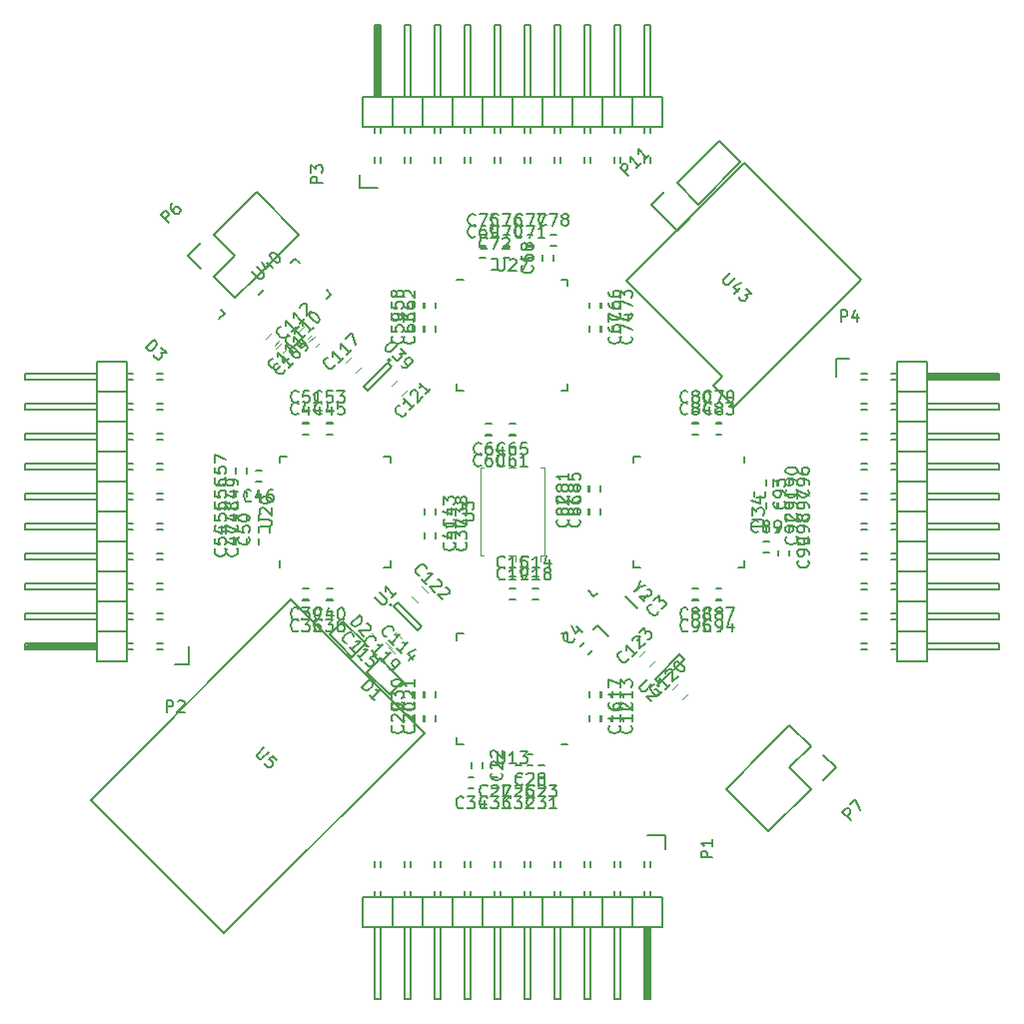
<source format=gbr>
G04 #@! TF.FileFunction,Legend,Top*
%FSLAX46Y46*%
G04 Gerber Fmt 4.6, Leading zero omitted, Abs format (unit mm)*
G04 Created by KiCad (PCBNEW 4.0.6-e0-6349~53~ubuntu14.04.1) date Fri Mar 31 02:31:39 2017*
%MOMM*%
%LPD*%
G01*
G04 APERTURE LIST*
%ADD10C,0.100000*%
%ADD11C,0.150000*%
%ADD12C,0.120000*%
G04 APERTURE END LIST*
D10*
D11*
X-24418427Y-35732136D02*
X-35732136Y-24418427D01*
X-35732136Y-24418427D02*
X-18761573Y-7447864D01*
X-18761573Y-7447864D02*
X-7447864Y-18761573D01*
X-7447864Y-18761573D02*
X-24418427Y-35732136D01*
X12873984Y27131016D02*
X11777969Y26035000D01*
X11777969Y26035000D02*
X13970000Y23842969D01*
X13970000Y23842969D02*
X15066016Y24938984D01*
X13970000Y27831051D02*
X17562102Y31423154D01*
X17562102Y31423154D02*
X19358154Y29627102D01*
X19358154Y29627102D02*
X15766051Y26035000D01*
X15766051Y26035000D02*
X13970000Y27831051D01*
X-10340051Y12844214D02*
G75*
G03X-10340051Y12844214I-100000J0D01*
G01*
X-10227918Y12278528D02*
X-10581472Y12632082D01*
X-12278528Y10227918D02*
X-10227918Y12278528D01*
X-12632082Y10581472D02*
X-12278528Y10227918D01*
X-10581472Y12632082D02*
X-12632082Y10581472D01*
X-10204214Y-7900051D02*
G75*
G03X-10204214Y-7900051I-100000J0D01*
G01*
X-9738528Y-7687918D02*
X-10092082Y-8041472D01*
X-7687918Y-9738528D02*
X-9738528Y-7687918D01*
X-8041472Y-10092082D02*
X-7687918Y-9738528D01*
X-10092082Y-8041472D02*
X-8041472Y-10092082D01*
X12445051Y-14749214D02*
G75*
G03X12445051Y-14749214I-100000J0D01*
G01*
X12132918Y-14183528D02*
X12486472Y-14537082D01*
X14183528Y-12132918D02*
X12132918Y-14183528D01*
X14537082Y-12486472D02*
X14183528Y-12132918D01*
X12486472Y-14537082D02*
X14537082Y-12486472D01*
X17775812Y11411851D02*
X17068705Y10704744D01*
X17068705Y10704744D02*
X18836472Y8936977D01*
X19685000Y29584495D02*
X9644084Y19543579D01*
X9644084Y19543579D02*
X17775812Y11411851D01*
X18836472Y8936977D02*
X29584495Y19685000D01*
X29584495Y19685000D02*
X19685000Y29584495D01*
X11684000Y-30099000D02*
X11684000Y-29591000D01*
X11176000Y-30099000D02*
X11176000Y-29591000D01*
X-11684000Y-30099000D02*
X-11684000Y-29591000D01*
X-11176000Y-30099000D02*
X-11176000Y-29591000D01*
X-6096000Y-30099000D02*
X-6096000Y-29591000D01*
X-6604000Y-30099000D02*
X-6604000Y-29591000D01*
X-8636000Y-30099000D02*
X-8636000Y-29591000D01*
X-9144000Y-30099000D02*
X-9144000Y-29591000D01*
X-4064000Y-30099000D02*
X-4064000Y-29591000D01*
X-3556000Y-30099000D02*
X-3556000Y-29591000D01*
X-1524000Y-30099000D02*
X-1524000Y-29591000D01*
X-1016000Y-30099000D02*
X-1016000Y-29591000D01*
X9144000Y-30099000D02*
X9144000Y-29591000D01*
X8636000Y-30099000D02*
X8636000Y-29591000D01*
X6604000Y-30099000D02*
X6604000Y-29591000D01*
X6096000Y-30099000D02*
X6096000Y-29591000D01*
X1016000Y-30099000D02*
X1016000Y-29591000D01*
X1524000Y-30099000D02*
X1524000Y-29591000D01*
X3556000Y-30099000D02*
X3556000Y-29591000D01*
X4064000Y-30099000D02*
X4064000Y-29591000D01*
X-11684000Y-32639000D02*
X-11684000Y-32131000D01*
X-11176000Y-32639000D02*
X-11176000Y-32131000D01*
X-9144000Y-32639000D02*
X-9144000Y-32131000D01*
X-8636000Y-32639000D02*
X-8636000Y-32131000D01*
X-3556000Y-32639000D02*
X-3556000Y-32131000D01*
X-4064000Y-32639000D02*
X-4064000Y-32131000D01*
X-6096000Y-32639000D02*
X-6096000Y-32131000D01*
X-6604000Y-32639000D02*
X-6604000Y-32131000D01*
X-1524000Y-32639000D02*
X-1524000Y-32131000D01*
X-1016000Y-32639000D02*
X-1016000Y-32131000D01*
X1016000Y-32639000D02*
X1016000Y-32131000D01*
X1524000Y-32639000D02*
X1524000Y-32131000D01*
X11684000Y-32639000D02*
X11684000Y-32131000D01*
X11176000Y-32639000D02*
X11176000Y-32131000D01*
X9144000Y-32639000D02*
X9144000Y-32131000D01*
X8636000Y-32639000D02*
X8636000Y-32131000D01*
X3556000Y-32639000D02*
X3556000Y-32131000D01*
X4064000Y-32639000D02*
X4064000Y-32131000D01*
X6096000Y-32639000D02*
X6096000Y-32131000D01*
X6604000Y-32639000D02*
X6604000Y-32131000D01*
X12980000Y-28575000D02*
X12980000Y-27425000D01*
X12980000Y-27425000D02*
X11430000Y-27425000D01*
X11557000Y-35179000D02*
X11557000Y-41148000D01*
X11557000Y-41148000D02*
X11303000Y-41148000D01*
X11303000Y-41148000D02*
X11303000Y-35306000D01*
X11303000Y-35306000D02*
X11430000Y-35306000D01*
X11430000Y-35306000D02*
X11430000Y-41148000D01*
X-7620000Y-32639000D02*
X-7620000Y-35179000D01*
X-7620000Y-32639000D02*
X-10160000Y-32639000D01*
X-10160000Y-32639000D02*
X-10160000Y-35179000D01*
X-8636000Y-35179000D02*
X-8636000Y-41275000D01*
X-8636000Y-41275000D02*
X-9144000Y-41275000D01*
X-9144000Y-41275000D02*
X-9144000Y-35179000D01*
X-10160000Y-35179000D02*
X-7620000Y-35179000D01*
X-12700000Y-35179000D02*
X-10160000Y-35179000D01*
X-11684000Y-41275000D02*
X-11684000Y-35179000D01*
X-11176000Y-41275000D02*
X-11684000Y-41275000D01*
X-11176000Y-35179000D02*
X-11176000Y-41275000D01*
X-10160000Y-32639000D02*
X-12700000Y-32639000D01*
X-10160000Y-32639000D02*
X-10160000Y-35179000D01*
X-12700000Y-32639000D02*
X-12700000Y-35179000D01*
X2540000Y-32639000D02*
X2540000Y-35179000D01*
X2540000Y-32639000D02*
X0Y-32639000D01*
X0Y-32639000D02*
X0Y-35179000D01*
X1524000Y-35179000D02*
X1524000Y-41275000D01*
X1524000Y-41275000D02*
X1016000Y-41275000D01*
X1016000Y-41275000D02*
X1016000Y-35179000D01*
X0Y-35179000D02*
X2540000Y-35179000D01*
X-2540000Y-35179000D02*
X0Y-35179000D01*
X-1524000Y-41275000D02*
X-1524000Y-35179000D01*
X-1016000Y-41275000D02*
X-1524000Y-41275000D01*
X-1016000Y-35179000D02*
X-1016000Y-41275000D01*
X-2540000Y-32639000D02*
X-2540000Y-35179000D01*
X0Y-32639000D02*
X-2540000Y-32639000D01*
X0Y-32639000D02*
X0Y-35179000D01*
X-5080000Y-32639000D02*
X-5080000Y-35179000D01*
X-5080000Y-32639000D02*
X-7620000Y-32639000D01*
X-7620000Y-32639000D02*
X-7620000Y-35179000D01*
X-6096000Y-35179000D02*
X-6096000Y-41275000D01*
X-6096000Y-41275000D02*
X-6604000Y-41275000D01*
X-6604000Y-41275000D02*
X-6604000Y-35179000D01*
X-7620000Y-35179000D02*
X-5080000Y-35179000D01*
X-5080000Y-35179000D02*
X-2540000Y-35179000D01*
X-4064000Y-41275000D02*
X-4064000Y-35179000D01*
X-3556000Y-41275000D02*
X-4064000Y-41275000D01*
X-3556000Y-35179000D02*
X-3556000Y-41275000D01*
X-5080000Y-32639000D02*
X-5080000Y-35179000D01*
X-2540000Y-32639000D02*
X-5080000Y-32639000D01*
X-2540000Y-32639000D02*
X-2540000Y-35179000D01*
X7620000Y-32639000D02*
X7620000Y-35179000D01*
X7620000Y-32639000D02*
X5080000Y-32639000D01*
X5080000Y-32639000D02*
X5080000Y-35179000D01*
X6604000Y-35179000D02*
X6604000Y-41275000D01*
X6604000Y-41275000D02*
X6096000Y-41275000D01*
X6096000Y-41275000D02*
X6096000Y-35179000D01*
X5080000Y-35179000D02*
X7620000Y-35179000D01*
X2540000Y-35179000D02*
X5080000Y-35179000D01*
X3556000Y-41275000D02*
X3556000Y-35179000D01*
X4064000Y-41275000D02*
X3556000Y-41275000D01*
X4064000Y-35179000D02*
X4064000Y-41275000D01*
X2540000Y-32639000D02*
X2540000Y-35179000D01*
X5080000Y-32639000D02*
X2540000Y-32639000D01*
X5080000Y-32639000D02*
X5080000Y-35179000D01*
X10160000Y-32639000D02*
X10160000Y-35179000D01*
X10160000Y-32639000D02*
X7620000Y-32639000D01*
X7620000Y-32639000D02*
X7620000Y-35179000D01*
X9144000Y-35179000D02*
X9144000Y-41275000D01*
X9144000Y-41275000D02*
X8636000Y-41275000D01*
X8636000Y-41275000D02*
X8636000Y-35179000D01*
X7620000Y-35179000D02*
X10160000Y-35179000D01*
X10160000Y-35179000D02*
X12700000Y-35179000D01*
X11176000Y-41275000D02*
X11176000Y-35179000D01*
X11684000Y-41275000D02*
X11176000Y-41275000D01*
X11684000Y-35179000D02*
X11684000Y-41275000D01*
X10160000Y-32639000D02*
X10160000Y-35179000D01*
X12700000Y-32639000D02*
X10160000Y-32639000D01*
X12700000Y-32639000D02*
X12700000Y-35179000D01*
X-30099000Y-11684000D02*
X-29591000Y-11684000D01*
X-30099000Y-11176000D02*
X-29591000Y-11176000D01*
X-30099000Y11684000D02*
X-29591000Y11684000D01*
X-30099000Y11176000D02*
X-29591000Y11176000D01*
X-30099000Y6096000D02*
X-29591000Y6096000D01*
X-30099000Y6604000D02*
X-29591000Y6604000D01*
X-30099000Y8636000D02*
X-29591000Y8636000D01*
X-30099000Y9144000D02*
X-29591000Y9144000D01*
X-30099000Y4064000D02*
X-29591000Y4064000D01*
X-30099000Y3556000D02*
X-29591000Y3556000D01*
X-30099000Y1524000D02*
X-29591000Y1524000D01*
X-30099000Y1016000D02*
X-29591000Y1016000D01*
X-30099000Y-9144000D02*
X-29591000Y-9144000D01*
X-30099000Y-8636000D02*
X-29591000Y-8636000D01*
X-30099000Y-6604000D02*
X-29591000Y-6604000D01*
X-30099000Y-6096000D02*
X-29591000Y-6096000D01*
X-30099000Y-1016000D02*
X-29591000Y-1016000D01*
X-30099000Y-1524000D02*
X-29591000Y-1524000D01*
X-30099000Y-3556000D02*
X-29591000Y-3556000D01*
X-30099000Y-4064000D02*
X-29591000Y-4064000D01*
X-32639000Y11684000D02*
X-32131000Y11684000D01*
X-32639000Y11176000D02*
X-32131000Y11176000D01*
X-32639000Y9144000D02*
X-32131000Y9144000D01*
X-32639000Y8636000D02*
X-32131000Y8636000D01*
X-32639000Y3556000D02*
X-32131000Y3556000D01*
X-32639000Y4064000D02*
X-32131000Y4064000D01*
X-32639000Y6096000D02*
X-32131000Y6096000D01*
X-32639000Y6604000D02*
X-32131000Y6604000D01*
X-32639000Y1524000D02*
X-32131000Y1524000D01*
X-32639000Y1016000D02*
X-32131000Y1016000D01*
X-32639000Y-1016000D02*
X-32131000Y-1016000D01*
X-32639000Y-1524000D02*
X-32131000Y-1524000D01*
X-32639000Y-11684000D02*
X-32131000Y-11684000D01*
X-32639000Y-11176000D02*
X-32131000Y-11176000D01*
X-32639000Y-9144000D02*
X-32131000Y-9144000D01*
X-32639000Y-8636000D02*
X-32131000Y-8636000D01*
X-32639000Y-3556000D02*
X-32131000Y-3556000D01*
X-32639000Y-4064000D02*
X-32131000Y-4064000D01*
X-32639000Y-6096000D02*
X-32131000Y-6096000D01*
X-32639000Y-6604000D02*
X-32131000Y-6604000D01*
X-28575000Y-12980000D02*
X-27425000Y-12980000D01*
X-27425000Y-12980000D02*
X-27425000Y-11430000D01*
X-35179000Y-11557000D02*
X-41148000Y-11557000D01*
X-41148000Y-11557000D02*
X-41148000Y-11303000D01*
X-41148000Y-11303000D02*
X-35306000Y-11303000D01*
X-35306000Y-11303000D02*
X-35306000Y-11430000D01*
X-35306000Y-11430000D02*
X-41148000Y-11430000D01*
X-32639000Y7620000D02*
X-35179000Y7620000D01*
X-32639000Y7620000D02*
X-32639000Y10160000D01*
X-32639000Y10160000D02*
X-35179000Y10160000D01*
X-35179000Y8636000D02*
X-41275000Y8636000D01*
X-41275000Y8636000D02*
X-41275000Y9144000D01*
X-41275000Y9144000D02*
X-35179000Y9144000D01*
X-35179000Y10160000D02*
X-35179000Y7620000D01*
X-35179000Y12700000D02*
X-35179000Y10160000D01*
X-41275000Y11684000D02*
X-35179000Y11684000D01*
X-41275000Y11176000D02*
X-41275000Y11684000D01*
X-35179000Y11176000D02*
X-41275000Y11176000D01*
X-32639000Y10160000D02*
X-32639000Y12700000D01*
X-32639000Y10160000D02*
X-35179000Y10160000D01*
X-32639000Y12700000D02*
X-35179000Y12700000D01*
X-32639000Y-2540000D02*
X-35179000Y-2540000D01*
X-32639000Y-2540000D02*
X-32639000Y0D01*
X-32639000Y0D02*
X-35179000Y0D01*
X-35179000Y-1524000D02*
X-41275000Y-1524000D01*
X-41275000Y-1524000D02*
X-41275000Y-1016000D01*
X-41275000Y-1016000D02*
X-35179000Y-1016000D01*
X-35179000Y0D02*
X-35179000Y-2540000D01*
X-35179000Y2540000D02*
X-35179000Y0D01*
X-41275000Y1524000D02*
X-35179000Y1524000D01*
X-41275000Y1016000D02*
X-41275000Y1524000D01*
X-35179000Y1016000D02*
X-41275000Y1016000D01*
X-32639000Y2540000D02*
X-35179000Y2540000D01*
X-32639000Y0D02*
X-32639000Y2540000D01*
X-32639000Y0D02*
X-35179000Y0D01*
X-32639000Y5080000D02*
X-35179000Y5080000D01*
X-32639000Y5080000D02*
X-32639000Y7620000D01*
X-32639000Y7620000D02*
X-35179000Y7620000D01*
X-35179000Y6096000D02*
X-41275000Y6096000D01*
X-41275000Y6096000D02*
X-41275000Y6604000D01*
X-41275000Y6604000D02*
X-35179000Y6604000D01*
X-35179000Y7620000D02*
X-35179000Y5080000D01*
X-35179000Y5080000D02*
X-35179000Y2540000D01*
X-41275000Y4064000D02*
X-35179000Y4064000D01*
X-41275000Y3556000D02*
X-41275000Y4064000D01*
X-35179000Y3556000D02*
X-41275000Y3556000D01*
X-32639000Y5080000D02*
X-35179000Y5080000D01*
X-32639000Y2540000D02*
X-32639000Y5080000D01*
X-32639000Y2540000D02*
X-35179000Y2540000D01*
X-32639000Y-7620000D02*
X-35179000Y-7620000D01*
X-32639000Y-7620000D02*
X-32639000Y-5080000D01*
X-32639000Y-5080000D02*
X-35179000Y-5080000D01*
X-35179000Y-6604000D02*
X-41275000Y-6604000D01*
X-41275000Y-6604000D02*
X-41275000Y-6096000D01*
X-41275000Y-6096000D02*
X-35179000Y-6096000D01*
X-35179000Y-5080000D02*
X-35179000Y-7620000D01*
X-35179000Y-2540000D02*
X-35179000Y-5080000D01*
X-41275000Y-3556000D02*
X-35179000Y-3556000D01*
X-41275000Y-4064000D02*
X-41275000Y-3556000D01*
X-35179000Y-4064000D02*
X-41275000Y-4064000D01*
X-32639000Y-2540000D02*
X-35179000Y-2540000D01*
X-32639000Y-5080000D02*
X-32639000Y-2540000D01*
X-32639000Y-5080000D02*
X-35179000Y-5080000D01*
X-32639000Y-10160000D02*
X-35179000Y-10160000D01*
X-32639000Y-10160000D02*
X-32639000Y-7620000D01*
X-32639000Y-7620000D02*
X-35179000Y-7620000D01*
X-35179000Y-9144000D02*
X-41275000Y-9144000D01*
X-41275000Y-9144000D02*
X-41275000Y-8636000D01*
X-41275000Y-8636000D02*
X-35179000Y-8636000D01*
X-35179000Y-7620000D02*
X-35179000Y-10160000D01*
X-35179000Y-10160000D02*
X-35179000Y-12700000D01*
X-41275000Y-11176000D02*
X-35179000Y-11176000D01*
X-41275000Y-11684000D02*
X-41275000Y-11176000D01*
X-35179000Y-11684000D02*
X-41275000Y-11684000D01*
X-32639000Y-10160000D02*
X-35179000Y-10160000D01*
X-32639000Y-12700000D02*
X-32639000Y-10160000D01*
X-32639000Y-12700000D02*
X-35179000Y-12700000D01*
X-11684000Y30099000D02*
X-11684000Y29591000D01*
X-11176000Y30099000D02*
X-11176000Y29591000D01*
X11684000Y30099000D02*
X11684000Y29591000D01*
X11176000Y30099000D02*
X11176000Y29591000D01*
X6096000Y30099000D02*
X6096000Y29591000D01*
X6604000Y30099000D02*
X6604000Y29591000D01*
X8636000Y30099000D02*
X8636000Y29591000D01*
X9144000Y30099000D02*
X9144000Y29591000D01*
X4064000Y30099000D02*
X4064000Y29591000D01*
X3556000Y30099000D02*
X3556000Y29591000D01*
X1524000Y30099000D02*
X1524000Y29591000D01*
X1016000Y30099000D02*
X1016000Y29591000D01*
X-9144000Y30099000D02*
X-9144000Y29591000D01*
X-8636000Y30099000D02*
X-8636000Y29591000D01*
X-6604000Y30099000D02*
X-6604000Y29591000D01*
X-6096000Y30099000D02*
X-6096000Y29591000D01*
X-1016000Y30099000D02*
X-1016000Y29591000D01*
X-1524000Y30099000D02*
X-1524000Y29591000D01*
X-3556000Y30099000D02*
X-3556000Y29591000D01*
X-4064000Y30099000D02*
X-4064000Y29591000D01*
X11684000Y32639000D02*
X11684000Y32131000D01*
X11176000Y32639000D02*
X11176000Y32131000D01*
X9144000Y32639000D02*
X9144000Y32131000D01*
X8636000Y32639000D02*
X8636000Y32131000D01*
X3556000Y32639000D02*
X3556000Y32131000D01*
X4064000Y32639000D02*
X4064000Y32131000D01*
X6096000Y32639000D02*
X6096000Y32131000D01*
X6604000Y32639000D02*
X6604000Y32131000D01*
X1524000Y32639000D02*
X1524000Y32131000D01*
X1016000Y32639000D02*
X1016000Y32131000D01*
X-1016000Y32639000D02*
X-1016000Y32131000D01*
X-1524000Y32639000D02*
X-1524000Y32131000D01*
X-11684000Y32639000D02*
X-11684000Y32131000D01*
X-11176000Y32639000D02*
X-11176000Y32131000D01*
X-9144000Y32639000D02*
X-9144000Y32131000D01*
X-8636000Y32639000D02*
X-8636000Y32131000D01*
X-3556000Y32639000D02*
X-3556000Y32131000D01*
X-4064000Y32639000D02*
X-4064000Y32131000D01*
X-6096000Y32639000D02*
X-6096000Y32131000D01*
X-6604000Y32639000D02*
X-6604000Y32131000D01*
X-12980000Y28575000D02*
X-12980000Y27425000D01*
X-12980000Y27425000D02*
X-11430000Y27425000D01*
X-11557000Y35179000D02*
X-11557000Y41148000D01*
X-11557000Y41148000D02*
X-11303000Y41148000D01*
X-11303000Y41148000D02*
X-11303000Y35306000D01*
X-11303000Y35306000D02*
X-11430000Y35306000D01*
X-11430000Y35306000D02*
X-11430000Y41148000D01*
X7620000Y32639000D02*
X7620000Y35179000D01*
X7620000Y32639000D02*
X10160000Y32639000D01*
X10160000Y32639000D02*
X10160000Y35179000D01*
X8636000Y35179000D02*
X8636000Y41275000D01*
X8636000Y41275000D02*
X9144000Y41275000D01*
X9144000Y41275000D02*
X9144000Y35179000D01*
X10160000Y35179000D02*
X7620000Y35179000D01*
X12700000Y35179000D02*
X10160000Y35179000D01*
X11684000Y41275000D02*
X11684000Y35179000D01*
X11176000Y41275000D02*
X11684000Y41275000D01*
X11176000Y35179000D02*
X11176000Y41275000D01*
X10160000Y32639000D02*
X12700000Y32639000D01*
X10160000Y32639000D02*
X10160000Y35179000D01*
X12700000Y32639000D02*
X12700000Y35179000D01*
X-2540000Y32639000D02*
X-2540000Y35179000D01*
X-2540000Y32639000D02*
X0Y32639000D01*
X0Y32639000D02*
X0Y35179000D01*
X-1524000Y35179000D02*
X-1524000Y41275000D01*
X-1524000Y41275000D02*
X-1016000Y41275000D01*
X-1016000Y41275000D02*
X-1016000Y35179000D01*
X0Y35179000D02*
X-2540000Y35179000D01*
X2540000Y35179000D02*
X0Y35179000D01*
X1524000Y41275000D02*
X1524000Y35179000D01*
X1016000Y41275000D02*
X1524000Y41275000D01*
X1016000Y35179000D02*
X1016000Y41275000D01*
X2540000Y32639000D02*
X2540000Y35179000D01*
X0Y32639000D02*
X2540000Y32639000D01*
X0Y32639000D02*
X0Y35179000D01*
X5080000Y32639000D02*
X5080000Y35179000D01*
X5080000Y32639000D02*
X7620000Y32639000D01*
X7620000Y32639000D02*
X7620000Y35179000D01*
X6096000Y35179000D02*
X6096000Y41275000D01*
X6096000Y41275000D02*
X6604000Y41275000D01*
X6604000Y41275000D02*
X6604000Y35179000D01*
X7620000Y35179000D02*
X5080000Y35179000D01*
X5080000Y35179000D02*
X2540000Y35179000D01*
X4064000Y41275000D02*
X4064000Y35179000D01*
X3556000Y41275000D02*
X4064000Y41275000D01*
X3556000Y35179000D02*
X3556000Y41275000D01*
X5080000Y32639000D02*
X5080000Y35179000D01*
X2540000Y32639000D02*
X5080000Y32639000D01*
X2540000Y32639000D02*
X2540000Y35179000D01*
X-7620000Y32639000D02*
X-7620000Y35179000D01*
X-7620000Y32639000D02*
X-5080000Y32639000D01*
X-5080000Y32639000D02*
X-5080000Y35179000D01*
X-6604000Y35179000D02*
X-6604000Y41275000D01*
X-6604000Y41275000D02*
X-6096000Y41275000D01*
X-6096000Y41275000D02*
X-6096000Y35179000D01*
X-5080000Y35179000D02*
X-7620000Y35179000D01*
X-2540000Y35179000D02*
X-5080000Y35179000D01*
X-3556000Y41275000D02*
X-3556000Y35179000D01*
X-4064000Y41275000D02*
X-3556000Y41275000D01*
X-4064000Y35179000D02*
X-4064000Y41275000D01*
X-2540000Y32639000D02*
X-2540000Y35179000D01*
X-5080000Y32639000D02*
X-2540000Y32639000D01*
X-5080000Y32639000D02*
X-5080000Y35179000D01*
X-10160000Y32639000D02*
X-10160000Y35179000D01*
X-10160000Y32639000D02*
X-7620000Y32639000D01*
X-7620000Y32639000D02*
X-7620000Y35179000D01*
X-9144000Y35179000D02*
X-9144000Y41275000D01*
X-9144000Y41275000D02*
X-8636000Y41275000D01*
X-8636000Y41275000D02*
X-8636000Y35179000D01*
X-7620000Y35179000D02*
X-10160000Y35179000D01*
X-10160000Y35179000D02*
X-12700000Y35179000D01*
X-11176000Y41275000D02*
X-11176000Y35179000D01*
X-11684000Y41275000D02*
X-11176000Y41275000D01*
X-11684000Y35179000D02*
X-11684000Y41275000D01*
X-10160000Y32639000D02*
X-10160000Y35179000D01*
X-12700000Y32639000D02*
X-10160000Y32639000D01*
X-12700000Y32639000D02*
X-12700000Y35179000D01*
X30099000Y11684000D02*
X29591000Y11684000D01*
X30099000Y11176000D02*
X29591000Y11176000D01*
X30099000Y-11684000D02*
X29591000Y-11684000D01*
X30099000Y-11176000D02*
X29591000Y-11176000D01*
X30099000Y-6096000D02*
X29591000Y-6096000D01*
X30099000Y-6604000D02*
X29591000Y-6604000D01*
X30099000Y-8636000D02*
X29591000Y-8636000D01*
X30099000Y-9144000D02*
X29591000Y-9144000D01*
X30099000Y-4064000D02*
X29591000Y-4064000D01*
X30099000Y-3556000D02*
X29591000Y-3556000D01*
X30099000Y-1524000D02*
X29591000Y-1524000D01*
X30099000Y-1016000D02*
X29591000Y-1016000D01*
X30099000Y9144000D02*
X29591000Y9144000D01*
X30099000Y8636000D02*
X29591000Y8636000D01*
X30099000Y6604000D02*
X29591000Y6604000D01*
X30099000Y6096000D02*
X29591000Y6096000D01*
X30099000Y1016000D02*
X29591000Y1016000D01*
X30099000Y1524000D02*
X29591000Y1524000D01*
X30099000Y3556000D02*
X29591000Y3556000D01*
X30099000Y4064000D02*
X29591000Y4064000D01*
X32639000Y-11684000D02*
X32131000Y-11684000D01*
X32639000Y-11176000D02*
X32131000Y-11176000D01*
X32639000Y-9144000D02*
X32131000Y-9144000D01*
X32639000Y-8636000D02*
X32131000Y-8636000D01*
X32639000Y-3556000D02*
X32131000Y-3556000D01*
X32639000Y-4064000D02*
X32131000Y-4064000D01*
X32639000Y-6096000D02*
X32131000Y-6096000D01*
X32639000Y-6604000D02*
X32131000Y-6604000D01*
X32639000Y-1524000D02*
X32131000Y-1524000D01*
X32639000Y-1016000D02*
X32131000Y-1016000D01*
X32639000Y1016000D02*
X32131000Y1016000D01*
X32639000Y1524000D02*
X32131000Y1524000D01*
X32639000Y11684000D02*
X32131000Y11684000D01*
X32639000Y11176000D02*
X32131000Y11176000D01*
X32639000Y9144000D02*
X32131000Y9144000D01*
X32639000Y8636000D02*
X32131000Y8636000D01*
X32639000Y3556000D02*
X32131000Y3556000D01*
X32639000Y4064000D02*
X32131000Y4064000D01*
X32639000Y6096000D02*
X32131000Y6096000D01*
X32639000Y6604000D02*
X32131000Y6604000D01*
X28575000Y12980000D02*
X27425000Y12980000D01*
X27425000Y12980000D02*
X27425000Y11430000D01*
X35179000Y11557000D02*
X41148000Y11557000D01*
X41148000Y11557000D02*
X41148000Y11303000D01*
X41148000Y11303000D02*
X35306000Y11303000D01*
X35306000Y11303000D02*
X35306000Y11430000D01*
X35306000Y11430000D02*
X41148000Y11430000D01*
X32639000Y-7620000D02*
X35179000Y-7620000D01*
X32639000Y-7620000D02*
X32639000Y-10160000D01*
X32639000Y-10160000D02*
X35179000Y-10160000D01*
X35179000Y-8636000D02*
X41275000Y-8636000D01*
X41275000Y-8636000D02*
X41275000Y-9144000D01*
X41275000Y-9144000D02*
X35179000Y-9144000D01*
X35179000Y-10160000D02*
X35179000Y-7620000D01*
X35179000Y-12700000D02*
X35179000Y-10160000D01*
X41275000Y-11684000D02*
X35179000Y-11684000D01*
X41275000Y-11176000D02*
X41275000Y-11684000D01*
X35179000Y-11176000D02*
X41275000Y-11176000D01*
X32639000Y-10160000D02*
X32639000Y-12700000D01*
X32639000Y-10160000D02*
X35179000Y-10160000D01*
X32639000Y-12700000D02*
X35179000Y-12700000D01*
X32639000Y2540000D02*
X35179000Y2540000D01*
X32639000Y2540000D02*
X32639000Y0D01*
X32639000Y0D02*
X35179000Y0D01*
X35179000Y1524000D02*
X41275000Y1524000D01*
X41275000Y1524000D02*
X41275000Y1016000D01*
X41275000Y1016000D02*
X35179000Y1016000D01*
X35179000Y0D02*
X35179000Y2540000D01*
X35179000Y-2540000D02*
X35179000Y0D01*
X41275000Y-1524000D02*
X35179000Y-1524000D01*
X41275000Y-1016000D02*
X41275000Y-1524000D01*
X35179000Y-1016000D02*
X41275000Y-1016000D01*
X32639000Y-2540000D02*
X35179000Y-2540000D01*
X32639000Y0D02*
X32639000Y-2540000D01*
X32639000Y0D02*
X35179000Y0D01*
X32639000Y-5080000D02*
X35179000Y-5080000D01*
X32639000Y-5080000D02*
X32639000Y-7620000D01*
X32639000Y-7620000D02*
X35179000Y-7620000D01*
X35179000Y-6096000D02*
X41275000Y-6096000D01*
X41275000Y-6096000D02*
X41275000Y-6604000D01*
X41275000Y-6604000D02*
X35179000Y-6604000D01*
X35179000Y-7620000D02*
X35179000Y-5080000D01*
X35179000Y-5080000D02*
X35179000Y-2540000D01*
X41275000Y-4064000D02*
X35179000Y-4064000D01*
X41275000Y-3556000D02*
X41275000Y-4064000D01*
X35179000Y-3556000D02*
X41275000Y-3556000D01*
X32639000Y-5080000D02*
X35179000Y-5080000D01*
X32639000Y-2540000D02*
X32639000Y-5080000D01*
X32639000Y-2540000D02*
X35179000Y-2540000D01*
X32639000Y7620000D02*
X35179000Y7620000D01*
X32639000Y7620000D02*
X32639000Y5080000D01*
X32639000Y5080000D02*
X35179000Y5080000D01*
X35179000Y6604000D02*
X41275000Y6604000D01*
X41275000Y6604000D02*
X41275000Y6096000D01*
X41275000Y6096000D02*
X35179000Y6096000D01*
X35179000Y5080000D02*
X35179000Y7620000D01*
X35179000Y2540000D02*
X35179000Y5080000D01*
X41275000Y3556000D02*
X35179000Y3556000D01*
X41275000Y4064000D02*
X41275000Y3556000D01*
X35179000Y4064000D02*
X41275000Y4064000D01*
X32639000Y2540000D02*
X35179000Y2540000D01*
X32639000Y5080000D02*
X32639000Y2540000D01*
X32639000Y5080000D02*
X35179000Y5080000D01*
X32639000Y10160000D02*
X35179000Y10160000D01*
X32639000Y10160000D02*
X32639000Y7620000D01*
X32639000Y7620000D02*
X35179000Y7620000D01*
X35179000Y9144000D02*
X41275000Y9144000D01*
X41275000Y9144000D02*
X41275000Y8636000D01*
X41275000Y8636000D02*
X35179000Y8636000D01*
X35179000Y7620000D02*
X35179000Y10160000D01*
X35179000Y10160000D02*
X35179000Y12700000D01*
X41275000Y11176000D02*
X35179000Y11176000D01*
X41275000Y11684000D02*
X41275000Y11176000D01*
X35179000Y11684000D02*
X41275000Y11684000D01*
X32639000Y10160000D02*
X35179000Y10160000D01*
X32639000Y12700000D02*
X32639000Y10160000D01*
X32639000Y12700000D02*
X35179000Y12700000D01*
X-4700000Y-19700000D02*
X-4700000Y-19125000D01*
X4700000Y-10300000D02*
X4700000Y-10875000D01*
X-4700000Y-10300000D02*
X-4700000Y-10875000D01*
X4700000Y-19700000D02*
X4125000Y-19700000D01*
X4700000Y-10300000D02*
X4125000Y-10300000D01*
X-4700000Y-10300000D02*
X-4125000Y-10300000D01*
X-4700000Y-19700000D02*
X-4125000Y-19700000D01*
X-19700000Y4700000D02*
X-19125000Y4700000D01*
X-10300000Y-4700000D02*
X-10875000Y-4700000D01*
X-10300000Y4700000D02*
X-10875000Y4700000D01*
X-19700000Y-4700000D02*
X-19700000Y-4125000D01*
X-10300000Y-4700000D02*
X-10300000Y-4125000D01*
X-10300000Y4700000D02*
X-10300000Y4125000D01*
X-19700000Y4700000D02*
X-19700000Y4125000D01*
X4700000Y19700000D02*
X4700000Y19125000D01*
X-4700000Y10300000D02*
X-4700000Y10875000D01*
X4700000Y10300000D02*
X4700000Y10875000D01*
X-4700000Y19700000D02*
X-4125000Y19700000D01*
X-4700000Y10300000D02*
X-4125000Y10300000D01*
X4700000Y10300000D02*
X4125000Y10300000D01*
X4700000Y19700000D02*
X4125000Y19700000D01*
X19700000Y-4700000D02*
X19125000Y-4700000D01*
X10300000Y4700000D02*
X10875000Y4700000D01*
X10300000Y-4700000D02*
X10875000Y-4700000D01*
X19700000Y4700000D02*
X19700000Y4125000D01*
X10300000Y4700000D02*
X10300000Y4125000D01*
X10300000Y-4700000D02*
X10300000Y-4125000D01*
X19700000Y-4700000D02*
X19700000Y-4125000D01*
X8475000Y-17750000D02*
X8475000Y-17250000D01*
X7525000Y-17250000D02*
X7525000Y-17750000D01*
X8475000Y-15750000D02*
X8475000Y-15250000D01*
X7525000Y-15250000D02*
X7525000Y-15750000D01*
X2250000Y-5525000D02*
X1750000Y-5525000D01*
X1750000Y-6475000D02*
X2250000Y-6475000D01*
X250000Y-5525000D02*
X-250000Y-5525000D01*
X-250000Y-6475000D02*
X250000Y-6475000D01*
X7475000Y-17750000D02*
X7475000Y-17250000D01*
X6525000Y-17250000D02*
X6525000Y-17750000D01*
X7475000Y-15750000D02*
X7475000Y-15250000D01*
X6525000Y-15250000D02*
X6525000Y-15750000D01*
X2250000Y-6525000D02*
X1750000Y-6525000D01*
X1750000Y-7475000D02*
X2250000Y-7475000D01*
X250000Y-6525000D02*
X-250000Y-6525000D01*
X-250000Y-7475000D02*
X250000Y-7475000D01*
X-7475000Y-17250000D02*
X-7475000Y-17750000D01*
X-6525000Y-17750000D02*
X-6525000Y-17250000D01*
X-7475000Y-15250000D02*
X-7475000Y-15750000D01*
X-6525000Y-15750000D02*
X-6525000Y-15250000D01*
X-2525000Y-21750000D02*
X-2525000Y-21250000D01*
X-3475000Y-21250000D02*
X-3475000Y-21750000D01*
X2250000Y-22475000D02*
X2750000Y-22475000D01*
X2750000Y-21525000D02*
X2250000Y-21525000D01*
X250000Y-22475000D02*
X750000Y-22475000D01*
X750000Y-21525000D02*
X250000Y-21525000D01*
X-1750000Y-22475000D02*
X-1250000Y-22475000D01*
X-1250000Y-21525000D02*
X-1750000Y-21525000D01*
X1250000Y-21475000D02*
X1750000Y-21475000D01*
X1750000Y-20525000D02*
X1250000Y-20525000D01*
X-8475000Y-17250000D02*
X-8475000Y-17750000D01*
X-7525000Y-17750000D02*
X-7525000Y-17250000D01*
X-8475000Y-15250000D02*
X-8475000Y-15750000D01*
X-7525000Y-15750000D02*
X-7525000Y-15250000D01*
X2250000Y-23475000D02*
X2750000Y-23475000D01*
X2750000Y-22525000D02*
X2250000Y-22525000D01*
X250000Y-23475000D02*
X750000Y-23475000D01*
X750000Y-22525000D02*
X250000Y-22525000D01*
X-1750000Y-23475000D02*
X-1250000Y-23475000D01*
X-1250000Y-22525000D02*
X-1750000Y-22525000D01*
X-3750000Y-23475000D02*
X-3250000Y-23475000D01*
X-3250000Y-22525000D02*
X-3750000Y-22525000D01*
X-17750000Y-8475000D02*
X-17250000Y-8475000D01*
X-17250000Y-7525000D02*
X-17750000Y-7525000D01*
X-15750000Y-8475000D02*
X-15250000Y-8475000D01*
X-15250000Y-7525000D02*
X-15750000Y-7525000D01*
X-5525000Y-2250000D02*
X-5525000Y-1750000D01*
X-6475000Y-1750000D02*
X-6475000Y-2250000D01*
X-5525000Y-250000D02*
X-5525000Y250000D01*
X-6475000Y250000D02*
X-6475000Y-250000D01*
X-17750000Y-7475000D02*
X-17250000Y-7475000D01*
X-17250000Y-6525000D02*
X-17750000Y-6525000D01*
X-15750000Y-7475000D02*
X-15250000Y-7475000D01*
X-15250000Y-6525000D02*
X-15750000Y-6525000D01*
X-6525000Y-2250000D02*
X-6525000Y-1750000D01*
X-7475000Y-1750000D02*
X-7475000Y-2250000D01*
X-6525000Y-250000D02*
X-6525000Y250000D01*
X-7475000Y250000D02*
X-7475000Y-250000D01*
X-17250000Y7475000D02*
X-17750000Y7475000D01*
X-17750000Y6525000D02*
X-17250000Y6525000D01*
X-15250000Y7475000D02*
X-15750000Y7475000D01*
X-15750000Y6525000D02*
X-15250000Y6525000D01*
X-21750000Y2525000D02*
X-21250000Y2525000D01*
X-21250000Y3475000D02*
X-21750000Y3475000D01*
X-22475000Y-2250000D02*
X-22475000Y-2750000D01*
X-21525000Y-2750000D02*
X-21525000Y-2250000D01*
X-22475000Y-250000D02*
X-22475000Y-750000D01*
X-21525000Y-750000D02*
X-21525000Y-250000D01*
X-22475000Y1750000D02*
X-22475000Y1250000D01*
X-21525000Y1250000D02*
X-21525000Y1750000D01*
X-21475000Y-1250000D02*
X-21475000Y-1750000D01*
X-20525000Y-1750000D02*
X-20525000Y-1250000D01*
X-17250000Y8475000D02*
X-17750000Y8475000D01*
X-17750000Y7525000D02*
X-17250000Y7525000D01*
X-15250000Y8475000D02*
X-15750000Y8475000D01*
X-15750000Y7525000D02*
X-15250000Y7525000D01*
X-23475000Y-2250000D02*
X-23475000Y-2750000D01*
X-22525000Y-2750000D02*
X-22525000Y-2250000D01*
X-23475000Y-250000D02*
X-23475000Y-750000D01*
X-22525000Y-750000D02*
X-22525000Y-250000D01*
X-23475000Y1750000D02*
X-23475000Y1250000D01*
X-22525000Y1250000D02*
X-22525000Y1750000D01*
X-23475000Y3750000D02*
X-23475000Y3250000D01*
X-22525000Y3250000D02*
X-22525000Y3750000D01*
X-8475000Y17750000D02*
X-8475000Y17250000D01*
X-7525000Y17250000D02*
X-7525000Y17750000D01*
X-8475000Y15750000D02*
X-8475000Y15250000D01*
X-7525000Y15250000D02*
X-7525000Y15750000D01*
X-2250000Y5525000D02*
X-1750000Y5525000D01*
X-1750000Y6475000D02*
X-2250000Y6475000D01*
X-250000Y5525000D02*
X250000Y5525000D01*
X250000Y6475000D02*
X-250000Y6475000D01*
X-7475000Y17750000D02*
X-7475000Y17250000D01*
X-6525000Y17250000D02*
X-6525000Y17750000D01*
X-7475000Y15750000D02*
X-7475000Y15250000D01*
X-6525000Y15250000D02*
X-6525000Y15750000D01*
X-2250000Y6525000D02*
X-1750000Y6525000D01*
X-1750000Y7475000D02*
X-2250000Y7475000D01*
X-250000Y6525000D02*
X250000Y6525000D01*
X250000Y7475000D02*
X-250000Y7475000D01*
X7475000Y17250000D02*
X7475000Y17750000D01*
X6525000Y17750000D02*
X6525000Y17250000D01*
X7475000Y15250000D02*
X7475000Y15750000D01*
X6525000Y15750000D02*
X6525000Y15250000D01*
X2525000Y21750000D02*
X2525000Y21250000D01*
X3475000Y21250000D02*
X3475000Y21750000D01*
X-2250000Y22475000D02*
X-2750000Y22475000D01*
X-2750000Y21525000D02*
X-2250000Y21525000D01*
X-250000Y22475000D02*
X-750000Y22475000D01*
X-750000Y21525000D02*
X-250000Y21525000D01*
X1750000Y22475000D02*
X1250000Y22475000D01*
X1250000Y21525000D02*
X1750000Y21525000D01*
X-1250000Y21475000D02*
X-1750000Y21475000D01*
X-1750000Y20525000D02*
X-1250000Y20525000D01*
X8475000Y17250000D02*
X8475000Y17750000D01*
X7525000Y17750000D02*
X7525000Y17250000D01*
X8475000Y15250000D02*
X8475000Y15750000D01*
X7525000Y15750000D02*
X7525000Y15250000D01*
X-2250000Y23475000D02*
X-2750000Y23475000D01*
X-2750000Y22525000D02*
X-2250000Y22525000D01*
X-250000Y23475000D02*
X-750000Y23475000D01*
X-750000Y22525000D02*
X-250000Y22525000D01*
X1750000Y23475000D02*
X1250000Y23475000D01*
X1250000Y22525000D02*
X1750000Y22525000D01*
X3750000Y23475000D02*
X3250000Y23475000D01*
X3250000Y22525000D02*
X3750000Y22525000D01*
X17750000Y8475000D02*
X17250000Y8475000D01*
X17250000Y7525000D02*
X17750000Y7525000D01*
X15750000Y8475000D02*
X15250000Y8475000D01*
X15250000Y7525000D02*
X15750000Y7525000D01*
X5525000Y2250000D02*
X5525000Y1750000D01*
X6475000Y1750000D02*
X6475000Y2250000D01*
X5525000Y250000D02*
X5525000Y-250000D01*
X6475000Y-250000D02*
X6475000Y250000D01*
X17750000Y7475000D02*
X17250000Y7475000D01*
X17250000Y6525000D02*
X17750000Y6525000D01*
X15750000Y7475000D02*
X15250000Y7475000D01*
X15250000Y6525000D02*
X15750000Y6525000D01*
X6525000Y2250000D02*
X6525000Y1750000D01*
X7475000Y1750000D02*
X7475000Y2250000D01*
X6525000Y250000D02*
X6525000Y-250000D01*
X7475000Y-250000D02*
X7475000Y250000D01*
X17250000Y-7475000D02*
X17750000Y-7475000D01*
X17750000Y-6525000D02*
X17250000Y-6525000D01*
X15250000Y-7475000D02*
X15750000Y-7475000D01*
X15750000Y-6525000D02*
X15250000Y-6525000D01*
X21750000Y-2525000D02*
X21250000Y-2525000D01*
X21250000Y-3475000D02*
X21750000Y-3475000D01*
X22475000Y2250000D02*
X22475000Y2750000D01*
X21525000Y2750000D02*
X21525000Y2250000D01*
X22475000Y250000D02*
X22475000Y750000D01*
X21525000Y750000D02*
X21525000Y250000D01*
X22475000Y-1750000D02*
X22475000Y-1250000D01*
X21525000Y-1250000D02*
X21525000Y-1750000D01*
X21475000Y1250000D02*
X21475000Y1750000D01*
X20525000Y1750000D02*
X20525000Y1250000D01*
X17250000Y-8475000D02*
X17750000Y-8475000D01*
X17750000Y-7525000D02*
X17250000Y-7525000D01*
X15250000Y-8475000D02*
X15750000Y-8475000D01*
X15750000Y-7525000D02*
X15250000Y-7525000D01*
X23475000Y2250000D02*
X23475000Y2750000D01*
X22525000Y2750000D02*
X22525000Y2250000D01*
X23475000Y250000D02*
X23475000Y750000D01*
X22525000Y750000D02*
X22525000Y250000D01*
X23475000Y-1750000D02*
X23475000Y-1250000D01*
X22525000Y-1250000D02*
X22525000Y-1750000D01*
X23475000Y-3750000D02*
X23475000Y-3250000D01*
X22525000Y-3250000D02*
X22525000Y-3750000D01*
X11209099Y-7362652D02*
X11562652Y-7009099D01*
X10890901Y-6337348D02*
X10537348Y-6690901D01*
X6140901Y-11087348D02*
X5787348Y-11440901D01*
X6459099Y-12112652D02*
X6812652Y-11759099D01*
D12*
X-2400000Y-3700000D02*
X-2700000Y-3700000D01*
X-2700000Y-3700000D02*
X-2700000Y3700000D01*
X-2700000Y3700000D02*
X-2400000Y3700000D01*
X2400000Y-4200000D02*
X2400000Y-3700000D01*
X2400000Y-3700000D02*
X2700000Y-3700000D01*
X2700000Y-3700000D02*
X2700000Y3700000D01*
X2700000Y3700000D02*
X2400000Y3700000D01*
X300000Y-4200000D02*
X300000Y-3700000D01*
X300000Y-3700000D02*
X-300000Y-3700000D01*
X-300000Y3700000D02*
X300000Y3700000D01*
D11*
X-10229315Y-13404315D02*
X-11183909Y-12449720D01*
X-11183909Y-12449720D02*
X-12315280Y-13581091D01*
X-12315280Y-13581091D02*
X-10406091Y-15490280D01*
X-10406091Y-15490280D02*
X-9274720Y-14358909D01*
X-9274720Y-14358909D02*
X-10229315Y-13404315D01*
X-14535685Y-11360685D02*
X-13581091Y-12315280D01*
X-13581091Y-12315280D02*
X-12449720Y-11183909D01*
X-12449720Y-11183909D02*
X-14358909Y-9274720D01*
X-14358909Y-9274720D02*
X-15490280Y-10406091D01*
X-15490280Y-10406091D02*
X-14535685Y-11360685D01*
X-18415000Y21455559D02*
X-18043769Y21084328D01*
X-18415000Y15374441D02*
X-18786231Y15745672D01*
X-15374441Y18415000D02*
X-15745672Y18786231D01*
X-21455559Y18415000D02*
X-21084328Y18786231D01*
X-18415000Y15374441D02*
X-18043769Y15745672D01*
X-15374441Y18415000D02*
X-15745672Y18043769D01*
X-18415000Y21455559D02*
X-18786231Y21084328D01*
X-24892903Y16317823D02*
X-24391805Y16818921D01*
X-24391805Y16818921D02*
X-24675581Y17102697D01*
D12*
X-12574117Y-10950563D02*
X-12220563Y-11304117D01*
X-11555883Y-10639437D02*
X-11909437Y-10285883D01*
D11*
X6910101Y-7192944D02*
X6415126Y-6697969D01*
X7192944Y-9597107D02*
X6839390Y-9950660D01*
X8184364Y-10588527D02*
X7192944Y-9597107D01*
X9596371Y-7192208D02*
X10587792Y-8183629D01*
X10587056Y-10869899D02*
X10869899Y-10587056D01*
X6910101Y-7192944D02*
X7192944Y-6910101D01*
D12*
X-19578249Y14323223D02*
X-20073223Y13828249D01*
X-20921751Y14676777D02*
X-20426777Y15171751D01*
X-18121751Y15226777D02*
X-17626777Y15721751D01*
X-16778249Y14873223D02*
X-17273223Y14378249D01*
X-14133751Y12622777D02*
X-13638777Y13117751D01*
X-12790249Y12269223D02*
X-13285223Y11774249D01*
X13552249Y-15063223D02*
X14047223Y-14568249D01*
X14895751Y-15416777D02*
X14400777Y-15911751D01*
X-8853249Y10364223D02*
X-9348223Y9869249D01*
X-10196751Y10717777D02*
X-9701777Y11212751D01*
X10758249Y-12269223D02*
X11253223Y-11774249D01*
X12101751Y-12622777D02*
X11606777Y-13117751D01*
X-10209777Y-11593751D02*
X-10704751Y-11098777D01*
X-9856223Y-10250249D02*
X-9361249Y-10745223D01*
X-7697223Y-6313249D02*
X-7202249Y-6808223D01*
X-8050777Y-7656751D02*
X-8545751Y-7161777D01*
X-19494437Y13440883D02*
X-19140883Y13794437D01*
X-19805563Y14459117D02*
X-20159117Y14105563D01*
X-17005563Y15009117D02*
X-17359117Y14655563D01*
X-16694437Y13990883D02*
X-16340883Y14344437D01*
X-10491223Y-11520249D02*
X-9996249Y-12015223D01*
X-10844777Y-12863751D02*
X-11339751Y-12368777D01*
D11*
X-21697898Y27088154D02*
X-25290000Y23496051D01*
X-27482031Y21700000D02*
X-26386016Y22796016D01*
X-25290000Y19903949D02*
X-23493949Y21700000D01*
X-23493949Y21700000D02*
X-25290000Y23496051D01*
X-21697898Y27088154D02*
X-18105795Y23496051D01*
X-18105795Y23496051D02*
X-21697898Y19903949D01*
X-27482031Y21700000D02*
X-26386016Y20603984D01*
X-23493949Y18107898D02*
X-25290000Y19903949D01*
X-21697898Y19903949D02*
X-23493949Y18107898D01*
X21697898Y-27088154D02*
X25290000Y-23496051D01*
X27482031Y-21700000D02*
X26386016Y-22796016D01*
X25290000Y-19903949D02*
X23493949Y-21700000D01*
X23493949Y-21700000D02*
X25290000Y-23496051D01*
X21697898Y-27088154D02*
X18105795Y-23496051D01*
X18105795Y-23496051D02*
X21697898Y-19903949D01*
X27482031Y-21700000D02*
X26386016Y-20603984D01*
X23493949Y-18107898D02*
X25290000Y-19903949D01*
X21697898Y-19903949D02*
X23493949Y-18107898D01*
X-21034416Y-19956920D02*
X-21606836Y-20529340D01*
X-21640508Y-20630355D01*
X-21640508Y-20697698D01*
X-21606836Y-20798713D01*
X-21472148Y-20933401D01*
X-21371133Y-20967073D01*
X-21303790Y-20967073D01*
X-21202775Y-20933401D01*
X-20630355Y-20360981D01*
X-19956920Y-21034416D02*
X-20293638Y-20697698D01*
X-20664026Y-21000744D01*
X-20596683Y-21000744D01*
X-20495668Y-21034415D01*
X-20327309Y-21202775D01*
X-20293637Y-21303790D01*
X-20293637Y-21371133D01*
X-20327309Y-21472149D01*
X-20495668Y-21640508D01*
X-20596683Y-21674179D01*
X-20664026Y-21674179D01*
X-20765042Y-21640508D01*
X-20933401Y-21472148D01*
X-20967073Y-21371133D01*
X-20967073Y-21303790D01*
X9825007Y28462733D02*
X9117900Y29169840D01*
X9387274Y29439215D01*
X9488290Y29472886D01*
X9555633Y29472886D01*
X9656648Y29439215D01*
X9757663Y29338200D01*
X9791335Y29237184D01*
X9791335Y29169841D01*
X9757663Y29068826D01*
X9488289Y28799451D01*
X10902503Y29540230D02*
X10498442Y29136169D01*
X10700472Y29338199D02*
X9993365Y30045306D01*
X10027037Y29876947D01*
X10027037Y29742260D01*
X9993365Y29641245D01*
X11575938Y30213665D02*
X11171877Y29809604D01*
X11373907Y30011634D02*
X10666800Y30718741D01*
X10700472Y30550382D01*
X10700472Y30415695D01*
X10666800Y30314680D01*
X-10150473Y14531168D02*
X-10722893Y13958749D01*
X-10756565Y13857733D01*
X-10756565Y13790390D01*
X-10722893Y13689375D01*
X-10588206Y13554687D01*
X-10487190Y13521016D01*
X-10419847Y13521016D01*
X-10318832Y13554687D01*
X-9746412Y14127107D01*
X-9477038Y13857733D02*
X-9039305Y13420000D01*
X-9544382Y13386329D01*
X-9443366Y13285314D01*
X-9409694Y13184298D01*
X-9409694Y13116955D01*
X-9443366Y13015939D01*
X-9611725Y12847580D01*
X-9712740Y12813909D01*
X-9780084Y12813909D01*
X-9881099Y12847580D01*
X-10083130Y13049611D01*
X-10116802Y13150627D01*
X-10116802Y13217970D01*
X-9409695Y12376176D02*
X-9275008Y12241490D01*
X-9173992Y12207817D01*
X-9106649Y12207817D01*
X-8938290Y12241489D01*
X-8769931Y12342504D01*
X-8500557Y12611878D01*
X-8466885Y12712894D01*
X-8466885Y12780237D01*
X-8500557Y12881252D01*
X-8635245Y13015940D01*
X-8736260Y13049611D01*
X-8803603Y13049611D01*
X-8904618Y13015940D01*
X-9072977Y12847581D01*
X-9106649Y12746566D01*
X-9106649Y12679222D01*
X-9072978Y12578207D01*
X-8938290Y12443519D01*
X-8837275Y12409847D01*
X-8769931Y12409848D01*
X-8668916Y12443520D01*
X-11654451Y-7273756D02*
X-11082031Y-7846176D01*
X-10981016Y-7879848D01*
X-10913673Y-7879848D01*
X-10812658Y-7846176D01*
X-10677970Y-7711488D01*
X-10644298Y-7610473D01*
X-10644298Y-7543130D01*
X-10677970Y-7442115D01*
X-11250390Y-6869695D01*
X-9836176Y-6869695D02*
X-10240238Y-7273756D01*
X-10038207Y-7071726D02*
X-10745314Y-6364619D01*
X-10711642Y-6532978D01*
X-10711642Y-6667664D01*
X-10745314Y-6768680D01*
X11415710Y-14247505D02*
X10843290Y-14819925D01*
X10809618Y-14920940D01*
X10809618Y-14988283D01*
X10843290Y-15089298D01*
X10977978Y-15223986D01*
X11078993Y-15257658D01*
X11146336Y-15257658D01*
X11247351Y-15223986D01*
X11819771Y-14651566D01*
X12055473Y-15021955D02*
X12122817Y-15021955D01*
X12223832Y-15055627D01*
X12392191Y-15223986D01*
X12425863Y-15325001D01*
X12425863Y-15392345D01*
X12392191Y-15493360D01*
X12324848Y-15560703D01*
X12190161Y-15628047D01*
X11382038Y-15628047D01*
X11819771Y-16065780D01*
X18489653Y20240583D02*
X17917233Y19668164D01*
X17883561Y19567148D01*
X17883561Y19499805D01*
X17917233Y19398790D01*
X18051920Y19264102D01*
X18152936Y19230431D01*
X18220279Y19230431D01*
X18321294Y19264102D01*
X18893714Y19836522D01*
X19297775Y18961057D02*
X18826371Y18489652D01*
X19398790Y19398790D02*
X18725355Y19062072D01*
X19163088Y18624339D01*
X19836523Y18893713D02*
X20274256Y18455980D01*
X19769179Y18422309D01*
X19870195Y18321293D01*
X19903867Y18220278D01*
X19903867Y18152935D01*
X19870195Y18051919D01*
X19701836Y17883560D01*
X19600821Y17849889D01*
X19533477Y17849889D01*
X19432462Y17883560D01*
X19230431Y18085591D01*
X19196760Y18186607D01*
X19196760Y18253950D01*
X16982381Y-29313095D02*
X15982381Y-29313095D01*
X15982381Y-28932142D01*
X16030000Y-28836904D01*
X16077619Y-28789285D01*
X16172857Y-28741666D01*
X16315714Y-28741666D01*
X16410952Y-28789285D01*
X16458571Y-28836904D01*
X16506190Y-28932142D01*
X16506190Y-29313095D01*
X16982381Y-27789285D02*
X16982381Y-28360714D01*
X16982381Y-28075000D02*
X15982381Y-28075000D01*
X16125238Y-28170238D01*
X16220476Y-28265476D01*
X16268095Y-28360714D01*
X-29313095Y-16982381D02*
X-29313095Y-15982381D01*
X-28932142Y-15982381D01*
X-28836904Y-16030000D01*
X-28789285Y-16077619D01*
X-28741666Y-16172857D01*
X-28741666Y-16315714D01*
X-28789285Y-16410952D01*
X-28836904Y-16458571D01*
X-28932142Y-16506190D01*
X-29313095Y-16506190D01*
X-28360714Y-16077619D02*
X-28313095Y-16030000D01*
X-28217857Y-15982381D01*
X-27979761Y-15982381D01*
X-27884523Y-16030000D01*
X-27836904Y-16077619D01*
X-27789285Y-16172857D01*
X-27789285Y-16268095D01*
X-27836904Y-16410952D01*
X-28408333Y-16982381D01*
X-27789285Y-16982381D01*
X-16077619Y27836905D02*
X-17077619Y27836905D01*
X-17077619Y28217858D01*
X-17030000Y28313096D01*
X-16982381Y28360715D01*
X-16887143Y28408334D01*
X-16744286Y28408334D01*
X-16649048Y28360715D01*
X-16601429Y28313096D01*
X-16553810Y28217858D01*
X-16553810Y27836905D01*
X-17077619Y28741667D02*
X-17077619Y29360715D01*
X-16696667Y29027381D01*
X-16696667Y29170239D01*
X-16649048Y29265477D01*
X-16601429Y29313096D01*
X-16506190Y29360715D01*
X-16268095Y29360715D01*
X-16172857Y29313096D01*
X-16125238Y29265477D01*
X-16077619Y29170239D01*
X-16077619Y28884524D01*
X-16125238Y28789286D01*
X-16172857Y28741667D01*
X27836905Y16077619D02*
X27836905Y17077619D01*
X28217858Y17077619D01*
X28313096Y17030000D01*
X28360715Y16982381D01*
X28408334Y16887143D01*
X28408334Y16744286D01*
X28360715Y16649048D01*
X28313096Y16601429D01*
X28217858Y16553810D01*
X27836905Y16553810D01*
X29265477Y16744286D02*
X29265477Y16077619D01*
X29027381Y17125238D02*
X28789286Y16410952D01*
X29408334Y16410952D01*
X-1238095Y-20327381D02*
X-1238095Y-21136905D01*
X-1190476Y-21232143D01*
X-1142857Y-21279762D01*
X-1047619Y-21327381D01*
X-857142Y-21327381D01*
X-761904Y-21279762D01*
X-714285Y-21232143D01*
X-666666Y-21136905D01*
X-666666Y-20327381D01*
X333334Y-21327381D02*
X-238095Y-21327381D01*
X47619Y-21327381D02*
X47619Y-20327381D01*
X-47619Y-20470238D01*
X-142857Y-20565476D01*
X-238095Y-20613095D01*
X666667Y-20327381D02*
X1285715Y-20327381D01*
X952381Y-20708333D01*
X1095239Y-20708333D01*
X1190477Y-20755952D01*
X1238096Y-20803571D01*
X1285715Y-20898810D01*
X1285715Y-21136905D01*
X1238096Y-21232143D01*
X1190477Y-21279762D01*
X1095239Y-21327381D01*
X809524Y-21327381D01*
X714286Y-21279762D01*
X666667Y-21232143D01*
X-21422619Y-1238095D02*
X-20613095Y-1238095D01*
X-20517857Y-1190476D01*
X-20470238Y-1142857D01*
X-20422619Y-1047619D01*
X-20422619Y-857142D01*
X-20470238Y-761904D01*
X-20517857Y-714285D01*
X-20613095Y-666666D01*
X-21422619Y-666666D01*
X-21327381Y-238095D02*
X-21375000Y-190476D01*
X-21422619Y-95238D01*
X-21422619Y142858D01*
X-21375000Y238096D01*
X-21327381Y285715D01*
X-21232143Y333334D01*
X-21136905Y333334D01*
X-20994048Y285715D01*
X-20422619Y-285714D01*
X-20422619Y333334D01*
X-21422619Y952381D02*
X-21422619Y1047620D01*
X-21375000Y1142858D01*
X-21327381Y1190477D01*
X-21232143Y1238096D01*
X-21041667Y1285715D01*
X-20803571Y1285715D01*
X-20613095Y1238096D01*
X-20517857Y1190477D01*
X-20470238Y1142858D01*
X-20422619Y1047620D01*
X-20422619Y952381D01*
X-20470238Y857143D01*
X-20517857Y809524D01*
X-20613095Y761905D01*
X-20803571Y714286D01*
X-21041667Y714286D01*
X-21232143Y761905D01*
X-21327381Y809524D01*
X-21375000Y857143D01*
X-21422619Y952381D01*
X-1238095Y21422619D02*
X-1238095Y20613095D01*
X-1190476Y20517857D01*
X-1142857Y20470238D01*
X-1047619Y20422619D01*
X-857142Y20422619D01*
X-761904Y20470238D01*
X-714285Y20517857D01*
X-666666Y20613095D01*
X-666666Y21422619D01*
X-238095Y21327381D02*
X-190476Y21375000D01*
X-95238Y21422619D01*
X142858Y21422619D01*
X238096Y21375000D01*
X285715Y21327381D01*
X333334Y21232143D01*
X333334Y21136905D01*
X285715Y20994048D01*
X-285714Y20422619D01*
X333334Y20422619D01*
X666667Y21422619D02*
X1333334Y21422619D01*
X904762Y20422619D01*
X20327381Y-1238095D02*
X21136905Y-1238095D01*
X21232143Y-1190476D01*
X21279762Y-1142857D01*
X21327381Y-1047619D01*
X21327381Y-857142D01*
X21279762Y-761904D01*
X21232143Y-714285D01*
X21136905Y-666666D01*
X20327381Y-666666D01*
X20327381Y-285714D02*
X20327381Y333334D01*
X20708333Y0D01*
X20708333Y142858D01*
X20755952Y238096D01*
X20803571Y285715D01*
X20898810Y333334D01*
X21136905Y333334D01*
X21232143Y285715D01*
X21279762Y238096D01*
X21327381Y142858D01*
X21327381Y-142857D01*
X21279762Y-238095D01*
X21232143Y-285714D01*
X20660714Y1190477D02*
X21327381Y1190477D01*
X20279762Y952381D02*
X20994048Y714286D01*
X20994048Y1333334D01*
X10057143Y-18142857D02*
X10104762Y-18190476D01*
X10152381Y-18333333D01*
X10152381Y-18428571D01*
X10104762Y-18571429D01*
X10009524Y-18666667D01*
X9914286Y-18714286D01*
X9723810Y-18761905D01*
X9580952Y-18761905D01*
X9390476Y-18714286D01*
X9295238Y-18666667D01*
X9200000Y-18571429D01*
X9152381Y-18428571D01*
X9152381Y-18333333D01*
X9200000Y-18190476D01*
X9247619Y-18142857D01*
X10152381Y-17190476D02*
X10152381Y-17761905D01*
X10152381Y-17476191D02*
X9152381Y-17476191D01*
X9295238Y-17571429D01*
X9390476Y-17666667D01*
X9438095Y-17761905D01*
X9247619Y-16809524D02*
X9200000Y-16761905D01*
X9152381Y-16666667D01*
X9152381Y-16428571D01*
X9200000Y-16333333D01*
X9247619Y-16285714D01*
X9342857Y-16238095D01*
X9438095Y-16238095D01*
X9580952Y-16285714D01*
X10152381Y-16857143D01*
X10152381Y-16238095D01*
X10057143Y-16142857D02*
X10104762Y-16190476D01*
X10152381Y-16333333D01*
X10152381Y-16428571D01*
X10104762Y-16571429D01*
X10009524Y-16666667D01*
X9914286Y-16714286D01*
X9723810Y-16761905D01*
X9580952Y-16761905D01*
X9390476Y-16714286D01*
X9295238Y-16666667D01*
X9200000Y-16571429D01*
X9152381Y-16428571D01*
X9152381Y-16333333D01*
X9200000Y-16190476D01*
X9247619Y-16142857D01*
X10152381Y-15190476D02*
X10152381Y-15761905D01*
X10152381Y-15476191D02*
X9152381Y-15476191D01*
X9295238Y-15571429D01*
X9390476Y-15666667D01*
X9438095Y-15761905D01*
X9152381Y-14857143D02*
X9152381Y-14238095D01*
X9533333Y-14571429D01*
X9533333Y-14428571D01*
X9580952Y-14333333D01*
X9628571Y-14285714D01*
X9723810Y-14238095D01*
X9961905Y-14238095D01*
X10057143Y-14285714D01*
X10104762Y-14333333D01*
X10152381Y-14428571D01*
X10152381Y-14714286D01*
X10104762Y-14809524D01*
X10057143Y-14857143D01*
X1357143Y-4657143D02*
X1309524Y-4704762D01*
X1166667Y-4752381D01*
X1071429Y-4752381D01*
X928571Y-4704762D01*
X833333Y-4609524D01*
X785714Y-4514286D01*
X738095Y-4323810D01*
X738095Y-4180952D01*
X785714Y-3990476D01*
X833333Y-3895238D01*
X928571Y-3800000D01*
X1071429Y-3752381D01*
X1166667Y-3752381D01*
X1309524Y-3800000D01*
X1357143Y-3847619D01*
X2309524Y-4752381D02*
X1738095Y-4752381D01*
X2023809Y-4752381D02*
X2023809Y-3752381D01*
X1928571Y-3895238D01*
X1833333Y-3990476D01*
X1738095Y-4038095D01*
X3166667Y-4085714D02*
X3166667Y-4752381D01*
X2928571Y-3704762D02*
X2690476Y-4419048D01*
X3309524Y-4419048D01*
X-642857Y-4657143D02*
X-690476Y-4704762D01*
X-833333Y-4752381D01*
X-928571Y-4752381D01*
X-1071429Y-4704762D01*
X-1166667Y-4609524D01*
X-1214286Y-4514286D01*
X-1261905Y-4323810D01*
X-1261905Y-4180952D01*
X-1214286Y-3990476D01*
X-1166667Y-3895238D01*
X-1071429Y-3800000D01*
X-928571Y-3752381D01*
X-833333Y-3752381D01*
X-690476Y-3800000D01*
X-642857Y-3847619D01*
X309524Y-4752381D02*
X-261905Y-4752381D01*
X23809Y-4752381D02*
X23809Y-3752381D01*
X-71429Y-3895238D01*
X-166667Y-3990476D01*
X-261905Y-4038095D01*
X1214286Y-3752381D02*
X738095Y-3752381D01*
X690476Y-4228571D01*
X738095Y-4180952D01*
X833333Y-4133333D01*
X1071429Y-4133333D01*
X1166667Y-4180952D01*
X1214286Y-4228571D01*
X1261905Y-4323810D01*
X1261905Y-4561905D01*
X1214286Y-4657143D01*
X1166667Y-4704762D01*
X1071429Y-4752381D01*
X833333Y-4752381D01*
X738095Y-4704762D01*
X690476Y-4657143D01*
X9057143Y-18142857D02*
X9104762Y-18190476D01*
X9152381Y-18333333D01*
X9152381Y-18428571D01*
X9104762Y-18571429D01*
X9009524Y-18666667D01*
X8914286Y-18714286D01*
X8723810Y-18761905D01*
X8580952Y-18761905D01*
X8390476Y-18714286D01*
X8295238Y-18666667D01*
X8200000Y-18571429D01*
X8152381Y-18428571D01*
X8152381Y-18333333D01*
X8200000Y-18190476D01*
X8247619Y-18142857D01*
X9152381Y-17190476D02*
X9152381Y-17761905D01*
X9152381Y-17476191D02*
X8152381Y-17476191D01*
X8295238Y-17571429D01*
X8390476Y-17666667D01*
X8438095Y-17761905D01*
X8152381Y-16333333D02*
X8152381Y-16523810D01*
X8200000Y-16619048D01*
X8247619Y-16666667D01*
X8390476Y-16761905D01*
X8580952Y-16809524D01*
X8961905Y-16809524D01*
X9057143Y-16761905D01*
X9104762Y-16714286D01*
X9152381Y-16619048D01*
X9152381Y-16428571D01*
X9104762Y-16333333D01*
X9057143Y-16285714D01*
X8961905Y-16238095D01*
X8723810Y-16238095D01*
X8628571Y-16285714D01*
X8580952Y-16333333D01*
X8533333Y-16428571D01*
X8533333Y-16619048D01*
X8580952Y-16714286D01*
X8628571Y-16761905D01*
X8723810Y-16809524D01*
X9057143Y-16142857D02*
X9104762Y-16190476D01*
X9152381Y-16333333D01*
X9152381Y-16428571D01*
X9104762Y-16571429D01*
X9009524Y-16666667D01*
X8914286Y-16714286D01*
X8723810Y-16761905D01*
X8580952Y-16761905D01*
X8390476Y-16714286D01*
X8295238Y-16666667D01*
X8200000Y-16571429D01*
X8152381Y-16428571D01*
X8152381Y-16333333D01*
X8200000Y-16190476D01*
X8247619Y-16142857D01*
X9152381Y-15190476D02*
X9152381Y-15761905D01*
X9152381Y-15476191D02*
X8152381Y-15476191D01*
X8295238Y-15571429D01*
X8390476Y-15666667D01*
X8438095Y-15761905D01*
X8152381Y-14857143D02*
X8152381Y-14190476D01*
X9152381Y-14619048D01*
X1357143Y-5657143D02*
X1309524Y-5704762D01*
X1166667Y-5752381D01*
X1071429Y-5752381D01*
X928571Y-5704762D01*
X833333Y-5609524D01*
X785714Y-5514286D01*
X738095Y-5323810D01*
X738095Y-5180952D01*
X785714Y-4990476D01*
X833333Y-4895238D01*
X928571Y-4800000D01*
X1071429Y-4752381D01*
X1166667Y-4752381D01*
X1309524Y-4800000D01*
X1357143Y-4847619D01*
X2309524Y-5752381D02*
X1738095Y-5752381D01*
X2023809Y-5752381D02*
X2023809Y-4752381D01*
X1928571Y-4895238D01*
X1833333Y-4990476D01*
X1738095Y-5038095D01*
X2880952Y-5180952D02*
X2785714Y-5133333D01*
X2738095Y-5085714D01*
X2690476Y-4990476D01*
X2690476Y-4942857D01*
X2738095Y-4847619D01*
X2785714Y-4800000D01*
X2880952Y-4752381D01*
X3071429Y-4752381D01*
X3166667Y-4800000D01*
X3214286Y-4847619D01*
X3261905Y-4942857D01*
X3261905Y-4990476D01*
X3214286Y-5085714D01*
X3166667Y-5133333D01*
X3071429Y-5180952D01*
X2880952Y-5180952D01*
X2785714Y-5228571D01*
X2738095Y-5276190D01*
X2690476Y-5371429D01*
X2690476Y-5561905D01*
X2738095Y-5657143D01*
X2785714Y-5704762D01*
X2880952Y-5752381D01*
X3071429Y-5752381D01*
X3166667Y-5704762D01*
X3214286Y-5657143D01*
X3261905Y-5561905D01*
X3261905Y-5371429D01*
X3214286Y-5276190D01*
X3166667Y-5228571D01*
X3071429Y-5180952D01*
X-642857Y-5657143D02*
X-690476Y-5704762D01*
X-833333Y-5752381D01*
X-928571Y-5752381D01*
X-1071429Y-5704762D01*
X-1166667Y-5609524D01*
X-1214286Y-5514286D01*
X-1261905Y-5323810D01*
X-1261905Y-5180952D01*
X-1214286Y-4990476D01*
X-1166667Y-4895238D01*
X-1071429Y-4800000D01*
X-928571Y-4752381D01*
X-833333Y-4752381D01*
X-690476Y-4800000D01*
X-642857Y-4847619D01*
X309524Y-5752381D02*
X-261905Y-5752381D01*
X23809Y-5752381D02*
X23809Y-4752381D01*
X-71429Y-4895238D01*
X-166667Y-4990476D01*
X-261905Y-5038095D01*
X785714Y-5752381D02*
X976190Y-5752381D01*
X1071429Y-5704762D01*
X1119048Y-5657143D01*
X1214286Y-5514286D01*
X1261905Y-5323810D01*
X1261905Y-4942857D01*
X1214286Y-4847619D01*
X1166667Y-4800000D01*
X1071429Y-4752381D01*
X880952Y-4752381D01*
X785714Y-4800000D01*
X738095Y-4847619D01*
X690476Y-4942857D01*
X690476Y-5180952D01*
X738095Y-5276190D01*
X785714Y-5323810D01*
X880952Y-5371429D01*
X1071429Y-5371429D01*
X1166667Y-5323810D01*
X1214286Y-5276190D01*
X1261905Y-5180952D01*
X-8342857Y-18142857D02*
X-8295238Y-18190476D01*
X-8247619Y-18333333D01*
X-8247619Y-18428571D01*
X-8295238Y-18571429D01*
X-8390476Y-18666667D01*
X-8485714Y-18714286D01*
X-8676190Y-18761905D01*
X-8819048Y-18761905D01*
X-9009524Y-18714286D01*
X-9104762Y-18666667D01*
X-9200000Y-18571429D01*
X-9247619Y-18428571D01*
X-9247619Y-18333333D01*
X-9200000Y-18190476D01*
X-9152381Y-18142857D01*
X-9152381Y-17761905D02*
X-9200000Y-17714286D01*
X-9247619Y-17619048D01*
X-9247619Y-17380952D01*
X-9200000Y-17285714D01*
X-9152381Y-17238095D01*
X-9057143Y-17190476D01*
X-8961905Y-17190476D01*
X-8819048Y-17238095D01*
X-8247619Y-17809524D01*
X-8247619Y-17190476D01*
X-9247619Y-16571429D02*
X-9247619Y-16476190D01*
X-9200000Y-16380952D01*
X-9152381Y-16333333D01*
X-9057143Y-16285714D01*
X-8866667Y-16238095D01*
X-8628571Y-16238095D01*
X-8438095Y-16285714D01*
X-8342857Y-16333333D01*
X-8295238Y-16380952D01*
X-8247619Y-16476190D01*
X-8247619Y-16571429D01*
X-8295238Y-16666667D01*
X-8342857Y-16714286D01*
X-8438095Y-16761905D01*
X-8628571Y-16809524D01*
X-8866667Y-16809524D01*
X-9057143Y-16761905D01*
X-9152381Y-16714286D01*
X-9200000Y-16666667D01*
X-9247619Y-16571429D01*
X-8342857Y-16142857D02*
X-8295238Y-16190476D01*
X-8247619Y-16333333D01*
X-8247619Y-16428571D01*
X-8295238Y-16571429D01*
X-8390476Y-16666667D01*
X-8485714Y-16714286D01*
X-8676190Y-16761905D01*
X-8819048Y-16761905D01*
X-9009524Y-16714286D01*
X-9104762Y-16666667D01*
X-9200000Y-16571429D01*
X-9247619Y-16428571D01*
X-9247619Y-16333333D01*
X-9200000Y-16190476D01*
X-9152381Y-16142857D01*
X-9152381Y-15761905D02*
X-9200000Y-15714286D01*
X-9247619Y-15619048D01*
X-9247619Y-15380952D01*
X-9200000Y-15285714D01*
X-9152381Y-15238095D01*
X-9057143Y-15190476D01*
X-8961905Y-15190476D01*
X-8819048Y-15238095D01*
X-8247619Y-15809524D01*
X-8247619Y-15190476D01*
X-8247619Y-14238095D02*
X-8247619Y-14809524D01*
X-8247619Y-14523810D02*
X-9247619Y-14523810D01*
X-9104762Y-14619048D01*
X-9009524Y-14714286D01*
X-8961905Y-14809524D01*
X-942857Y-22142857D02*
X-895238Y-22190476D01*
X-847619Y-22333333D01*
X-847619Y-22428571D01*
X-895238Y-22571429D01*
X-990476Y-22666667D01*
X-1085714Y-22714286D01*
X-1276190Y-22761905D01*
X-1419048Y-22761905D01*
X-1609524Y-22714286D01*
X-1704762Y-22666667D01*
X-1800000Y-22571429D01*
X-1847619Y-22428571D01*
X-1847619Y-22333333D01*
X-1800000Y-22190476D01*
X-1752381Y-22142857D01*
X-1752381Y-21761905D02*
X-1800000Y-21714286D01*
X-1847619Y-21619048D01*
X-1847619Y-21380952D01*
X-1800000Y-21285714D01*
X-1752381Y-21238095D01*
X-1657143Y-21190476D01*
X-1561905Y-21190476D01*
X-1419048Y-21238095D01*
X-847619Y-21809524D01*
X-847619Y-21190476D01*
X-1752381Y-20809524D02*
X-1800000Y-20761905D01*
X-1847619Y-20666667D01*
X-1847619Y-20428571D01*
X-1800000Y-20333333D01*
X-1752381Y-20285714D01*
X-1657143Y-20238095D01*
X-1561905Y-20238095D01*
X-1419048Y-20285714D01*
X-847619Y-20857143D01*
X-847619Y-20238095D01*
X1857143Y-24057143D02*
X1809524Y-24104762D01*
X1666667Y-24152381D01*
X1571429Y-24152381D01*
X1428571Y-24104762D01*
X1333333Y-24009524D01*
X1285714Y-23914286D01*
X1238095Y-23723810D01*
X1238095Y-23580952D01*
X1285714Y-23390476D01*
X1333333Y-23295238D01*
X1428571Y-23200000D01*
X1571429Y-23152381D01*
X1666667Y-23152381D01*
X1809524Y-23200000D01*
X1857143Y-23247619D01*
X2238095Y-23247619D02*
X2285714Y-23200000D01*
X2380952Y-23152381D01*
X2619048Y-23152381D01*
X2714286Y-23200000D01*
X2761905Y-23247619D01*
X2809524Y-23342857D01*
X2809524Y-23438095D01*
X2761905Y-23580952D01*
X2190476Y-24152381D01*
X2809524Y-24152381D01*
X3142857Y-23152381D02*
X3761905Y-23152381D01*
X3428571Y-23533333D01*
X3571429Y-23533333D01*
X3666667Y-23580952D01*
X3714286Y-23628571D01*
X3761905Y-23723810D01*
X3761905Y-23961905D01*
X3714286Y-24057143D01*
X3666667Y-24104762D01*
X3571429Y-24152381D01*
X3285714Y-24152381D01*
X3190476Y-24104762D01*
X3142857Y-24057143D01*
X-142857Y-24057143D02*
X-190476Y-24104762D01*
X-333333Y-24152381D01*
X-428571Y-24152381D01*
X-571429Y-24104762D01*
X-666667Y-24009524D01*
X-714286Y-23914286D01*
X-761905Y-23723810D01*
X-761905Y-23580952D01*
X-714286Y-23390476D01*
X-666667Y-23295238D01*
X-571429Y-23200000D01*
X-428571Y-23152381D01*
X-333333Y-23152381D01*
X-190476Y-23200000D01*
X-142857Y-23247619D01*
X238095Y-23247619D02*
X285714Y-23200000D01*
X380952Y-23152381D01*
X619048Y-23152381D01*
X714286Y-23200000D01*
X761905Y-23247619D01*
X809524Y-23342857D01*
X809524Y-23438095D01*
X761905Y-23580952D01*
X190476Y-24152381D01*
X809524Y-24152381D01*
X1666667Y-23152381D02*
X1476190Y-23152381D01*
X1380952Y-23200000D01*
X1333333Y-23247619D01*
X1238095Y-23390476D01*
X1190476Y-23580952D01*
X1190476Y-23961905D01*
X1238095Y-24057143D01*
X1285714Y-24104762D01*
X1380952Y-24152381D01*
X1571429Y-24152381D01*
X1666667Y-24104762D01*
X1714286Y-24057143D01*
X1761905Y-23961905D01*
X1761905Y-23723810D01*
X1714286Y-23628571D01*
X1666667Y-23580952D01*
X1571429Y-23533333D01*
X1380952Y-23533333D01*
X1285714Y-23580952D01*
X1238095Y-23628571D01*
X1190476Y-23723810D01*
X-2142857Y-24057143D02*
X-2190476Y-24104762D01*
X-2333333Y-24152381D01*
X-2428571Y-24152381D01*
X-2571429Y-24104762D01*
X-2666667Y-24009524D01*
X-2714286Y-23914286D01*
X-2761905Y-23723810D01*
X-2761905Y-23580952D01*
X-2714286Y-23390476D01*
X-2666667Y-23295238D01*
X-2571429Y-23200000D01*
X-2428571Y-23152381D01*
X-2333333Y-23152381D01*
X-2190476Y-23200000D01*
X-2142857Y-23247619D01*
X-1761905Y-23247619D02*
X-1714286Y-23200000D01*
X-1619048Y-23152381D01*
X-1380952Y-23152381D01*
X-1285714Y-23200000D01*
X-1238095Y-23247619D01*
X-1190476Y-23342857D01*
X-1190476Y-23438095D01*
X-1238095Y-23580952D01*
X-1809524Y-24152381D01*
X-1190476Y-24152381D01*
X-857143Y-23152381D02*
X-190476Y-23152381D01*
X-619048Y-24152381D01*
X857143Y-23057143D02*
X809524Y-23104762D01*
X666667Y-23152381D01*
X571429Y-23152381D01*
X428571Y-23104762D01*
X333333Y-23009524D01*
X285714Y-22914286D01*
X238095Y-22723810D01*
X238095Y-22580952D01*
X285714Y-22390476D01*
X333333Y-22295238D01*
X428571Y-22200000D01*
X571429Y-22152381D01*
X666667Y-22152381D01*
X809524Y-22200000D01*
X857143Y-22247619D01*
X1238095Y-22247619D02*
X1285714Y-22200000D01*
X1380952Y-22152381D01*
X1619048Y-22152381D01*
X1714286Y-22200000D01*
X1761905Y-22247619D01*
X1809524Y-22342857D01*
X1809524Y-22438095D01*
X1761905Y-22580952D01*
X1190476Y-23152381D01*
X1809524Y-23152381D01*
X2380952Y-22580952D02*
X2285714Y-22533333D01*
X2238095Y-22485714D01*
X2190476Y-22390476D01*
X2190476Y-22342857D01*
X2238095Y-22247619D01*
X2285714Y-22200000D01*
X2380952Y-22152381D01*
X2571429Y-22152381D01*
X2666667Y-22200000D01*
X2714286Y-22247619D01*
X2761905Y-22342857D01*
X2761905Y-22390476D01*
X2714286Y-22485714D01*
X2666667Y-22533333D01*
X2571429Y-22580952D01*
X2380952Y-22580952D01*
X2285714Y-22628571D01*
X2238095Y-22676190D01*
X2190476Y-22771429D01*
X2190476Y-22961905D01*
X2238095Y-23057143D01*
X2285714Y-23104762D01*
X2380952Y-23152381D01*
X2571429Y-23152381D01*
X2666667Y-23104762D01*
X2714286Y-23057143D01*
X2761905Y-22961905D01*
X2761905Y-22771429D01*
X2714286Y-22676190D01*
X2666667Y-22628571D01*
X2571429Y-22580952D01*
X-9342857Y-18142857D02*
X-9295238Y-18190476D01*
X-9247619Y-18333333D01*
X-9247619Y-18428571D01*
X-9295238Y-18571429D01*
X-9390476Y-18666667D01*
X-9485714Y-18714286D01*
X-9676190Y-18761905D01*
X-9819048Y-18761905D01*
X-10009524Y-18714286D01*
X-10104762Y-18666667D01*
X-10200000Y-18571429D01*
X-10247619Y-18428571D01*
X-10247619Y-18333333D01*
X-10200000Y-18190476D01*
X-10152381Y-18142857D01*
X-10152381Y-17761905D02*
X-10200000Y-17714286D01*
X-10247619Y-17619048D01*
X-10247619Y-17380952D01*
X-10200000Y-17285714D01*
X-10152381Y-17238095D01*
X-10057143Y-17190476D01*
X-9961905Y-17190476D01*
X-9819048Y-17238095D01*
X-9247619Y-17809524D01*
X-9247619Y-17190476D01*
X-9247619Y-16714286D02*
X-9247619Y-16523810D01*
X-9295238Y-16428571D01*
X-9342857Y-16380952D01*
X-9485714Y-16285714D01*
X-9676190Y-16238095D01*
X-10057143Y-16238095D01*
X-10152381Y-16285714D01*
X-10200000Y-16333333D01*
X-10247619Y-16428571D01*
X-10247619Y-16619048D01*
X-10200000Y-16714286D01*
X-10152381Y-16761905D01*
X-10057143Y-16809524D01*
X-9819048Y-16809524D01*
X-9723810Y-16761905D01*
X-9676190Y-16714286D01*
X-9628571Y-16619048D01*
X-9628571Y-16428571D01*
X-9676190Y-16333333D01*
X-9723810Y-16285714D01*
X-9819048Y-16238095D01*
X-9342857Y-16142857D02*
X-9295238Y-16190476D01*
X-9247619Y-16333333D01*
X-9247619Y-16428571D01*
X-9295238Y-16571429D01*
X-9390476Y-16666667D01*
X-9485714Y-16714286D01*
X-9676190Y-16761905D01*
X-9819048Y-16761905D01*
X-10009524Y-16714286D01*
X-10104762Y-16666667D01*
X-10200000Y-16571429D01*
X-10247619Y-16428571D01*
X-10247619Y-16333333D01*
X-10200000Y-16190476D01*
X-10152381Y-16142857D01*
X-10247619Y-15809524D02*
X-10247619Y-15190476D01*
X-9866667Y-15523810D01*
X-9866667Y-15380952D01*
X-9819048Y-15285714D01*
X-9771429Y-15238095D01*
X-9676190Y-15190476D01*
X-9438095Y-15190476D01*
X-9342857Y-15238095D01*
X-9295238Y-15285714D01*
X-9247619Y-15380952D01*
X-9247619Y-15666667D01*
X-9295238Y-15761905D01*
X-9342857Y-15809524D01*
X-10247619Y-14571429D02*
X-10247619Y-14476190D01*
X-10200000Y-14380952D01*
X-10152381Y-14333333D01*
X-10057143Y-14285714D01*
X-9866667Y-14238095D01*
X-9628571Y-14238095D01*
X-9438095Y-14285714D01*
X-9342857Y-14333333D01*
X-9295238Y-14380952D01*
X-9247619Y-14476190D01*
X-9247619Y-14571429D01*
X-9295238Y-14666667D01*
X-9342857Y-14714286D01*
X-9438095Y-14761905D01*
X-9628571Y-14809524D01*
X-9866667Y-14809524D01*
X-10057143Y-14761905D01*
X-10152381Y-14714286D01*
X-10200000Y-14666667D01*
X-10247619Y-14571429D01*
X1857143Y-25057143D02*
X1809524Y-25104762D01*
X1666667Y-25152381D01*
X1571429Y-25152381D01*
X1428571Y-25104762D01*
X1333333Y-25009524D01*
X1285714Y-24914286D01*
X1238095Y-24723810D01*
X1238095Y-24580952D01*
X1285714Y-24390476D01*
X1333333Y-24295238D01*
X1428571Y-24200000D01*
X1571429Y-24152381D01*
X1666667Y-24152381D01*
X1809524Y-24200000D01*
X1857143Y-24247619D01*
X2190476Y-24152381D02*
X2809524Y-24152381D01*
X2476190Y-24533333D01*
X2619048Y-24533333D01*
X2714286Y-24580952D01*
X2761905Y-24628571D01*
X2809524Y-24723810D01*
X2809524Y-24961905D01*
X2761905Y-25057143D01*
X2714286Y-25104762D01*
X2619048Y-25152381D01*
X2333333Y-25152381D01*
X2238095Y-25104762D01*
X2190476Y-25057143D01*
X3761905Y-25152381D02*
X3190476Y-25152381D01*
X3476190Y-25152381D02*
X3476190Y-24152381D01*
X3380952Y-24295238D01*
X3285714Y-24390476D01*
X3190476Y-24438095D01*
X-142857Y-25057143D02*
X-190476Y-25104762D01*
X-333333Y-25152381D01*
X-428571Y-25152381D01*
X-571429Y-25104762D01*
X-666667Y-25009524D01*
X-714286Y-24914286D01*
X-761905Y-24723810D01*
X-761905Y-24580952D01*
X-714286Y-24390476D01*
X-666667Y-24295238D01*
X-571429Y-24200000D01*
X-428571Y-24152381D01*
X-333333Y-24152381D01*
X-190476Y-24200000D01*
X-142857Y-24247619D01*
X190476Y-24152381D02*
X809524Y-24152381D01*
X476190Y-24533333D01*
X619048Y-24533333D01*
X714286Y-24580952D01*
X761905Y-24628571D01*
X809524Y-24723810D01*
X809524Y-24961905D01*
X761905Y-25057143D01*
X714286Y-25104762D01*
X619048Y-25152381D01*
X333333Y-25152381D01*
X238095Y-25104762D01*
X190476Y-25057143D01*
X1190476Y-24247619D02*
X1238095Y-24200000D01*
X1333333Y-24152381D01*
X1571429Y-24152381D01*
X1666667Y-24200000D01*
X1714286Y-24247619D01*
X1761905Y-24342857D01*
X1761905Y-24438095D01*
X1714286Y-24580952D01*
X1142857Y-25152381D01*
X1761905Y-25152381D01*
X-2142857Y-25057143D02*
X-2190476Y-25104762D01*
X-2333333Y-25152381D01*
X-2428571Y-25152381D01*
X-2571429Y-25104762D01*
X-2666667Y-25009524D01*
X-2714286Y-24914286D01*
X-2761905Y-24723810D01*
X-2761905Y-24580952D01*
X-2714286Y-24390476D01*
X-2666667Y-24295238D01*
X-2571429Y-24200000D01*
X-2428571Y-24152381D01*
X-2333333Y-24152381D01*
X-2190476Y-24200000D01*
X-2142857Y-24247619D01*
X-1809524Y-24152381D02*
X-1190476Y-24152381D01*
X-1523810Y-24533333D01*
X-1380952Y-24533333D01*
X-1285714Y-24580952D01*
X-1238095Y-24628571D01*
X-1190476Y-24723810D01*
X-1190476Y-24961905D01*
X-1238095Y-25057143D01*
X-1285714Y-25104762D01*
X-1380952Y-25152381D01*
X-1666667Y-25152381D01*
X-1761905Y-25104762D01*
X-1809524Y-25057143D01*
X-857143Y-24152381D02*
X-238095Y-24152381D01*
X-571429Y-24533333D01*
X-428571Y-24533333D01*
X-333333Y-24580952D01*
X-285714Y-24628571D01*
X-238095Y-24723810D01*
X-238095Y-24961905D01*
X-285714Y-25057143D01*
X-333333Y-25104762D01*
X-428571Y-25152381D01*
X-714286Y-25152381D01*
X-809524Y-25104762D01*
X-857143Y-25057143D01*
X-4142857Y-25057143D02*
X-4190476Y-25104762D01*
X-4333333Y-25152381D01*
X-4428571Y-25152381D01*
X-4571429Y-25104762D01*
X-4666667Y-25009524D01*
X-4714286Y-24914286D01*
X-4761905Y-24723810D01*
X-4761905Y-24580952D01*
X-4714286Y-24390476D01*
X-4666667Y-24295238D01*
X-4571429Y-24200000D01*
X-4428571Y-24152381D01*
X-4333333Y-24152381D01*
X-4190476Y-24200000D01*
X-4142857Y-24247619D01*
X-3809524Y-24152381D02*
X-3190476Y-24152381D01*
X-3523810Y-24533333D01*
X-3380952Y-24533333D01*
X-3285714Y-24580952D01*
X-3238095Y-24628571D01*
X-3190476Y-24723810D01*
X-3190476Y-24961905D01*
X-3238095Y-25057143D01*
X-3285714Y-25104762D01*
X-3380952Y-25152381D01*
X-3666667Y-25152381D01*
X-3761905Y-25104762D01*
X-3809524Y-25057143D01*
X-2333333Y-24485714D02*
X-2333333Y-25152381D01*
X-2571429Y-24104762D02*
X-2809524Y-24819048D01*
X-2190476Y-24819048D01*
X-18142857Y-10057143D02*
X-18190476Y-10104762D01*
X-18333333Y-10152381D01*
X-18428571Y-10152381D01*
X-18571429Y-10104762D01*
X-18666667Y-10009524D01*
X-18714286Y-9914286D01*
X-18761905Y-9723810D01*
X-18761905Y-9580952D01*
X-18714286Y-9390476D01*
X-18666667Y-9295238D01*
X-18571429Y-9200000D01*
X-18428571Y-9152381D01*
X-18333333Y-9152381D01*
X-18190476Y-9200000D01*
X-18142857Y-9247619D01*
X-17809524Y-9152381D02*
X-17190476Y-9152381D01*
X-17523810Y-9533333D01*
X-17380952Y-9533333D01*
X-17285714Y-9580952D01*
X-17238095Y-9628571D01*
X-17190476Y-9723810D01*
X-17190476Y-9961905D01*
X-17238095Y-10057143D01*
X-17285714Y-10104762D01*
X-17380952Y-10152381D01*
X-17666667Y-10152381D01*
X-17761905Y-10104762D01*
X-17809524Y-10057143D01*
X-16285714Y-9152381D02*
X-16761905Y-9152381D01*
X-16809524Y-9628571D01*
X-16761905Y-9580952D01*
X-16666667Y-9533333D01*
X-16428571Y-9533333D01*
X-16333333Y-9580952D01*
X-16285714Y-9628571D01*
X-16238095Y-9723810D01*
X-16238095Y-9961905D01*
X-16285714Y-10057143D01*
X-16333333Y-10104762D01*
X-16428571Y-10152381D01*
X-16666667Y-10152381D01*
X-16761905Y-10104762D01*
X-16809524Y-10057143D01*
X-16142857Y-10057143D02*
X-16190476Y-10104762D01*
X-16333333Y-10152381D01*
X-16428571Y-10152381D01*
X-16571429Y-10104762D01*
X-16666667Y-10009524D01*
X-16714286Y-9914286D01*
X-16761905Y-9723810D01*
X-16761905Y-9580952D01*
X-16714286Y-9390476D01*
X-16666667Y-9295238D01*
X-16571429Y-9200000D01*
X-16428571Y-9152381D01*
X-16333333Y-9152381D01*
X-16190476Y-9200000D01*
X-16142857Y-9247619D01*
X-15809524Y-9152381D02*
X-15190476Y-9152381D01*
X-15523810Y-9533333D01*
X-15380952Y-9533333D01*
X-15285714Y-9580952D01*
X-15238095Y-9628571D01*
X-15190476Y-9723810D01*
X-15190476Y-9961905D01*
X-15238095Y-10057143D01*
X-15285714Y-10104762D01*
X-15380952Y-10152381D01*
X-15666667Y-10152381D01*
X-15761905Y-10104762D01*
X-15809524Y-10057143D01*
X-14333333Y-9152381D02*
X-14523810Y-9152381D01*
X-14619048Y-9200000D01*
X-14666667Y-9247619D01*
X-14761905Y-9390476D01*
X-14809524Y-9580952D01*
X-14809524Y-9961905D01*
X-14761905Y-10057143D01*
X-14714286Y-10104762D01*
X-14619048Y-10152381D01*
X-14428571Y-10152381D01*
X-14333333Y-10104762D01*
X-14285714Y-10057143D01*
X-14238095Y-9961905D01*
X-14238095Y-9723810D01*
X-14285714Y-9628571D01*
X-14333333Y-9580952D01*
X-14428571Y-9533333D01*
X-14619048Y-9533333D01*
X-14714286Y-9580952D01*
X-14761905Y-9628571D01*
X-14809524Y-9723810D01*
X-3942857Y-2642857D02*
X-3895238Y-2690476D01*
X-3847619Y-2833333D01*
X-3847619Y-2928571D01*
X-3895238Y-3071429D01*
X-3990476Y-3166667D01*
X-4085714Y-3214286D01*
X-4276190Y-3261905D01*
X-4419048Y-3261905D01*
X-4609524Y-3214286D01*
X-4704762Y-3166667D01*
X-4800000Y-3071429D01*
X-4847619Y-2928571D01*
X-4847619Y-2833333D01*
X-4800000Y-2690476D01*
X-4752381Y-2642857D01*
X-4847619Y-2309524D02*
X-4847619Y-1690476D01*
X-4466667Y-2023810D01*
X-4466667Y-1880952D01*
X-4419048Y-1785714D01*
X-4371429Y-1738095D01*
X-4276190Y-1690476D01*
X-4038095Y-1690476D01*
X-3942857Y-1738095D01*
X-3895238Y-1785714D01*
X-3847619Y-1880952D01*
X-3847619Y-2166667D01*
X-3895238Y-2261905D01*
X-3942857Y-2309524D01*
X-4847619Y-1357143D02*
X-4847619Y-690476D01*
X-3847619Y-1119048D01*
X-3942857Y-642857D02*
X-3895238Y-690476D01*
X-3847619Y-833333D01*
X-3847619Y-928571D01*
X-3895238Y-1071429D01*
X-3990476Y-1166667D01*
X-4085714Y-1214286D01*
X-4276190Y-1261905D01*
X-4419048Y-1261905D01*
X-4609524Y-1214286D01*
X-4704762Y-1166667D01*
X-4800000Y-1071429D01*
X-4847619Y-928571D01*
X-4847619Y-833333D01*
X-4800000Y-690476D01*
X-4752381Y-642857D01*
X-4847619Y-309524D02*
X-4847619Y309524D01*
X-4466667Y-23810D01*
X-4466667Y119048D01*
X-4419048Y214286D01*
X-4371429Y261905D01*
X-4276190Y309524D01*
X-4038095Y309524D01*
X-3942857Y261905D01*
X-3895238Y214286D01*
X-3847619Y119048D01*
X-3847619Y-166667D01*
X-3895238Y-261905D01*
X-3942857Y-309524D01*
X-4419048Y880952D02*
X-4466667Y785714D01*
X-4514286Y738095D01*
X-4609524Y690476D01*
X-4657143Y690476D01*
X-4752381Y738095D01*
X-4800000Y785714D01*
X-4847619Y880952D01*
X-4847619Y1071429D01*
X-4800000Y1166667D01*
X-4752381Y1214286D01*
X-4657143Y1261905D01*
X-4609524Y1261905D01*
X-4514286Y1214286D01*
X-4466667Y1166667D01*
X-4419048Y1071429D01*
X-4419048Y880952D01*
X-4371429Y785714D01*
X-4323810Y738095D01*
X-4228571Y690476D01*
X-4038095Y690476D01*
X-3942857Y738095D01*
X-3895238Y785714D01*
X-3847619Y880952D01*
X-3847619Y1071429D01*
X-3895238Y1166667D01*
X-3942857Y1214286D01*
X-4038095Y1261905D01*
X-4228571Y1261905D01*
X-4323810Y1214286D01*
X-4371429Y1166667D01*
X-4419048Y1071429D01*
X-18142857Y-9057143D02*
X-18190476Y-9104762D01*
X-18333333Y-9152381D01*
X-18428571Y-9152381D01*
X-18571429Y-9104762D01*
X-18666667Y-9009524D01*
X-18714286Y-8914286D01*
X-18761905Y-8723810D01*
X-18761905Y-8580952D01*
X-18714286Y-8390476D01*
X-18666667Y-8295238D01*
X-18571429Y-8200000D01*
X-18428571Y-8152381D01*
X-18333333Y-8152381D01*
X-18190476Y-8200000D01*
X-18142857Y-8247619D01*
X-17809524Y-8152381D02*
X-17190476Y-8152381D01*
X-17523810Y-8533333D01*
X-17380952Y-8533333D01*
X-17285714Y-8580952D01*
X-17238095Y-8628571D01*
X-17190476Y-8723810D01*
X-17190476Y-8961905D01*
X-17238095Y-9057143D01*
X-17285714Y-9104762D01*
X-17380952Y-9152381D01*
X-17666667Y-9152381D01*
X-17761905Y-9104762D01*
X-17809524Y-9057143D01*
X-16714286Y-9152381D02*
X-16523810Y-9152381D01*
X-16428571Y-9104762D01*
X-16380952Y-9057143D01*
X-16285714Y-8914286D01*
X-16238095Y-8723810D01*
X-16238095Y-8342857D01*
X-16285714Y-8247619D01*
X-16333333Y-8200000D01*
X-16428571Y-8152381D01*
X-16619048Y-8152381D01*
X-16714286Y-8200000D01*
X-16761905Y-8247619D01*
X-16809524Y-8342857D01*
X-16809524Y-8580952D01*
X-16761905Y-8676190D01*
X-16714286Y-8723810D01*
X-16619048Y-8771429D01*
X-16428571Y-8771429D01*
X-16333333Y-8723810D01*
X-16285714Y-8676190D01*
X-16238095Y-8580952D01*
X-16142857Y-9057143D02*
X-16190476Y-9104762D01*
X-16333333Y-9152381D01*
X-16428571Y-9152381D01*
X-16571429Y-9104762D01*
X-16666667Y-9009524D01*
X-16714286Y-8914286D01*
X-16761905Y-8723810D01*
X-16761905Y-8580952D01*
X-16714286Y-8390476D01*
X-16666667Y-8295238D01*
X-16571429Y-8200000D01*
X-16428571Y-8152381D01*
X-16333333Y-8152381D01*
X-16190476Y-8200000D01*
X-16142857Y-8247619D01*
X-15285714Y-8485714D02*
X-15285714Y-9152381D01*
X-15523810Y-8104762D02*
X-15761905Y-8819048D01*
X-15142857Y-8819048D01*
X-14571429Y-8152381D02*
X-14476190Y-8152381D01*
X-14380952Y-8200000D01*
X-14333333Y-8247619D01*
X-14285714Y-8342857D01*
X-14238095Y-8533333D01*
X-14238095Y-8771429D01*
X-14285714Y-8961905D01*
X-14333333Y-9057143D01*
X-14380952Y-9104762D01*
X-14476190Y-9152381D01*
X-14571429Y-9152381D01*
X-14666667Y-9104762D01*
X-14714286Y-9057143D01*
X-14761905Y-8961905D01*
X-14809524Y-8771429D01*
X-14809524Y-8533333D01*
X-14761905Y-8342857D01*
X-14714286Y-8247619D01*
X-14666667Y-8200000D01*
X-14571429Y-8152381D01*
X-4942857Y-2642857D02*
X-4895238Y-2690476D01*
X-4847619Y-2833333D01*
X-4847619Y-2928571D01*
X-4895238Y-3071429D01*
X-4990476Y-3166667D01*
X-5085714Y-3214286D01*
X-5276190Y-3261905D01*
X-5419048Y-3261905D01*
X-5609524Y-3214286D01*
X-5704762Y-3166667D01*
X-5800000Y-3071429D01*
X-5847619Y-2928571D01*
X-5847619Y-2833333D01*
X-5800000Y-2690476D01*
X-5752381Y-2642857D01*
X-5514286Y-1785714D02*
X-4847619Y-1785714D01*
X-5895238Y-2023810D02*
X-5180952Y-2261905D01*
X-5180952Y-1642857D01*
X-4847619Y-738095D02*
X-4847619Y-1309524D01*
X-4847619Y-1023810D02*
X-5847619Y-1023810D01*
X-5704762Y-1119048D01*
X-5609524Y-1214286D01*
X-5561905Y-1309524D01*
X-4942857Y-642857D02*
X-4895238Y-690476D01*
X-4847619Y-833333D01*
X-4847619Y-928571D01*
X-4895238Y-1071429D01*
X-4990476Y-1166667D01*
X-5085714Y-1214286D01*
X-5276190Y-1261905D01*
X-5419048Y-1261905D01*
X-5609524Y-1214286D01*
X-5704762Y-1166667D01*
X-5800000Y-1071429D01*
X-5847619Y-928571D01*
X-5847619Y-833333D01*
X-5800000Y-690476D01*
X-5752381Y-642857D01*
X-5514286Y214286D02*
X-4847619Y214286D01*
X-5895238Y-23810D02*
X-5180952Y-261905D01*
X-5180952Y357143D01*
X-5847619Y642857D02*
X-5847619Y1261905D01*
X-5466667Y928571D01*
X-5466667Y1071429D01*
X-5419048Y1166667D01*
X-5371429Y1214286D01*
X-5276190Y1261905D01*
X-5038095Y1261905D01*
X-4942857Y1214286D01*
X-4895238Y1166667D01*
X-4847619Y1071429D01*
X-4847619Y785714D01*
X-4895238Y690476D01*
X-4942857Y642857D01*
X-18142857Y8342857D02*
X-18190476Y8295238D01*
X-18333333Y8247619D01*
X-18428571Y8247619D01*
X-18571429Y8295238D01*
X-18666667Y8390476D01*
X-18714286Y8485714D01*
X-18761905Y8676190D01*
X-18761905Y8819048D01*
X-18714286Y9009524D01*
X-18666667Y9104762D01*
X-18571429Y9200000D01*
X-18428571Y9247619D01*
X-18333333Y9247619D01*
X-18190476Y9200000D01*
X-18142857Y9152381D01*
X-17285714Y8914286D02*
X-17285714Y8247619D01*
X-17523810Y9295238D02*
X-17761905Y8580952D01*
X-17142857Y8580952D01*
X-16333333Y8914286D02*
X-16333333Y8247619D01*
X-16571429Y9295238D02*
X-16809524Y8580952D01*
X-16190476Y8580952D01*
X-16142857Y8342857D02*
X-16190476Y8295238D01*
X-16333333Y8247619D01*
X-16428571Y8247619D01*
X-16571429Y8295238D01*
X-16666667Y8390476D01*
X-16714286Y8485714D01*
X-16761905Y8676190D01*
X-16761905Y8819048D01*
X-16714286Y9009524D01*
X-16666667Y9104762D01*
X-16571429Y9200000D01*
X-16428571Y9247619D01*
X-16333333Y9247619D01*
X-16190476Y9200000D01*
X-16142857Y9152381D01*
X-15285714Y8914286D02*
X-15285714Y8247619D01*
X-15523810Y9295238D02*
X-15761905Y8580952D01*
X-15142857Y8580952D01*
X-14285714Y9247619D02*
X-14761905Y9247619D01*
X-14809524Y8771429D01*
X-14761905Y8819048D01*
X-14666667Y8866667D01*
X-14428571Y8866667D01*
X-14333333Y8819048D01*
X-14285714Y8771429D01*
X-14238095Y8676190D01*
X-14238095Y8438095D01*
X-14285714Y8342857D01*
X-14333333Y8295238D01*
X-14428571Y8247619D01*
X-14666667Y8247619D01*
X-14761905Y8295238D01*
X-14809524Y8342857D01*
X-22142857Y942857D02*
X-22190476Y895238D01*
X-22333333Y847619D01*
X-22428571Y847619D01*
X-22571429Y895238D01*
X-22666667Y990476D01*
X-22714286Y1085714D01*
X-22761905Y1276190D01*
X-22761905Y1419048D01*
X-22714286Y1609524D01*
X-22666667Y1704762D01*
X-22571429Y1800000D01*
X-22428571Y1847619D01*
X-22333333Y1847619D01*
X-22190476Y1800000D01*
X-22142857Y1752381D01*
X-21285714Y1514286D02*
X-21285714Y847619D01*
X-21523810Y1895238D02*
X-21761905Y1180952D01*
X-21142857Y1180952D01*
X-20333333Y1847619D02*
X-20523810Y1847619D01*
X-20619048Y1800000D01*
X-20666667Y1752381D01*
X-20761905Y1609524D01*
X-20809524Y1419048D01*
X-20809524Y1038095D01*
X-20761905Y942857D01*
X-20714286Y895238D01*
X-20619048Y847619D01*
X-20428571Y847619D01*
X-20333333Y895238D01*
X-20285714Y942857D01*
X-20238095Y1038095D01*
X-20238095Y1276190D01*
X-20285714Y1371429D01*
X-20333333Y1419048D01*
X-20428571Y1466667D01*
X-20619048Y1466667D01*
X-20714286Y1419048D01*
X-20761905Y1371429D01*
X-20809524Y1276190D01*
X-23342857Y-3142857D02*
X-23295238Y-3190476D01*
X-23247619Y-3333333D01*
X-23247619Y-3428571D01*
X-23295238Y-3571429D01*
X-23390476Y-3666667D01*
X-23485714Y-3714286D01*
X-23676190Y-3761905D01*
X-23819048Y-3761905D01*
X-24009524Y-3714286D01*
X-24104762Y-3666667D01*
X-24200000Y-3571429D01*
X-24247619Y-3428571D01*
X-24247619Y-3333333D01*
X-24200000Y-3190476D01*
X-24152381Y-3142857D01*
X-23914286Y-2285714D02*
X-23247619Y-2285714D01*
X-24295238Y-2523810D02*
X-23580952Y-2761905D01*
X-23580952Y-2142857D01*
X-24247619Y-1857143D02*
X-24247619Y-1190476D01*
X-23247619Y-1619048D01*
X-23342857Y-1142857D02*
X-23295238Y-1190476D01*
X-23247619Y-1333333D01*
X-23247619Y-1428571D01*
X-23295238Y-1571429D01*
X-23390476Y-1666667D01*
X-23485714Y-1714286D01*
X-23676190Y-1761905D01*
X-23819048Y-1761905D01*
X-24009524Y-1714286D01*
X-24104762Y-1666667D01*
X-24200000Y-1571429D01*
X-24247619Y-1428571D01*
X-24247619Y-1333333D01*
X-24200000Y-1190476D01*
X-24152381Y-1142857D01*
X-23914286Y-285714D02*
X-23247619Y-285714D01*
X-24295238Y-523810D02*
X-23580952Y-761905D01*
X-23580952Y-142857D01*
X-23819048Y380952D02*
X-23866667Y285714D01*
X-23914286Y238095D01*
X-24009524Y190476D01*
X-24057143Y190476D01*
X-24152381Y238095D01*
X-24200000Y285714D01*
X-24247619Y380952D01*
X-24247619Y571429D01*
X-24200000Y666667D01*
X-24152381Y714286D01*
X-24057143Y761905D01*
X-24009524Y761905D01*
X-23914286Y714286D01*
X-23866667Y666667D01*
X-23819048Y571429D01*
X-23819048Y380952D01*
X-23771429Y285714D01*
X-23723810Y238095D01*
X-23628571Y190476D01*
X-23438095Y190476D01*
X-23342857Y238095D01*
X-23295238Y285714D01*
X-23247619Y380952D01*
X-23247619Y571429D01*
X-23295238Y666667D01*
X-23342857Y714286D01*
X-23438095Y761905D01*
X-23628571Y761905D01*
X-23723810Y714286D01*
X-23771429Y666667D01*
X-23819048Y571429D01*
X-23342857Y857143D02*
X-23295238Y809524D01*
X-23247619Y666667D01*
X-23247619Y571429D01*
X-23295238Y428571D01*
X-23390476Y333333D01*
X-23485714Y285714D01*
X-23676190Y238095D01*
X-23819048Y238095D01*
X-24009524Y285714D01*
X-24104762Y333333D01*
X-24200000Y428571D01*
X-24247619Y571429D01*
X-24247619Y666667D01*
X-24200000Y809524D01*
X-24152381Y857143D01*
X-23914286Y1714286D02*
X-23247619Y1714286D01*
X-24295238Y1476190D02*
X-23580952Y1238095D01*
X-23580952Y1857143D01*
X-23247619Y2285714D02*
X-23247619Y2476190D01*
X-23295238Y2571429D01*
X-23342857Y2619048D01*
X-23485714Y2714286D01*
X-23676190Y2761905D01*
X-24057143Y2761905D01*
X-24152381Y2714286D01*
X-24200000Y2666667D01*
X-24247619Y2571429D01*
X-24247619Y2380952D01*
X-24200000Y2285714D01*
X-24152381Y2238095D01*
X-24057143Y2190476D01*
X-23819048Y2190476D01*
X-23723810Y2238095D01*
X-23676190Y2285714D01*
X-23628571Y2380952D01*
X-23628571Y2571429D01*
X-23676190Y2666667D01*
X-23723810Y2714286D01*
X-23819048Y2761905D01*
X-22342857Y-2142857D02*
X-22295238Y-2190476D01*
X-22247619Y-2333333D01*
X-22247619Y-2428571D01*
X-22295238Y-2571429D01*
X-22390476Y-2666667D01*
X-22485714Y-2714286D01*
X-22676190Y-2761905D01*
X-22819048Y-2761905D01*
X-23009524Y-2714286D01*
X-23104762Y-2666667D01*
X-23200000Y-2571429D01*
X-23247619Y-2428571D01*
X-23247619Y-2333333D01*
X-23200000Y-2190476D01*
X-23152381Y-2142857D01*
X-23247619Y-1238095D02*
X-23247619Y-1714286D01*
X-22771429Y-1761905D01*
X-22819048Y-1714286D01*
X-22866667Y-1619048D01*
X-22866667Y-1380952D01*
X-22819048Y-1285714D01*
X-22771429Y-1238095D01*
X-22676190Y-1190476D01*
X-22438095Y-1190476D01*
X-22342857Y-1238095D01*
X-22295238Y-1285714D01*
X-22247619Y-1380952D01*
X-22247619Y-1619048D01*
X-22295238Y-1714286D01*
X-22342857Y-1761905D01*
X-23247619Y-571429D02*
X-23247619Y-476190D01*
X-23200000Y-380952D01*
X-23152381Y-333333D01*
X-23057143Y-285714D01*
X-22866667Y-238095D01*
X-22628571Y-238095D01*
X-22438095Y-285714D01*
X-22342857Y-333333D01*
X-22295238Y-380952D01*
X-22247619Y-476190D01*
X-22247619Y-571429D01*
X-22295238Y-666667D01*
X-22342857Y-714286D01*
X-22438095Y-761905D01*
X-22628571Y-809524D01*
X-22866667Y-809524D01*
X-23057143Y-761905D01*
X-23152381Y-714286D01*
X-23200000Y-666667D01*
X-23247619Y-571429D01*
X-18142857Y9342857D02*
X-18190476Y9295238D01*
X-18333333Y9247619D01*
X-18428571Y9247619D01*
X-18571429Y9295238D01*
X-18666667Y9390476D01*
X-18714286Y9485714D01*
X-18761905Y9676190D01*
X-18761905Y9819048D01*
X-18714286Y10009524D01*
X-18666667Y10104762D01*
X-18571429Y10200000D01*
X-18428571Y10247619D01*
X-18333333Y10247619D01*
X-18190476Y10200000D01*
X-18142857Y10152381D01*
X-17238095Y10247619D02*
X-17714286Y10247619D01*
X-17761905Y9771429D01*
X-17714286Y9819048D01*
X-17619048Y9866667D01*
X-17380952Y9866667D01*
X-17285714Y9819048D01*
X-17238095Y9771429D01*
X-17190476Y9676190D01*
X-17190476Y9438095D01*
X-17238095Y9342857D01*
X-17285714Y9295238D01*
X-17380952Y9247619D01*
X-17619048Y9247619D01*
X-17714286Y9295238D01*
X-17761905Y9342857D01*
X-16238095Y9247619D02*
X-16809524Y9247619D01*
X-16523810Y9247619D02*
X-16523810Y10247619D01*
X-16619048Y10104762D01*
X-16714286Y10009524D01*
X-16809524Y9961905D01*
X-16142857Y9342857D02*
X-16190476Y9295238D01*
X-16333333Y9247619D01*
X-16428571Y9247619D01*
X-16571429Y9295238D01*
X-16666667Y9390476D01*
X-16714286Y9485714D01*
X-16761905Y9676190D01*
X-16761905Y9819048D01*
X-16714286Y10009524D01*
X-16666667Y10104762D01*
X-16571429Y10200000D01*
X-16428571Y10247619D01*
X-16333333Y10247619D01*
X-16190476Y10200000D01*
X-16142857Y10152381D01*
X-15238095Y10247619D02*
X-15714286Y10247619D01*
X-15761905Y9771429D01*
X-15714286Y9819048D01*
X-15619048Y9866667D01*
X-15380952Y9866667D01*
X-15285714Y9819048D01*
X-15238095Y9771429D01*
X-15190476Y9676190D01*
X-15190476Y9438095D01*
X-15238095Y9342857D01*
X-15285714Y9295238D01*
X-15380952Y9247619D01*
X-15619048Y9247619D01*
X-15714286Y9295238D01*
X-15761905Y9342857D01*
X-14857143Y10247619D02*
X-14238095Y10247619D01*
X-14571429Y9866667D01*
X-14428571Y9866667D01*
X-14333333Y9819048D01*
X-14285714Y9771429D01*
X-14238095Y9676190D01*
X-14238095Y9438095D01*
X-14285714Y9342857D01*
X-14333333Y9295238D01*
X-14428571Y9247619D01*
X-14714286Y9247619D01*
X-14809524Y9295238D01*
X-14857143Y9342857D01*
X-24342857Y-3142857D02*
X-24295238Y-3190476D01*
X-24247619Y-3333333D01*
X-24247619Y-3428571D01*
X-24295238Y-3571429D01*
X-24390476Y-3666667D01*
X-24485714Y-3714286D01*
X-24676190Y-3761905D01*
X-24819048Y-3761905D01*
X-25009524Y-3714286D01*
X-25104762Y-3666667D01*
X-25200000Y-3571429D01*
X-25247619Y-3428571D01*
X-25247619Y-3333333D01*
X-25200000Y-3190476D01*
X-25152381Y-3142857D01*
X-25247619Y-2238095D02*
X-25247619Y-2714286D01*
X-24771429Y-2761905D01*
X-24819048Y-2714286D01*
X-24866667Y-2619048D01*
X-24866667Y-2380952D01*
X-24819048Y-2285714D01*
X-24771429Y-2238095D01*
X-24676190Y-2190476D01*
X-24438095Y-2190476D01*
X-24342857Y-2238095D01*
X-24295238Y-2285714D01*
X-24247619Y-2380952D01*
X-24247619Y-2619048D01*
X-24295238Y-2714286D01*
X-24342857Y-2761905D01*
X-24914286Y-1333333D02*
X-24247619Y-1333333D01*
X-25295238Y-1571429D02*
X-24580952Y-1809524D01*
X-24580952Y-1190476D01*
X-24342857Y-1142857D02*
X-24295238Y-1190476D01*
X-24247619Y-1333333D01*
X-24247619Y-1428571D01*
X-24295238Y-1571429D01*
X-24390476Y-1666667D01*
X-24485714Y-1714286D01*
X-24676190Y-1761905D01*
X-24819048Y-1761905D01*
X-25009524Y-1714286D01*
X-25104762Y-1666667D01*
X-25200000Y-1571429D01*
X-25247619Y-1428571D01*
X-25247619Y-1333333D01*
X-25200000Y-1190476D01*
X-25152381Y-1142857D01*
X-25247619Y-238095D02*
X-25247619Y-714286D01*
X-24771429Y-761905D01*
X-24819048Y-714286D01*
X-24866667Y-619048D01*
X-24866667Y-380952D01*
X-24819048Y-285714D01*
X-24771429Y-238095D01*
X-24676190Y-190476D01*
X-24438095Y-190476D01*
X-24342857Y-238095D01*
X-24295238Y-285714D01*
X-24247619Y-380952D01*
X-24247619Y-619048D01*
X-24295238Y-714286D01*
X-24342857Y-761905D01*
X-25247619Y714286D02*
X-25247619Y238095D01*
X-24771429Y190476D01*
X-24819048Y238095D01*
X-24866667Y333333D01*
X-24866667Y571429D01*
X-24819048Y666667D01*
X-24771429Y714286D01*
X-24676190Y761905D01*
X-24438095Y761905D01*
X-24342857Y714286D01*
X-24295238Y666667D01*
X-24247619Y571429D01*
X-24247619Y333333D01*
X-24295238Y238095D01*
X-24342857Y190476D01*
X-24342857Y857143D02*
X-24295238Y809524D01*
X-24247619Y666667D01*
X-24247619Y571429D01*
X-24295238Y428571D01*
X-24390476Y333333D01*
X-24485714Y285714D01*
X-24676190Y238095D01*
X-24819048Y238095D01*
X-25009524Y285714D01*
X-25104762Y333333D01*
X-25200000Y428571D01*
X-25247619Y571429D01*
X-25247619Y666667D01*
X-25200000Y809524D01*
X-25152381Y857143D01*
X-25247619Y1761905D02*
X-25247619Y1285714D01*
X-24771429Y1238095D01*
X-24819048Y1285714D01*
X-24866667Y1380952D01*
X-24866667Y1619048D01*
X-24819048Y1714286D01*
X-24771429Y1761905D01*
X-24676190Y1809524D01*
X-24438095Y1809524D01*
X-24342857Y1761905D01*
X-24295238Y1714286D01*
X-24247619Y1619048D01*
X-24247619Y1380952D01*
X-24295238Y1285714D01*
X-24342857Y1238095D01*
X-25247619Y2666667D02*
X-25247619Y2476190D01*
X-25200000Y2380952D01*
X-25152381Y2333333D01*
X-25009524Y2238095D01*
X-24819048Y2190476D01*
X-24438095Y2190476D01*
X-24342857Y2238095D01*
X-24295238Y2285714D01*
X-24247619Y2380952D01*
X-24247619Y2571429D01*
X-24295238Y2666667D01*
X-24342857Y2714286D01*
X-24438095Y2761905D01*
X-24676190Y2761905D01*
X-24771429Y2714286D01*
X-24819048Y2666667D01*
X-24866667Y2571429D01*
X-24866667Y2380952D01*
X-24819048Y2285714D01*
X-24771429Y2238095D01*
X-24676190Y2190476D01*
X-24342857Y2857143D02*
X-24295238Y2809524D01*
X-24247619Y2666667D01*
X-24247619Y2571429D01*
X-24295238Y2428571D01*
X-24390476Y2333333D01*
X-24485714Y2285714D01*
X-24676190Y2238095D01*
X-24819048Y2238095D01*
X-25009524Y2285714D01*
X-25104762Y2333333D01*
X-25200000Y2428571D01*
X-25247619Y2571429D01*
X-25247619Y2666667D01*
X-25200000Y2809524D01*
X-25152381Y2857143D01*
X-25247619Y3761905D02*
X-25247619Y3285714D01*
X-24771429Y3238095D01*
X-24819048Y3285714D01*
X-24866667Y3380952D01*
X-24866667Y3619048D01*
X-24819048Y3714286D01*
X-24771429Y3761905D01*
X-24676190Y3809524D01*
X-24438095Y3809524D01*
X-24342857Y3761905D01*
X-24295238Y3714286D01*
X-24247619Y3619048D01*
X-24247619Y3380952D01*
X-24295238Y3285714D01*
X-24342857Y3238095D01*
X-25247619Y4142857D02*
X-25247619Y4809524D01*
X-24247619Y4380952D01*
X-9342857Y16857143D02*
X-9295238Y16809524D01*
X-9247619Y16666667D01*
X-9247619Y16571429D01*
X-9295238Y16428571D01*
X-9390476Y16333333D01*
X-9485714Y16285714D01*
X-9676190Y16238095D01*
X-9819048Y16238095D01*
X-10009524Y16285714D01*
X-10104762Y16333333D01*
X-10200000Y16428571D01*
X-10247619Y16571429D01*
X-10247619Y16666667D01*
X-10200000Y16809524D01*
X-10152381Y16857143D01*
X-10247619Y17761905D02*
X-10247619Y17285714D01*
X-9771429Y17238095D01*
X-9819048Y17285714D01*
X-9866667Y17380952D01*
X-9866667Y17619048D01*
X-9819048Y17714286D01*
X-9771429Y17761905D01*
X-9676190Y17809524D01*
X-9438095Y17809524D01*
X-9342857Y17761905D01*
X-9295238Y17714286D01*
X-9247619Y17619048D01*
X-9247619Y17380952D01*
X-9295238Y17285714D01*
X-9342857Y17238095D01*
X-9819048Y18380952D02*
X-9866667Y18285714D01*
X-9914286Y18238095D01*
X-10009524Y18190476D01*
X-10057143Y18190476D01*
X-10152381Y18238095D01*
X-10200000Y18285714D01*
X-10247619Y18380952D01*
X-10247619Y18571429D01*
X-10200000Y18666667D01*
X-10152381Y18714286D01*
X-10057143Y18761905D01*
X-10009524Y18761905D01*
X-9914286Y18714286D01*
X-9866667Y18666667D01*
X-9819048Y18571429D01*
X-9819048Y18380952D01*
X-9771429Y18285714D01*
X-9723810Y18238095D01*
X-9628571Y18190476D01*
X-9438095Y18190476D01*
X-9342857Y18238095D01*
X-9295238Y18285714D01*
X-9247619Y18380952D01*
X-9247619Y18571429D01*
X-9295238Y18666667D01*
X-9342857Y18714286D01*
X-9438095Y18761905D01*
X-9628571Y18761905D01*
X-9723810Y18714286D01*
X-9771429Y18666667D01*
X-9819048Y18571429D01*
X-9342857Y14857143D02*
X-9295238Y14809524D01*
X-9247619Y14666667D01*
X-9247619Y14571429D01*
X-9295238Y14428571D01*
X-9390476Y14333333D01*
X-9485714Y14285714D01*
X-9676190Y14238095D01*
X-9819048Y14238095D01*
X-10009524Y14285714D01*
X-10104762Y14333333D01*
X-10200000Y14428571D01*
X-10247619Y14571429D01*
X-10247619Y14666667D01*
X-10200000Y14809524D01*
X-10152381Y14857143D01*
X-10247619Y15761905D02*
X-10247619Y15285714D01*
X-9771429Y15238095D01*
X-9819048Y15285714D01*
X-9866667Y15380952D01*
X-9866667Y15619048D01*
X-9819048Y15714286D01*
X-9771429Y15761905D01*
X-9676190Y15809524D01*
X-9438095Y15809524D01*
X-9342857Y15761905D01*
X-9295238Y15714286D01*
X-9247619Y15619048D01*
X-9247619Y15380952D01*
X-9295238Y15285714D01*
X-9342857Y15238095D01*
X-9247619Y16285714D02*
X-9247619Y16476190D01*
X-9295238Y16571429D01*
X-9342857Y16619048D01*
X-9485714Y16714286D01*
X-9676190Y16761905D01*
X-10057143Y16761905D01*
X-10152381Y16714286D01*
X-10200000Y16666667D01*
X-10247619Y16571429D01*
X-10247619Y16380952D01*
X-10200000Y16285714D01*
X-10152381Y16238095D01*
X-10057143Y16190476D01*
X-9819048Y16190476D01*
X-9723810Y16238095D01*
X-9676190Y16285714D01*
X-9628571Y16380952D01*
X-9628571Y16571429D01*
X-9676190Y16666667D01*
X-9723810Y16714286D01*
X-9819048Y16761905D01*
X-2642857Y3942857D02*
X-2690476Y3895238D01*
X-2833333Y3847619D01*
X-2928571Y3847619D01*
X-3071429Y3895238D01*
X-3166667Y3990476D01*
X-3214286Y4085714D01*
X-3261905Y4276190D01*
X-3261905Y4419048D01*
X-3214286Y4609524D01*
X-3166667Y4704762D01*
X-3071429Y4800000D01*
X-2928571Y4847619D01*
X-2833333Y4847619D01*
X-2690476Y4800000D01*
X-2642857Y4752381D01*
X-1785714Y4847619D02*
X-1976191Y4847619D01*
X-2071429Y4800000D01*
X-2119048Y4752381D01*
X-2214286Y4609524D01*
X-2261905Y4419048D01*
X-2261905Y4038095D01*
X-2214286Y3942857D01*
X-2166667Y3895238D01*
X-2071429Y3847619D01*
X-1880952Y3847619D01*
X-1785714Y3895238D01*
X-1738095Y3942857D01*
X-1690476Y4038095D01*
X-1690476Y4276190D01*
X-1738095Y4371429D01*
X-1785714Y4419048D01*
X-1880952Y4466667D01*
X-2071429Y4466667D01*
X-2166667Y4419048D01*
X-2214286Y4371429D01*
X-2261905Y4276190D01*
X-1071429Y4847619D02*
X-976190Y4847619D01*
X-880952Y4800000D01*
X-833333Y4752381D01*
X-785714Y4657143D01*
X-738095Y4466667D01*
X-738095Y4228571D01*
X-785714Y4038095D01*
X-833333Y3942857D01*
X-880952Y3895238D01*
X-976190Y3847619D01*
X-1071429Y3847619D01*
X-1166667Y3895238D01*
X-1214286Y3942857D01*
X-1261905Y4038095D01*
X-1309524Y4228571D01*
X-1309524Y4466667D01*
X-1261905Y4657143D01*
X-1214286Y4752381D01*
X-1166667Y4800000D01*
X-1071429Y4847619D01*
X-642857Y3942857D02*
X-690476Y3895238D01*
X-833333Y3847619D01*
X-928571Y3847619D01*
X-1071429Y3895238D01*
X-1166667Y3990476D01*
X-1214286Y4085714D01*
X-1261905Y4276190D01*
X-1261905Y4419048D01*
X-1214286Y4609524D01*
X-1166667Y4704762D01*
X-1071429Y4800000D01*
X-928571Y4847619D01*
X-833333Y4847619D01*
X-690476Y4800000D01*
X-642857Y4752381D01*
X214286Y4847619D02*
X23809Y4847619D01*
X-71429Y4800000D01*
X-119048Y4752381D01*
X-214286Y4609524D01*
X-261905Y4419048D01*
X-261905Y4038095D01*
X-214286Y3942857D01*
X-166667Y3895238D01*
X-71429Y3847619D01*
X119048Y3847619D01*
X214286Y3895238D01*
X261905Y3942857D01*
X309524Y4038095D01*
X309524Y4276190D01*
X261905Y4371429D01*
X214286Y4419048D01*
X119048Y4466667D01*
X-71429Y4466667D01*
X-166667Y4419048D01*
X-214286Y4371429D01*
X-261905Y4276190D01*
X1261905Y3847619D02*
X690476Y3847619D01*
X976190Y3847619D02*
X976190Y4847619D01*
X880952Y4704762D01*
X785714Y4609524D01*
X690476Y4561905D01*
X-8342857Y16857143D02*
X-8295238Y16809524D01*
X-8247619Y16666667D01*
X-8247619Y16571429D01*
X-8295238Y16428571D01*
X-8390476Y16333333D01*
X-8485714Y16285714D01*
X-8676190Y16238095D01*
X-8819048Y16238095D01*
X-9009524Y16285714D01*
X-9104762Y16333333D01*
X-9200000Y16428571D01*
X-9247619Y16571429D01*
X-9247619Y16666667D01*
X-9200000Y16809524D01*
X-9152381Y16857143D01*
X-9247619Y17714286D02*
X-9247619Y17523809D01*
X-9200000Y17428571D01*
X-9152381Y17380952D01*
X-9009524Y17285714D01*
X-8819048Y17238095D01*
X-8438095Y17238095D01*
X-8342857Y17285714D01*
X-8295238Y17333333D01*
X-8247619Y17428571D01*
X-8247619Y17619048D01*
X-8295238Y17714286D01*
X-8342857Y17761905D01*
X-8438095Y17809524D01*
X-8676190Y17809524D01*
X-8771429Y17761905D01*
X-8819048Y17714286D01*
X-8866667Y17619048D01*
X-8866667Y17428571D01*
X-8819048Y17333333D01*
X-8771429Y17285714D01*
X-8676190Y17238095D01*
X-9152381Y18190476D02*
X-9200000Y18238095D01*
X-9247619Y18333333D01*
X-9247619Y18571429D01*
X-9200000Y18666667D01*
X-9152381Y18714286D01*
X-9057143Y18761905D01*
X-8961905Y18761905D01*
X-8819048Y18714286D01*
X-8247619Y18142857D01*
X-8247619Y18761905D01*
X-8342857Y14857143D02*
X-8295238Y14809524D01*
X-8247619Y14666667D01*
X-8247619Y14571429D01*
X-8295238Y14428571D01*
X-8390476Y14333333D01*
X-8485714Y14285714D01*
X-8676190Y14238095D01*
X-8819048Y14238095D01*
X-9009524Y14285714D01*
X-9104762Y14333333D01*
X-9200000Y14428571D01*
X-9247619Y14571429D01*
X-9247619Y14666667D01*
X-9200000Y14809524D01*
X-9152381Y14857143D01*
X-9247619Y15714286D02*
X-9247619Y15523809D01*
X-9200000Y15428571D01*
X-9152381Y15380952D01*
X-9009524Y15285714D01*
X-8819048Y15238095D01*
X-8438095Y15238095D01*
X-8342857Y15285714D01*
X-8295238Y15333333D01*
X-8247619Y15428571D01*
X-8247619Y15619048D01*
X-8295238Y15714286D01*
X-8342857Y15761905D01*
X-8438095Y15809524D01*
X-8676190Y15809524D01*
X-8771429Y15761905D01*
X-8819048Y15714286D01*
X-8866667Y15619048D01*
X-8866667Y15428571D01*
X-8819048Y15333333D01*
X-8771429Y15285714D01*
X-8676190Y15238095D01*
X-9247619Y16142857D02*
X-9247619Y16761905D01*
X-8866667Y16428571D01*
X-8866667Y16571429D01*
X-8819048Y16666667D01*
X-8771429Y16714286D01*
X-8676190Y16761905D01*
X-8438095Y16761905D01*
X-8342857Y16714286D01*
X-8295238Y16666667D01*
X-8247619Y16571429D01*
X-8247619Y16285714D01*
X-8295238Y16190476D01*
X-8342857Y16142857D01*
X-2642857Y4942857D02*
X-2690476Y4895238D01*
X-2833333Y4847619D01*
X-2928571Y4847619D01*
X-3071429Y4895238D01*
X-3166667Y4990476D01*
X-3214286Y5085714D01*
X-3261905Y5276190D01*
X-3261905Y5419048D01*
X-3214286Y5609524D01*
X-3166667Y5704762D01*
X-3071429Y5800000D01*
X-2928571Y5847619D01*
X-2833333Y5847619D01*
X-2690476Y5800000D01*
X-2642857Y5752381D01*
X-1785714Y5847619D02*
X-1976191Y5847619D01*
X-2071429Y5800000D01*
X-2119048Y5752381D01*
X-2214286Y5609524D01*
X-2261905Y5419048D01*
X-2261905Y5038095D01*
X-2214286Y4942857D01*
X-2166667Y4895238D01*
X-2071429Y4847619D01*
X-1880952Y4847619D01*
X-1785714Y4895238D01*
X-1738095Y4942857D01*
X-1690476Y5038095D01*
X-1690476Y5276190D01*
X-1738095Y5371429D01*
X-1785714Y5419048D01*
X-1880952Y5466667D01*
X-2071429Y5466667D01*
X-2166667Y5419048D01*
X-2214286Y5371429D01*
X-2261905Y5276190D01*
X-833333Y5514286D02*
X-833333Y4847619D01*
X-1071429Y5895238D02*
X-1309524Y5180952D01*
X-690476Y5180952D01*
X-642857Y4942857D02*
X-690476Y4895238D01*
X-833333Y4847619D01*
X-928571Y4847619D01*
X-1071429Y4895238D01*
X-1166667Y4990476D01*
X-1214286Y5085714D01*
X-1261905Y5276190D01*
X-1261905Y5419048D01*
X-1214286Y5609524D01*
X-1166667Y5704762D01*
X-1071429Y5800000D01*
X-928571Y5847619D01*
X-833333Y5847619D01*
X-690476Y5800000D01*
X-642857Y5752381D01*
X214286Y5847619D02*
X23809Y5847619D01*
X-71429Y5800000D01*
X-119048Y5752381D01*
X-214286Y5609524D01*
X-261905Y5419048D01*
X-261905Y5038095D01*
X-214286Y4942857D01*
X-166667Y4895238D01*
X-71429Y4847619D01*
X119048Y4847619D01*
X214286Y4895238D01*
X261905Y4942857D01*
X309524Y5038095D01*
X309524Y5276190D01*
X261905Y5371429D01*
X214286Y5419048D01*
X119048Y5466667D01*
X-71429Y5466667D01*
X-166667Y5419048D01*
X-214286Y5371429D01*
X-261905Y5276190D01*
X1214286Y5847619D02*
X738095Y5847619D01*
X690476Y5371429D01*
X738095Y5419048D01*
X833333Y5466667D01*
X1071429Y5466667D01*
X1166667Y5419048D01*
X1214286Y5371429D01*
X1261905Y5276190D01*
X1261905Y5038095D01*
X1214286Y4942857D01*
X1166667Y4895238D01*
X1071429Y4847619D01*
X833333Y4847619D01*
X738095Y4895238D01*
X690476Y4942857D01*
X9057143Y16857143D02*
X9104762Y16809524D01*
X9152381Y16666667D01*
X9152381Y16571429D01*
X9104762Y16428571D01*
X9009524Y16333333D01*
X8914286Y16285714D01*
X8723810Y16238095D01*
X8580952Y16238095D01*
X8390476Y16285714D01*
X8295238Y16333333D01*
X8200000Y16428571D01*
X8152381Y16571429D01*
X8152381Y16666667D01*
X8200000Y16809524D01*
X8247619Y16857143D01*
X8152381Y17714286D02*
X8152381Y17523809D01*
X8200000Y17428571D01*
X8247619Y17380952D01*
X8390476Y17285714D01*
X8580952Y17238095D01*
X8961905Y17238095D01*
X9057143Y17285714D01*
X9104762Y17333333D01*
X9152381Y17428571D01*
X9152381Y17619048D01*
X9104762Y17714286D01*
X9057143Y17761905D01*
X8961905Y17809524D01*
X8723810Y17809524D01*
X8628571Y17761905D01*
X8580952Y17714286D01*
X8533333Y17619048D01*
X8533333Y17428571D01*
X8580952Y17333333D01*
X8628571Y17285714D01*
X8723810Y17238095D01*
X8152381Y18666667D02*
X8152381Y18476190D01*
X8200000Y18380952D01*
X8247619Y18333333D01*
X8390476Y18238095D01*
X8580952Y18190476D01*
X8961905Y18190476D01*
X9057143Y18238095D01*
X9104762Y18285714D01*
X9152381Y18380952D01*
X9152381Y18571429D01*
X9104762Y18666667D01*
X9057143Y18714286D01*
X8961905Y18761905D01*
X8723810Y18761905D01*
X8628571Y18714286D01*
X8580952Y18666667D01*
X8533333Y18571429D01*
X8533333Y18380952D01*
X8580952Y18285714D01*
X8628571Y18238095D01*
X8723810Y18190476D01*
X9057143Y14857143D02*
X9104762Y14809524D01*
X9152381Y14666667D01*
X9152381Y14571429D01*
X9104762Y14428571D01*
X9009524Y14333333D01*
X8914286Y14285714D01*
X8723810Y14238095D01*
X8580952Y14238095D01*
X8390476Y14285714D01*
X8295238Y14333333D01*
X8200000Y14428571D01*
X8152381Y14571429D01*
X8152381Y14666667D01*
X8200000Y14809524D01*
X8247619Y14857143D01*
X8152381Y15714286D02*
X8152381Y15523809D01*
X8200000Y15428571D01*
X8247619Y15380952D01*
X8390476Y15285714D01*
X8580952Y15238095D01*
X8961905Y15238095D01*
X9057143Y15285714D01*
X9104762Y15333333D01*
X9152381Y15428571D01*
X9152381Y15619048D01*
X9104762Y15714286D01*
X9057143Y15761905D01*
X8961905Y15809524D01*
X8723810Y15809524D01*
X8628571Y15761905D01*
X8580952Y15714286D01*
X8533333Y15619048D01*
X8533333Y15428571D01*
X8580952Y15333333D01*
X8628571Y15285714D01*
X8723810Y15238095D01*
X8152381Y16142857D02*
X8152381Y16809524D01*
X9152381Y16380952D01*
X1657143Y20857143D02*
X1704762Y20809524D01*
X1752381Y20666667D01*
X1752381Y20571429D01*
X1704762Y20428571D01*
X1609524Y20333333D01*
X1514286Y20285714D01*
X1323810Y20238095D01*
X1180952Y20238095D01*
X990476Y20285714D01*
X895238Y20333333D01*
X800000Y20428571D01*
X752381Y20571429D01*
X752381Y20666667D01*
X800000Y20809524D01*
X847619Y20857143D01*
X752381Y21714286D02*
X752381Y21523809D01*
X800000Y21428571D01*
X847619Y21380952D01*
X990476Y21285714D01*
X1180952Y21238095D01*
X1561905Y21238095D01*
X1657143Y21285714D01*
X1704762Y21333333D01*
X1752381Y21428571D01*
X1752381Y21619048D01*
X1704762Y21714286D01*
X1657143Y21761905D01*
X1561905Y21809524D01*
X1323810Y21809524D01*
X1228571Y21761905D01*
X1180952Y21714286D01*
X1133333Y21619048D01*
X1133333Y21428571D01*
X1180952Y21333333D01*
X1228571Y21285714D01*
X1323810Y21238095D01*
X1180952Y22380952D02*
X1133333Y22285714D01*
X1085714Y22238095D01*
X990476Y22190476D01*
X942857Y22190476D01*
X847619Y22238095D01*
X800000Y22285714D01*
X752381Y22380952D01*
X752381Y22571429D01*
X800000Y22666667D01*
X847619Y22714286D01*
X942857Y22761905D01*
X990476Y22761905D01*
X1085714Y22714286D01*
X1133333Y22666667D01*
X1180952Y22571429D01*
X1180952Y22380952D01*
X1228571Y22285714D01*
X1276190Y22238095D01*
X1371429Y22190476D01*
X1561905Y22190476D01*
X1657143Y22238095D01*
X1704762Y22285714D01*
X1752381Y22380952D01*
X1752381Y22571429D01*
X1704762Y22666667D01*
X1657143Y22714286D01*
X1561905Y22761905D01*
X1371429Y22761905D01*
X1276190Y22714286D01*
X1228571Y22666667D01*
X1180952Y22571429D01*
X-3142857Y23342857D02*
X-3190476Y23295238D01*
X-3333333Y23247619D01*
X-3428571Y23247619D01*
X-3571429Y23295238D01*
X-3666667Y23390476D01*
X-3714286Y23485714D01*
X-3761905Y23676190D01*
X-3761905Y23819048D01*
X-3714286Y24009524D01*
X-3666667Y24104762D01*
X-3571429Y24200000D01*
X-3428571Y24247619D01*
X-3333333Y24247619D01*
X-3190476Y24200000D01*
X-3142857Y24152381D01*
X-2285714Y24247619D02*
X-2476191Y24247619D01*
X-2571429Y24200000D01*
X-2619048Y24152381D01*
X-2714286Y24009524D01*
X-2761905Y23819048D01*
X-2761905Y23438095D01*
X-2714286Y23342857D01*
X-2666667Y23295238D01*
X-2571429Y23247619D01*
X-2380952Y23247619D01*
X-2285714Y23295238D01*
X-2238095Y23342857D01*
X-2190476Y23438095D01*
X-2190476Y23676190D01*
X-2238095Y23771429D01*
X-2285714Y23819048D01*
X-2380952Y23866667D01*
X-2571429Y23866667D01*
X-2666667Y23819048D01*
X-2714286Y23771429D01*
X-2761905Y23676190D01*
X-1714286Y23247619D02*
X-1523810Y23247619D01*
X-1428571Y23295238D01*
X-1380952Y23342857D01*
X-1285714Y23485714D01*
X-1238095Y23676190D01*
X-1238095Y24057143D01*
X-1285714Y24152381D01*
X-1333333Y24200000D01*
X-1428571Y24247619D01*
X-1619048Y24247619D01*
X-1714286Y24200000D01*
X-1761905Y24152381D01*
X-1809524Y24057143D01*
X-1809524Y23819048D01*
X-1761905Y23723810D01*
X-1714286Y23676190D01*
X-1619048Y23628571D01*
X-1428571Y23628571D01*
X-1333333Y23676190D01*
X-1285714Y23723810D01*
X-1238095Y23819048D01*
X-1142857Y23342857D02*
X-1190476Y23295238D01*
X-1333333Y23247619D01*
X-1428571Y23247619D01*
X-1571429Y23295238D01*
X-1666667Y23390476D01*
X-1714286Y23485714D01*
X-1761905Y23676190D01*
X-1761905Y23819048D01*
X-1714286Y24009524D01*
X-1666667Y24104762D01*
X-1571429Y24200000D01*
X-1428571Y24247619D01*
X-1333333Y24247619D01*
X-1190476Y24200000D01*
X-1142857Y24152381D01*
X-809524Y24247619D02*
X-142857Y24247619D01*
X-571429Y23247619D01*
X428571Y24247619D02*
X523810Y24247619D01*
X619048Y24200000D01*
X666667Y24152381D01*
X714286Y24057143D01*
X761905Y23866667D01*
X761905Y23628571D01*
X714286Y23438095D01*
X666667Y23342857D01*
X619048Y23295238D01*
X523810Y23247619D01*
X428571Y23247619D01*
X333333Y23295238D01*
X285714Y23342857D01*
X238095Y23438095D01*
X190476Y23628571D01*
X190476Y23866667D01*
X238095Y24057143D01*
X285714Y24152381D01*
X333333Y24200000D01*
X428571Y24247619D01*
X857143Y23342857D02*
X809524Y23295238D01*
X666667Y23247619D01*
X571429Y23247619D01*
X428571Y23295238D01*
X333333Y23390476D01*
X285714Y23485714D01*
X238095Y23676190D01*
X238095Y23819048D01*
X285714Y24009524D01*
X333333Y24104762D01*
X428571Y24200000D01*
X571429Y24247619D01*
X666667Y24247619D01*
X809524Y24200000D01*
X857143Y24152381D01*
X1190476Y24247619D02*
X1857143Y24247619D01*
X1428571Y23247619D01*
X2761905Y23247619D02*
X2190476Y23247619D01*
X2476190Y23247619D02*
X2476190Y24247619D01*
X2380952Y24104762D01*
X2285714Y24009524D01*
X2190476Y23961905D01*
X-2142857Y22342857D02*
X-2190476Y22295238D01*
X-2333333Y22247619D01*
X-2428571Y22247619D01*
X-2571429Y22295238D01*
X-2666667Y22390476D01*
X-2714286Y22485714D01*
X-2761905Y22676190D01*
X-2761905Y22819048D01*
X-2714286Y23009524D01*
X-2666667Y23104762D01*
X-2571429Y23200000D01*
X-2428571Y23247619D01*
X-2333333Y23247619D01*
X-2190476Y23200000D01*
X-2142857Y23152381D01*
X-1809524Y23247619D02*
X-1142857Y23247619D01*
X-1571429Y22247619D01*
X-809524Y23152381D02*
X-761905Y23200000D01*
X-666667Y23247619D01*
X-428571Y23247619D01*
X-333333Y23200000D01*
X-285714Y23152381D01*
X-238095Y23057143D01*
X-238095Y22961905D01*
X-285714Y22819048D01*
X-857143Y22247619D01*
X-238095Y22247619D01*
X10057143Y16857143D02*
X10104762Y16809524D01*
X10152381Y16666667D01*
X10152381Y16571429D01*
X10104762Y16428571D01*
X10009524Y16333333D01*
X9914286Y16285714D01*
X9723810Y16238095D01*
X9580952Y16238095D01*
X9390476Y16285714D01*
X9295238Y16333333D01*
X9200000Y16428571D01*
X9152381Y16571429D01*
X9152381Y16666667D01*
X9200000Y16809524D01*
X9247619Y16857143D01*
X9152381Y17190476D02*
X9152381Y17857143D01*
X10152381Y17428571D01*
X9152381Y18142857D02*
X9152381Y18761905D01*
X9533333Y18428571D01*
X9533333Y18571429D01*
X9580952Y18666667D01*
X9628571Y18714286D01*
X9723810Y18761905D01*
X9961905Y18761905D01*
X10057143Y18714286D01*
X10104762Y18666667D01*
X10152381Y18571429D01*
X10152381Y18285714D01*
X10104762Y18190476D01*
X10057143Y18142857D01*
X10057143Y14857143D02*
X10104762Y14809524D01*
X10152381Y14666667D01*
X10152381Y14571429D01*
X10104762Y14428571D01*
X10009524Y14333333D01*
X9914286Y14285714D01*
X9723810Y14238095D01*
X9580952Y14238095D01*
X9390476Y14285714D01*
X9295238Y14333333D01*
X9200000Y14428571D01*
X9152381Y14571429D01*
X9152381Y14666667D01*
X9200000Y14809524D01*
X9247619Y14857143D01*
X9152381Y15190476D02*
X9152381Y15857143D01*
X10152381Y15428571D01*
X9485714Y16666667D02*
X10152381Y16666667D01*
X9104762Y16428571D02*
X9819048Y16190476D01*
X9819048Y16809524D01*
X-3142857Y24342857D02*
X-3190476Y24295238D01*
X-3333333Y24247619D01*
X-3428571Y24247619D01*
X-3571429Y24295238D01*
X-3666667Y24390476D01*
X-3714286Y24485714D01*
X-3761905Y24676190D01*
X-3761905Y24819048D01*
X-3714286Y25009524D01*
X-3666667Y25104762D01*
X-3571429Y25200000D01*
X-3428571Y25247619D01*
X-3333333Y25247619D01*
X-3190476Y25200000D01*
X-3142857Y25152381D01*
X-2809524Y25247619D02*
X-2142857Y25247619D01*
X-2571429Y24247619D01*
X-1285714Y25247619D02*
X-1761905Y25247619D01*
X-1809524Y24771429D01*
X-1761905Y24819048D01*
X-1666667Y24866667D01*
X-1428571Y24866667D01*
X-1333333Y24819048D01*
X-1285714Y24771429D01*
X-1238095Y24676190D01*
X-1238095Y24438095D01*
X-1285714Y24342857D01*
X-1333333Y24295238D01*
X-1428571Y24247619D01*
X-1666667Y24247619D01*
X-1761905Y24295238D01*
X-1809524Y24342857D01*
X-1142857Y24342857D02*
X-1190476Y24295238D01*
X-1333333Y24247619D01*
X-1428571Y24247619D01*
X-1571429Y24295238D01*
X-1666667Y24390476D01*
X-1714286Y24485714D01*
X-1761905Y24676190D01*
X-1761905Y24819048D01*
X-1714286Y25009524D01*
X-1666667Y25104762D01*
X-1571429Y25200000D01*
X-1428571Y25247619D01*
X-1333333Y25247619D01*
X-1190476Y25200000D01*
X-1142857Y25152381D01*
X-809524Y25247619D02*
X-142857Y25247619D01*
X-571429Y24247619D01*
X666667Y25247619D02*
X476190Y25247619D01*
X380952Y25200000D01*
X333333Y25152381D01*
X238095Y25009524D01*
X190476Y24819048D01*
X190476Y24438095D01*
X238095Y24342857D01*
X285714Y24295238D01*
X380952Y24247619D01*
X571429Y24247619D01*
X666667Y24295238D01*
X714286Y24342857D01*
X761905Y24438095D01*
X761905Y24676190D01*
X714286Y24771429D01*
X666667Y24819048D01*
X571429Y24866667D01*
X380952Y24866667D01*
X285714Y24819048D01*
X238095Y24771429D01*
X190476Y24676190D01*
X857143Y24342857D02*
X809524Y24295238D01*
X666667Y24247619D01*
X571429Y24247619D01*
X428571Y24295238D01*
X333333Y24390476D01*
X285714Y24485714D01*
X238095Y24676190D01*
X238095Y24819048D01*
X285714Y25009524D01*
X333333Y25104762D01*
X428571Y25200000D01*
X571429Y25247619D01*
X666667Y25247619D01*
X809524Y25200000D01*
X857143Y25152381D01*
X1190476Y25247619D02*
X1857143Y25247619D01*
X1428571Y24247619D01*
X2142857Y25247619D02*
X2809524Y25247619D01*
X2380952Y24247619D01*
X2857143Y24342857D02*
X2809524Y24295238D01*
X2666667Y24247619D01*
X2571429Y24247619D01*
X2428571Y24295238D01*
X2333333Y24390476D01*
X2285714Y24485714D01*
X2238095Y24676190D01*
X2238095Y24819048D01*
X2285714Y25009524D01*
X2333333Y25104762D01*
X2428571Y25200000D01*
X2571429Y25247619D01*
X2666667Y25247619D01*
X2809524Y25200000D01*
X2857143Y25152381D01*
X3190476Y25247619D02*
X3857143Y25247619D01*
X3428571Y24247619D01*
X4380952Y24819048D02*
X4285714Y24866667D01*
X4238095Y24914286D01*
X4190476Y25009524D01*
X4190476Y25057143D01*
X4238095Y25152381D01*
X4285714Y25200000D01*
X4380952Y25247619D01*
X4571429Y25247619D01*
X4666667Y25200000D01*
X4714286Y25152381D01*
X4761905Y25057143D01*
X4761905Y25009524D01*
X4714286Y24914286D01*
X4666667Y24866667D01*
X4571429Y24819048D01*
X4380952Y24819048D01*
X4285714Y24771429D01*
X4238095Y24723810D01*
X4190476Y24628571D01*
X4190476Y24438095D01*
X4238095Y24342857D01*
X4285714Y24295238D01*
X4380952Y24247619D01*
X4571429Y24247619D01*
X4666667Y24295238D01*
X4714286Y24342857D01*
X4761905Y24438095D01*
X4761905Y24628571D01*
X4714286Y24723810D01*
X4666667Y24771429D01*
X4571429Y24819048D01*
X16857143Y9342857D02*
X16809524Y9295238D01*
X16666667Y9247619D01*
X16571429Y9247619D01*
X16428571Y9295238D01*
X16333333Y9390476D01*
X16285714Y9485714D01*
X16238095Y9676190D01*
X16238095Y9819048D01*
X16285714Y10009524D01*
X16333333Y10104762D01*
X16428571Y10200000D01*
X16571429Y10247619D01*
X16666667Y10247619D01*
X16809524Y10200000D01*
X16857143Y10152381D01*
X17190476Y10247619D02*
X17857143Y10247619D01*
X17428571Y9247619D01*
X18285714Y9247619D02*
X18476190Y9247619D01*
X18571429Y9295238D01*
X18619048Y9342857D01*
X18714286Y9485714D01*
X18761905Y9676190D01*
X18761905Y10057143D01*
X18714286Y10152381D01*
X18666667Y10200000D01*
X18571429Y10247619D01*
X18380952Y10247619D01*
X18285714Y10200000D01*
X18238095Y10152381D01*
X18190476Y10057143D01*
X18190476Y9819048D01*
X18238095Y9723810D01*
X18285714Y9676190D01*
X18380952Y9628571D01*
X18571429Y9628571D01*
X18666667Y9676190D01*
X18714286Y9723810D01*
X18761905Y9819048D01*
X14857143Y9342857D02*
X14809524Y9295238D01*
X14666667Y9247619D01*
X14571429Y9247619D01*
X14428571Y9295238D01*
X14333333Y9390476D01*
X14285714Y9485714D01*
X14238095Y9676190D01*
X14238095Y9819048D01*
X14285714Y10009524D01*
X14333333Y10104762D01*
X14428571Y10200000D01*
X14571429Y10247619D01*
X14666667Y10247619D01*
X14809524Y10200000D01*
X14857143Y10152381D01*
X15428571Y9819048D02*
X15333333Y9866667D01*
X15285714Y9914286D01*
X15238095Y10009524D01*
X15238095Y10057143D01*
X15285714Y10152381D01*
X15333333Y10200000D01*
X15428571Y10247619D01*
X15619048Y10247619D01*
X15714286Y10200000D01*
X15761905Y10152381D01*
X15809524Y10057143D01*
X15809524Y10009524D01*
X15761905Y9914286D01*
X15714286Y9866667D01*
X15619048Y9819048D01*
X15428571Y9819048D01*
X15333333Y9771429D01*
X15285714Y9723810D01*
X15238095Y9628571D01*
X15238095Y9438095D01*
X15285714Y9342857D01*
X15333333Y9295238D01*
X15428571Y9247619D01*
X15619048Y9247619D01*
X15714286Y9295238D01*
X15761905Y9342857D01*
X15809524Y9438095D01*
X15809524Y9628571D01*
X15761905Y9723810D01*
X15714286Y9771429D01*
X15619048Y9819048D01*
X16428571Y10247619D02*
X16523810Y10247619D01*
X16619048Y10200000D01*
X16666667Y10152381D01*
X16714286Y10057143D01*
X16761905Y9866667D01*
X16761905Y9628571D01*
X16714286Y9438095D01*
X16666667Y9342857D01*
X16619048Y9295238D01*
X16523810Y9247619D01*
X16428571Y9247619D01*
X16333333Y9295238D01*
X16285714Y9342857D01*
X16238095Y9438095D01*
X16190476Y9628571D01*
X16190476Y9866667D01*
X16238095Y10057143D01*
X16285714Y10152381D01*
X16333333Y10200000D01*
X16428571Y10247619D01*
X4657143Y1357143D02*
X4704762Y1309524D01*
X4752381Y1166667D01*
X4752381Y1071429D01*
X4704762Y928571D01*
X4609524Y833333D01*
X4514286Y785714D01*
X4323810Y738095D01*
X4180952Y738095D01*
X3990476Y785714D01*
X3895238Y833333D01*
X3800000Y928571D01*
X3752381Y1071429D01*
X3752381Y1166667D01*
X3800000Y1309524D01*
X3847619Y1357143D01*
X4180952Y1928571D02*
X4133333Y1833333D01*
X4085714Y1785714D01*
X3990476Y1738095D01*
X3942857Y1738095D01*
X3847619Y1785714D01*
X3800000Y1833333D01*
X3752381Y1928571D01*
X3752381Y2119048D01*
X3800000Y2214286D01*
X3847619Y2261905D01*
X3942857Y2309524D01*
X3990476Y2309524D01*
X4085714Y2261905D01*
X4133333Y2214286D01*
X4180952Y2119048D01*
X4180952Y1928571D01*
X4228571Y1833333D01*
X4276190Y1785714D01*
X4371429Y1738095D01*
X4561905Y1738095D01*
X4657143Y1785714D01*
X4704762Y1833333D01*
X4752381Y1928571D01*
X4752381Y2119048D01*
X4704762Y2214286D01*
X4657143Y2261905D01*
X4561905Y2309524D01*
X4371429Y2309524D01*
X4276190Y2261905D01*
X4228571Y2214286D01*
X4180952Y2119048D01*
X4752381Y3261905D02*
X4752381Y2690476D01*
X4752381Y2976190D02*
X3752381Y2976190D01*
X3895238Y2880952D01*
X3990476Y2785714D01*
X4038095Y2690476D01*
X4657143Y-642857D02*
X4704762Y-690476D01*
X4752381Y-833333D01*
X4752381Y-928571D01*
X4704762Y-1071429D01*
X4609524Y-1166667D01*
X4514286Y-1214286D01*
X4323810Y-1261905D01*
X4180952Y-1261905D01*
X3990476Y-1214286D01*
X3895238Y-1166667D01*
X3800000Y-1071429D01*
X3752381Y-928571D01*
X3752381Y-833333D01*
X3800000Y-690476D01*
X3847619Y-642857D01*
X4180952Y-71429D02*
X4133333Y-166667D01*
X4085714Y-214286D01*
X3990476Y-261905D01*
X3942857Y-261905D01*
X3847619Y-214286D01*
X3800000Y-166667D01*
X3752381Y-71429D01*
X3752381Y119048D01*
X3800000Y214286D01*
X3847619Y261905D01*
X3942857Y309524D01*
X3990476Y309524D01*
X4085714Y261905D01*
X4133333Y214286D01*
X4180952Y119048D01*
X4180952Y-71429D01*
X4228571Y-166667D01*
X4276190Y-214286D01*
X4371429Y-261905D01*
X4561905Y-261905D01*
X4657143Y-214286D01*
X4704762Y-166667D01*
X4752381Y-71429D01*
X4752381Y119048D01*
X4704762Y214286D01*
X4657143Y261905D01*
X4561905Y309524D01*
X4371429Y309524D01*
X4276190Y261905D01*
X4228571Y214286D01*
X4180952Y119048D01*
X3847619Y690476D02*
X3800000Y738095D01*
X3752381Y833333D01*
X3752381Y1071429D01*
X3800000Y1166667D01*
X3847619Y1214286D01*
X3942857Y1261905D01*
X4038095Y1261905D01*
X4180952Y1214286D01*
X4752381Y642857D01*
X4752381Y1261905D01*
X16857143Y8342857D02*
X16809524Y8295238D01*
X16666667Y8247619D01*
X16571429Y8247619D01*
X16428571Y8295238D01*
X16333333Y8390476D01*
X16285714Y8485714D01*
X16238095Y8676190D01*
X16238095Y8819048D01*
X16285714Y9009524D01*
X16333333Y9104762D01*
X16428571Y9200000D01*
X16571429Y9247619D01*
X16666667Y9247619D01*
X16809524Y9200000D01*
X16857143Y9152381D01*
X17428571Y8819048D02*
X17333333Y8866667D01*
X17285714Y8914286D01*
X17238095Y9009524D01*
X17238095Y9057143D01*
X17285714Y9152381D01*
X17333333Y9200000D01*
X17428571Y9247619D01*
X17619048Y9247619D01*
X17714286Y9200000D01*
X17761905Y9152381D01*
X17809524Y9057143D01*
X17809524Y9009524D01*
X17761905Y8914286D01*
X17714286Y8866667D01*
X17619048Y8819048D01*
X17428571Y8819048D01*
X17333333Y8771429D01*
X17285714Y8723810D01*
X17238095Y8628571D01*
X17238095Y8438095D01*
X17285714Y8342857D01*
X17333333Y8295238D01*
X17428571Y8247619D01*
X17619048Y8247619D01*
X17714286Y8295238D01*
X17761905Y8342857D01*
X17809524Y8438095D01*
X17809524Y8628571D01*
X17761905Y8723810D01*
X17714286Y8771429D01*
X17619048Y8819048D01*
X18142857Y9247619D02*
X18761905Y9247619D01*
X18428571Y8866667D01*
X18571429Y8866667D01*
X18666667Y8819048D01*
X18714286Y8771429D01*
X18761905Y8676190D01*
X18761905Y8438095D01*
X18714286Y8342857D01*
X18666667Y8295238D01*
X18571429Y8247619D01*
X18285714Y8247619D01*
X18190476Y8295238D01*
X18142857Y8342857D01*
X14857143Y8342857D02*
X14809524Y8295238D01*
X14666667Y8247619D01*
X14571429Y8247619D01*
X14428571Y8295238D01*
X14333333Y8390476D01*
X14285714Y8485714D01*
X14238095Y8676190D01*
X14238095Y8819048D01*
X14285714Y9009524D01*
X14333333Y9104762D01*
X14428571Y9200000D01*
X14571429Y9247619D01*
X14666667Y9247619D01*
X14809524Y9200000D01*
X14857143Y9152381D01*
X15428571Y8819048D02*
X15333333Y8866667D01*
X15285714Y8914286D01*
X15238095Y9009524D01*
X15238095Y9057143D01*
X15285714Y9152381D01*
X15333333Y9200000D01*
X15428571Y9247619D01*
X15619048Y9247619D01*
X15714286Y9200000D01*
X15761905Y9152381D01*
X15809524Y9057143D01*
X15809524Y9009524D01*
X15761905Y8914286D01*
X15714286Y8866667D01*
X15619048Y8819048D01*
X15428571Y8819048D01*
X15333333Y8771429D01*
X15285714Y8723810D01*
X15238095Y8628571D01*
X15238095Y8438095D01*
X15285714Y8342857D01*
X15333333Y8295238D01*
X15428571Y8247619D01*
X15619048Y8247619D01*
X15714286Y8295238D01*
X15761905Y8342857D01*
X15809524Y8438095D01*
X15809524Y8628571D01*
X15761905Y8723810D01*
X15714286Y8771429D01*
X15619048Y8819048D01*
X16666667Y8914286D02*
X16666667Y8247619D01*
X16428571Y9295238D02*
X16190476Y8580952D01*
X16809524Y8580952D01*
X5657143Y1357143D02*
X5704762Y1309524D01*
X5752381Y1166667D01*
X5752381Y1071429D01*
X5704762Y928571D01*
X5609524Y833333D01*
X5514286Y785714D01*
X5323810Y738095D01*
X5180952Y738095D01*
X4990476Y785714D01*
X4895238Y833333D01*
X4800000Y928571D01*
X4752381Y1071429D01*
X4752381Y1166667D01*
X4800000Y1309524D01*
X4847619Y1357143D01*
X5180952Y1928571D02*
X5133333Y1833333D01*
X5085714Y1785714D01*
X4990476Y1738095D01*
X4942857Y1738095D01*
X4847619Y1785714D01*
X4800000Y1833333D01*
X4752381Y1928571D01*
X4752381Y2119048D01*
X4800000Y2214286D01*
X4847619Y2261905D01*
X4942857Y2309524D01*
X4990476Y2309524D01*
X5085714Y2261905D01*
X5133333Y2214286D01*
X5180952Y2119048D01*
X5180952Y1928571D01*
X5228571Y1833333D01*
X5276190Y1785714D01*
X5371429Y1738095D01*
X5561905Y1738095D01*
X5657143Y1785714D01*
X5704762Y1833333D01*
X5752381Y1928571D01*
X5752381Y2119048D01*
X5704762Y2214286D01*
X5657143Y2261905D01*
X5561905Y2309524D01*
X5371429Y2309524D01*
X5276190Y2261905D01*
X5228571Y2214286D01*
X5180952Y2119048D01*
X4752381Y3214286D02*
X4752381Y2738095D01*
X5228571Y2690476D01*
X5180952Y2738095D01*
X5133333Y2833333D01*
X5133333Y3071429D01*
X5180952Y3166667D01*
X5228571Y3214286D01*
X5323810Y3261905D01*
X5561905Y3261905D01*
X5657143Y3214286D01*
X5704762Y3166667D01*
X5752381Y3071429D01*
X5752381Y2833333D01*
X5704762Y2738095D01*
X5657143Y2690476D01*
X5657143Y-642857D02*
X5704762Y-690476D01*
X5752381Y-833333D01*
X5752381Y-928571D01*
X5704762Y-1071429D01*
X5609524Y-1166667D01*
X5514286Y-1214286D01*
X5323810Y-1261905D01*
X5180952Y-1261905D01*
X4990476Y-1214286D01*
X4895238Y-1166667D01*
X4800000Y-1071429D01*
X4752381Y-928571D01*
X4752381Y-833333D01*
X4800000Y-690476D01*
X4847619Y-642857D01*
X5180952Y-71429D02*
X5133333Y-166667D01*
X5085714Y-214286D01*
X4990476Y-261905D01*
X4942857Y-261905D01*
X4847619Y-214286D01*
X4800000Y-166667D01*
X4752381Y-71429D01*
X4752381Y119048D01*
X4800000Y214286D01*
X4847619Y261905D01*
X4942857Y309524D01*
X4990476Y309524D01*
X5085714Y261905D01*
X5133333Y214286D01*
X5180952Y119048D01*
X5180952Y-71429D01*
X5228571Y-166667D01*
X5276190Y-214286D01*
X5371429Y-261905D01*
X5561905Y-261905D01*
X5657143Y-214286D01*
X5704762Y-166667D01*
X5752381Y-71429D01*
X5752381Y119048D01*
X5704762Y214286D01*
X5657143Y261905D01*
X5561905Y309524D01*
X5371429Y309524D01*
X5276190Y261905D01*
X5228571Y214286D01*
X5180952Y119048D01*
X4752381Y1166667D02*
X4752381Y976190D01*
X4800000Y880952D01*
X4847619Y833333D01*
X4990476Y738095D01*
X5180952Y690476D01*
X5561905Y690476D01*
X5657143Y738095D01*
X5704762Y785714D01*
X5752381Y880952D01*
X5752381Y1071429D01*
X5704762Y1166667D01*
X5657143Y1214286D01*
X5561905Y1261905D01*
X5323810Y1261905D01*
X5228571Y1214286D01*
X5180952Y1166667D01*
X5133333Y1071429D01*
X5133333Y880952D01*
X5180952Y785714D01*
X5228571Y738095D01*
X5323810Y690476D01*
X16857143Y-9057143D02*
X16809524Y-9104762D01*
X16666667Y-9152381D01*
X16571429Y-9152381D01*
X16428571Y-9104762D01*
X16333333Y-9009524D01*
X16285714Y-8914286D01*
X16238095Y-8723810D01*
X16238095Y-8580952D01*
X16285714Y-8390476D01*
X16333333Y-8295238D01*
X16428571Y-8200000D01*
X16571429Y-8152381D01*
X16666667Y-8152381D01*
X16809524Y-8200000D01*
X16857143Y-8247619D01*
X17428571Y-8580952D02*
X17333333Y-8533333D01*
X17285714Y-8485714D01*
X17238095Y-8390476D01*
X17238095Y-8342857D01*
X17285714Y-8247619D01*
X17333333Y-8200000D01*
X17428571Y-8152381D01*
X17619048Y-8152381D01*
X17714286Y-8200000D01*
X17761905Y-8247619D01*
X17809524Y-8342857D01*
X17809524Y-8390476D01*
X17761905Y-8485714D01*
X17714286Y-8533333D01*
X17619048Y-8580952D01*
X17428571Y-8580952D01*
X17333333Y-8628571D01*
X17285714Y-8676190D01*
X17238095Y-8771429D01*
X17238095Y-8961905D01*
X17285714Y-9057143D01*
X17333333Y-9104762D01*
X17428571Y-9152381D01*
X17619048Y-9152381D01*
X17714286Y-9104762D01*
X17761905Y-9057143D01*
X17809524Y-8961905D01*
X17809524Y-8771429D01*
X17761905Y-8676190D01*
X17714286Y-8628571D01*
X17619048Y-8580952D01*
X18142857Y-8152381D02*
X18809524Y-8152381D01*
X18380952Y-9152381D01*
X14857143Y-9057143D02*
X14809524Y-9104762D01*
X14666667Y-9152381D01*
X14571429Y-9152381D01*
X14428571Y-9104762D01*
X14333333Y-9009524D01*
X14285714Y-8914286D01*
X14238095Y-8723810D01*
X14238095Y-8580952D01*
X14285714Y-8390476D01*
X14333333Y-8295238D01*
X14428571Y-8200000D01*
X14571429Y-8152381D01*
X14666667Y-8152381D01*
X14809524Y-8200000D01*
X14857143Y-8247619D01*
X15428571Y-8580952D02*
X15333333Y-8533333D01*
X15285714Y-8485714D01*
X15238095Y-8390476D01*
X15238095Y-8342857D01*
X15285714Y-8247619D01*
X15333333Y-8200000D01*
X15428571Y-8152381D01*
X15619048Y-8152381D01*
X15714286Y-8200000D01*
X15761905Y-8247619D01*
X15809524Y-8342857D01*
X15809524Y-8390476D01*
X15761905Y-8485714D01*
X15714286Y-8533333D01*
X15619048Y-8580952D01*
X15428571Y-8580952D01*
X15333333Y-8628571D01*
X15285714Y-8676190D01*
X15238095Y-8771429D01*
X15238095Y-8961905D01*
X15285714Y-9057143D01*
X15333333Y-9104762D01*
X15428571Y-9152381D01*
X15619048Y-9152381D01*
X15714286Y-9104762D01*
X15761905Y-9057143D01*
X15809524Y-8961905D01*
X15809524Y-8771429D01*
X15761905Y-8676190D01*
X15714286Y-8628571D01*
X15619048Y-8580952D01*
X16380952Y-8580952D02*
X16285714Y-8533333D01*
X16238095Y-8485714D01*
X16190476Y-8390476D01*
X16190476Y-8342857D01*
X16238095Y-8247619D01*
X16285714Y-8200000D01*
X16380952Y-8152381D01*
X16571429Y-8152381D01*
X16666667Y-8200000D01*
X16714286Y-8247619D01*
X16761905Y-8342857D01*
X16761905Y-8390476D01*
X16714286Y-8485714D01*
X16666667Y-8533333D01*
X16571429Y-8580952D01*
X16380952Y-8580952D01*
X16285714Y-8628571D01*
X16238095Y-8676190D01*
X16190476Y-8771429D01*
X16190476Y-8961905D01*
X16238095Y-9057143D01*
X16285714Y-9104762D01*
X16380952Y-9152381D01*
X16571429Y-9152381D01*
X16666667Y-9104762D01*
X16714286Y-9057143D01*
X16761905Y-8961905D01*
X16761905Y-8771429D01*
X16714286Y-8676190D01*
X16666667Y-8628571D01*
X16571429Y-8580952D01*
X20857143Y-1657143D02*
X20809524Y-1704762D01*
X20666667Y-1752381D01*
X20571429Y-1752381D01*
X20428571Y-1704762D01*
X20333333Y-1609524D01*
X20285714Y-1514286D01*
X20238095Y-1323810D01*
X20238095Y-1180952D01*
X20285714Y-990476D01*
X20333333Y-895238D01*
X20428571Y-800000D01*
X20571429Y-752381D01*
X20666667Y-752381D01*
X20809524Y-800000D01*
X20857143Y-847619D01*
X21428571Y-1180952D02*
X21333333Y-1133333D01*
X21285714Y-1085714D01*
X21238095Y-990476D01*
X21238095Y-942857D01*
X21285714Y-847619D01*
X21333333Y-800000D01*
X21428571Y-752381D01*
X21619048Y-752381D01*
X21714286Y-800000D01*
X21761905Y-847619D01*
X21809524Y-942857D01*
X21809524Y-990476D01*
X21761905Y-1085714D01*
X21714286Y-1133333D01*
X21619048Y-1180952D01*
X21428571Y-1180952D01*
X21333333Y-1228571D01*
X21285714Y-1276190D01*
X21238095Y-1371429D01*
X21238095Y-1561905D01*
X21285714Y-1657143D01*
X21333333Y-1704762D01*
X21428571Y-1752381D01*
X21619048Y-1752381D01*
X21714286Y-1704762D01*
X21761905Y-1657143D01*
X21809524Y-1561905D01*
X21809524Y-1371429D01*
X21761905Y-1276190D01*
X21714286Y-1228571D01*
X21619048Y-1180952D01*
X22285714Y-1752381D02*
X22476190Y-1752381D01*
X22571429Y-1704762D01*
X22619048Y-1657143D01*
X22714286Y-1514286D01*
X22761905Y-1323810D01*
X22761905Y-942857D01*
X22714286Y-847619D01*
X22666667Y-800000D01*
X22571429Y-752381D01*
X22380952Y-752381D01*
X22285714Y-800000D01*
X22238095Y-847619D01*
X22190476Y-942857D01*
X22190476Y-1180952D01*
X22238095Y-1276190D01*
X22285714Y-1323810D01*
X22380952Y-1371429D01*
X22571429Y-1371429D01*
X22666667Y-1323810D01*
X22714286Y-1276190D01*
X22761905Y-1180952D01*
X24057143Y1857143D02*
X24104762Y1809524D01*
X24152381Y1666667D01*
X24152381Y1571429D01*
X24104762Y1428571D01*
X24009524Y1333333D01*
X23914286Y1285714D01*
X23723810Y1238095D01*
X23580952Y1238095D01*
X23390476Y1285714D01*
X23295238Y1333333D01*
X23200000Y1428571D01*
X23152381Y1571429D01*
X23152381Y1666667D01*
X23200000Y1809524D01*
X23247619Y1857143D01*
X24152381Y2333333D02*
X24152381Y2523809D01*
X24104762Y2619048D01*
X24057143Y2666667D01*
X23914286Y2761905D01*
X23723810Y2809524D01*
X23342857Y2809524D01*
X23247619Y2761905D01*
X23200000Y2714286D01*
X23152381Y2619048D01*
X23152381Y2428571D01*
X23200000Y2333333D01*
X23247619Y2285714D01*
X23342857Y2238095D01*
X23580952Y2238095D01*
X23676190Y2285714D01*
X23723810Y2333333D01*
X23771429Y2428571D01*
X23771429Y2619048D01*
X23723810Y2714286D01*
X23676190Y2761905D01*
X23580952Y2809524D01*
X23152381Y3428571D02*
X23152381Y3523810D01*
X23200000Y3619048D01*
X23247619Y3666667D01*
X23342857Y3714286D01*
X23533333Y3761905D01*
X23771429Y3761905D01*
X23961905Y3714286D01*
X24057143Y3666667D01*
X24104762Y3619048D01*
X24152381Y3523810D01*
X24152381Y3428571D01*
X24104762Y3333333D01*
X24057143Y3285714D01*
X23961905Y3238095D01*
X23771429Y3190476D01*
X23533333Y3190476D01*
X23342857Y3238095D01*
X23247619Y3285714D01*
X23200000Y3333333D01*
X23152381Y3428571D01*
X24057143Y-142857D02*
X24104762Y-190476D01*
X24152381Y-333333D01*
X24152381Y-428571D01*
X24104762Y-571429D01*
X24009524Y-666667D01*
X23914286Y-714286D01*
X23723810Y-761905D01*
X23580952Y-761905D01*
X23390476Y-714286D01*
X23295238Y-666667D01*
X23200000Y-571429D01*
X23152381Y-428571D01*
X23152381Y-333333D01*
X23200000Y-190476D01*
X23247619Y-142857D01*
X24152381Y333333D02*
X24152381Y523809D01*
X24104762Y619048D01*
X24057143Y666667D01*
X23914286Y761905D01*
X23723810Y809524D01*
X23342857Y809524D01*
X23247619Y761905D01*
X23200000Y714286D01*
X23152381Y619048D01*
X23152381Y428571D01*
X23200000Y333333D01*
X23247619Y285714D01*
X23342857Y238095D01*
X23580952Y238095D01*
X23676190Y285714D01*
X23723810Y333333D01*
X23771429Y428571D01*
X23771429Y619048D01*
X23723810Y714286D01*
X23676190Y761905D01*
X23580952Y809524D01*
X24152381Y1761905D02*
X24152381Y1190476D01*
X24152381Y1476190D02*
X23152381Y1476190D01*
X23295238Y1380952D01*
X23390476Y1285714D01*
X23438095Y1190476D01*
X24057143Y-2142857D02*
X24104762Y-2190476D01*
X24152381Y-2333333D01*
X24152381Y-2428571D01*
X24104762Y-2571429D01*
X24009524Y-2666667D01*
X23914286Y-2714286D01*
X23723810Y-2761905D01*
X23580952Y-2761905D01*
X23390476Y-2714286D01*
X23295238Y-2666667D01*
X23200000Y-2571429D01*
X23152381Y-2428571D01*
X23152381Y-2333333D01*
X23200000Y-2190476D01*
X23247619Y-2142857D01*
X24152381Y-1666667D02*
X24152381Y-1476191D01*
X24104762Y-1380952D01*
X24057143Y-1333333D01*
X23914286Y-1238095D01*
X23723810Y-1190476D01*
X23342857Y-1190476D01*
X23247619Y-1238095D01*
X23200000Y-1285714D01*
X23152381Y-1380952D01*
X23152381Y-1571429D01*
X23200000Y-1666667D01*
X23247619Y-1714286D01*
X23342857Y-1761905D01*
X23580952Y-1761905D01*
X23676190Y-1714286D01*
X23723810Y-1666667D01*
X23771429Y-1571429D01*
X23771429Y-1380952D01*
X23723810Y-1285714D01*
X23676190Y-1238095D01*
X23580952Y-1190476D01*
X23247619Y-809524D02*
X23200000Y-761905D01*
X23152381Y-666667D01*
X23152381Y-428571D01*
X23200000Y-333333D01*
X23247619Y-285714D01*
X23342857Y-238095D01*
X23438095Y-238095D01*
X23580952Y-285714D01*
X24152381Y-857143D01*
X24152381Y-238095D01*
X23057143Y857143D02*
X23104762Y809524D01*
X23152381Y666667D01*
X23152381Y571429D01*
X23104762Y428571D01*
X23009524Y333333D01*
X22914286Y285714D01*
X22723810Y238095D01*
X22580952Y238095D01*
X22390476Y285714D01*
X22295238Y333333D01*
X22200000Y428571D01*
X22152381Y571429D01*
X22152381Y666667D01*
X22200000Y809524D01*
X22247619Y857143D01*
X23152381Y1333333D02*
X23152381Y1523809D01*
X23104762Y1619048D01*
X23057143Y1666667D01*
X22914286Y1761905D01*
X22723810Y1809524D01*
X22342857Y1809524D01*
X22247619Y1761905D01*
X22200000Y1714286D01*
X22152381Y1619048D01*
X22152381Y1428571D01*
X22200000Y1333333D01*
X22247619Y1285714D01*
X22342857Y1238095D01*
X22580952Y1238095D01*
X22676190Y1285714D01*
X22723810Y1333333D01*
X22771429Y1428571D01*
X22771429Y1619048D01*
X22723810Y1714286D01*
X22676190Y1761905D01*
X22580952Y1809524D01*
X22152381Y2142857D02*
X22152381Y2761905D01*
X22533333Y2428571D01*
X22533333Y2571429D01*
X22580952Y2666667D01*
X22628571Y2714286D01*
X22723810Y2761905D01*
X22961905Y2761905D01*
X23057143Y2714286D01*
X23104762Y2666667D01*
X23152381Y2571429D01*
X23152381Y2285714D01*
X23104762Y2190476D01*
X23057143Y2142857D01*
X16857143Y-10057143D02*
X16809524Y-10104762D01*
X16666667Y-10152381D01*
X16571429Y-10152381D01*
X16428571Y-10104762D01*
X16333333Y-10009524D01*
X16285714Y-9914286D01*
X16238095Y-9723810D01*
X16238095Y-9580952D01*
X16285714Y-9390476D01*
X16333333Y-9295238D01*
X16428571Y-9200000D01*
X16571429Y-9152381D01*
X16666667Y-9152381D01*
X16809524Y-9200000D01*
X16857143Y-9247619D01*
X17333333Y-10152381D02*
X17523809Y-10152381D01*
X17619048Y-10104762D01*
X17666667Y-10057143D01*
X17761905Y-9914286D01*
X17809524Y-9723810D01*
X17809524Y-9342857D01*
X17761905Y-9247619D01*
X17714286Y-9200000D01*
X17619048Y-9152381D01*
X17428571Y-9152381D01*
X17333333Y-9200000D01*
X17285714Y-9247619D01*
X17238095Y-9342857D01*
X17238095Y-9580952D01*
X17285714Y-9676190D01*
X17333333Y-9723810D01*
X17428571Y-9771429D01*
X17619048Y-9771429D01*
X17714286Y-9723810D01*
X17761905Y-9676190D01*
X17809524Y-9580952D01*
X18666667Y-9485714D02*
X18666667Y-10152381D01*
X18428571Y-9104762D02*
X18190476Y-9819048D01*
X18809524Y-9819048D01*
X14857143Y-10057143D02*
X14809524Y-10104762D01*
X14666667Y-10152381D01*
X14571429Y-10152381D01*
X14428571Y-10104762D01*
X14333333Y-10009524D01*
X14285714Y-9914286D01*
X14238095Y-9723810D01*
X14238095Y-9580952D01*
X14285714Y-9390476D01*
X14333333Y-9295238D01*
X14428571Y-9200000D01*
X14571429Y-9152381D01*
X14666667Y-9152381D01*
X14809524Y-9200000D01*
X14857143Y-9247619D01*
X15333333Y-10152381D02*
X15523809Y-10152381D01*
X15619048Y-10104762D01*
X15666667Y-10057143D01*
X15761905Y-9914286D01*
X15809524Y-9723810D01*
X15809524Y-9342857D01*
X15761905Y-9247619D01*
X15714286Y-9200000D01*
X15619048Y-9152381D01*
X15428571Y-9152381D01*
X15333333Y-9200000D01*
X15285714Y-9247619D01*
X15238095Y-9342857D01*
X15238095Y-9580952D01*
X15285714Y-9676190D01*
X15333333Y-9723810D01*
X15428571Y-9771429D01*
X15619048Y-9771429D01*
X15714286Y-9723810D01*
X15761905Y-9676190D01*
X15809524Y-9580952D01*
X16714286Y-9152381D02*
X16238095Y-9152381D01*
X16190476Y-9628571D01*
X16238095Y-9580952D01*
X16333333Y-9533333D01*
X16571429Y-9533333D01*
X16666667Y-9580952D01*
X16714286Y-9628571D01*
X16761905Y-9723810D01*
X16761905Y-9961905D01*
X16714286Y-10057143D01*
X16666667Y-10104762D01*
X16571429Y-10152381D01*
X16333333Y-10152381D01*
X16238095Y-10104762D01*
X16190476Y-10057143D01*
X25057143Y1857143D02*
X25104762Y1809524D01*
X25152381Y1666667D01*
X25152381Y1571429D01*
X25104762Y1428571D01*
X25009524Y1333333D01*
X24914286Y1285714D01*
X24723810Y1238095D01*
X24580952Y1238095D01*
X24390476Y1285714D01*
X24295238Y1333333D01*
X24200000Y1428571D01*
X24152381Y1571429D01*
X24152381Y1666667D01*
X24200000Y1809524D01*
X24247619Y1857143D01*
X25152381Y2333333D02*
X25152381Y2523809D01*
X25104762Y2619048D01*
X25057143Y2666667D01*
X24914286Y2761905D01*
X24723810Y2809524D01*
X24342857Y2809524D01*
X24247619Y2761905D01*
X24200000Y2714286D01*
X24152381Y2619048D01*
X24152381Y2428571D01*
X24200000Y2333333D01*
X24247619Y2285714D01*
X24342857Y2238095D01*
X24580952Y2238095D01*
X24676190Y2285714D01*
X24723810Y2333333D01*
X24771429Y2428571D01*
X24771429Y2619048D01*
X24723810Y2714286D01*
X24676190Y2761905D01*
X24580952Y2809524D01*
X24152381Y3666667D02*
X24152381Y3476190D01*
X24200000Y3380952D01*
X24247619Y3333333D01*
X24390476Y3238095D01*
X24580952Y3190476D01*
X24961905Y3190476D01*
X25057143Y3238095D01*
X25104762Y3285714D01*
X25152381Y3380952D01*
X25152381Y3571429D01*
X25104762Y3666667D01*
X25057143Y3714286D01*
X24961905Y3761905D01*
X24723810Y3761905D01*
X24628571Y3714286D01*
X24580952Y3666667D01*
X24533333Y3571429D01*
X24533333Y3380952D01*
X24580952Y3285714D01*
X24628571Y3238095D01*
X24723810Y3190476D01*
X25057143Y-142857D02*
X25104762Y-190476D01*
X25152381Y-333333D01*
X25152381Y-428571D01*
X25104762Y-571429D01*
X25009524Y-666667D01*
X24914286Y-714286D01*
X24723810Y-761905D01*
X24580952Y-761905D01*
X24390476Y-714286D01*
X24295238Y-666667D01*
X24200000Y-571429D01*
X24152381Y-428571D01*
X24152381Y-333333D01*
X24200000Y-190476D01*
X24247619Y-142857D01*
X25152381Y333333D02*
X25152381Y523809D01*
X25104762Y619048D01*
X25057143Y666667D01*
X24914286Y761905D01*
X24723810Y809524D01*
X24342857Y809524D01*
X24247619Y761905D01*
X24200000Y714286D01*
X24152381Y619048D01*
X24152381Y428571D01*
X24200000Y333333D01*
X24247619Y285714D01*
X24342857Y238095D01*
X24580952Y238095D01*
X24676190Y285714D01*
X24723810Y333333D01*
X24771429Y428571D01*
X24771429Y619048D01*
X24723810Y714286D01*
X24676190Y761905D01*
X24580952Y809524D01*
X24152381Y1142857D02*
X24152381Y1809524D01*
X25152381Y1380952D01*
X25057143Y-2142857D02*
X25104762Y-2190476D01*
X25152381Y-2333333D01*
X25152381Y-2428571D01*
X25104762Y-2571429D01*
X25009524Y-2666667D01*
X24914286Y-2714286D01*
X24723810Y-2761905D01*
X24580952Y-2761905D01*
X24390476Y-2714286D01*
X24295238Y-2666667D01*
X24200000Y-2571429D01*
X24152381Y-2428571D01*
X24152381Y-2333333D01*
X24200000Y-2190476D01*
X24247619Y-2142857D01*
X25152381Y-1666667D02*
X25152381Y-1476191D01*
X25104762Y-1380952D01*
X25057143Y-1333333D01*
X24914286Y-1238095D01*
X24723810Y-1190476D01*
X24342857Y-1190476D01*
X24247619Y-1238095D01*
X24200000Y-1285714D01*
X24152381Y-1380952D01*
X24152381Y-1571429D01*
X24200000Y-1666667D01*
X24247619Y-1714286D01*
X24342857Y-1761905D01*
X24580952Y-1761905D01*
X24676190Y-1714286D01*
X24723810Y-1666667D01*
X24771429Y-1571429D01*
X24771429Y-1380952D01*
X24723810Y-1285714D01*
X24676190Y-1238095D01*
X24580952Y-1190476D01*
X24580952Y-619048D02*
X24533333Y-714286D01*
X24485714Y-761905D01*
X24390476Y-809524D01*
X24342857Y-809524D01*
X24247619Y-761905D01*
X24200000Y-714286D01*
X24152381Y-619048D01*
X24152381Y-428571D01*
X24200000Y-333333D01*
X24247619Y-285714D01*
X24342857Y-238095D01*
X24390476Y-238095D01*
X24485714Y-285714D01*
X24533333Y-333333D01*
X24580952Y-428571D01*
X24580952Y-619048D01*
X24628571Y-714286D01*
X24676190Y-761905D01*
X24771429Y-809524D01*
X24961905Y-809524D01*
X25057143Y-761905D01*
X25104762Y-714286D01*
X25152381Y-619048D01*
X25152381Y-428571D01*
X25104762Y-333333D01*
X25057143Y-285714D01*
X24961905Y-238095D01*
X24771429Y-238095D01*
X24676190Y-285714D01*
X24628571Y-333333D01*
X24580952Y-428571D01*
X25057143Y-4142857D02*
X25104762Y-4190476D01*
X25152381Y-4333333D01*
X25152381Y-4428571D01*
X25104762Y-4571429D01*
X25009524Y-4666667D01*
X24914286Y-4714286D01*
X24723810Y-4761905D01*
X24580952Y-4761905D01*
X24390476Y-4714286D01*
X24295238Y-4666667D01*
X24200000Y-4571429D01*
X24152381Y-4428571D01*
X24152381Y-4333333D01*
X24200000Y-4190476D01*
X24247619Y-4142857D01*
X25152381Y-3666667D02*
X25152381Y-3476191D01*
X25104762Y-3380952D01*
X25057143Y-3333333D01*
X24914286Y-3238095D01*
X24723810Y-3190476D01*
X24342857Y-3190476D01*
X24247619Y-3238095D01*
X24200000Y-3285714D01*
X24152381Y-3380952D01*
X24152381Y-3571429D01*
X24200000Y-3666667D01*
X24247619Y-3714286D01*
X24342857Y-3761905D01*
X24580952Y-3761905D01*
X24676190Y-3714286D01*
X24723810Y-3666667D01*
X24771429Y-3571429D01*
X24771429Y-3380952D01*
X24723810Y-3285714D01*
X24676190Y-3238095D01*
X24580952Y-3190476D01*
X25152381Y-2714286D02*
X25152381Y-2523810D01*
X25104762Y-2428571D01*
X25057143Y-2380952D01*
X24914286Y-2285714D01*
X24723810Y-2238095D01*
X24342857Y-2238095D01*
X24247619Y-2285714D01*
X24200000Y-2333333D01*
X24152381Y-2428571D01*
X24152381Y-2619048D01*
X24200000Y-2714286D01*
X24247619Y-2761905D01*
X24342857Y-2809524D01*
X24580952Y-2809524D01*
X24676190Y-2761905D01*
X24723810Y-2714286D01*
X24771429Y-2619048D01*
X24771429Y-2428571D01*
X24723810Y-2333333D01*
X24676190Y-2285714D01*
X24580952Y-2238095D01*
X12386770Y-8422471D02*
X12386770Y-8489814D01*
X12319426Y-8624501D01*
X12252083Y-8691845D01*
X12117395Y-8759189D01*
X11982708Y-8759189D01*
X11881693Y-8725517D01*
X11713335Y-8624502D01*
X11612319Y-8523486D01*
X11511304Y-8355127D01*
X11477632Y-8254112D01*
X11477632Y-8119425D01*
X11544976Y-7984738D01*
X11612319Y-7917394D01*
X11747006Y-7850051D01*
X11814350Y-7850051D01*
X11982708Y-7547006D02*
X12420441Y-7109272D01*
X12454112Y-7614349D01*
X12555128Y-7513333D01*
X12656143Y-7479661D01*
X12723487Y-7479661D01*
X12824503Y-7513334D01*
X12992861Y-7681692D01*
X13026533Y-7782708D01*
X13026533Y-7850051D01*
X12992861Y-7951066D01*
X12790830Y-8153097D01*
X12689815Y-8186769D01*
X12622472Y-8186769D01*
X5232606Y-10768307D02*
X5232606Y-10835650D01*
X5165262Y-10970337D01*
X5097919Y-11037681D01*
X4963231Y-11105025D01*
X4828544Y-11105025D01*
X4727529Y-11071353D01*
X4559171Y-10970338D01*
X4458155Y-10869322D01*
X4357140Y-10700963D01*
X4323468Y-10599948D01*
X4323468Y-10465261D01*
X4390812Y-10330574D01*
X4458155Y-10263230D01*
X4592842Y-10195887D01*
X4660186Y-10195887D01*
X5434636Y-9758154D02*
X5906041Y-10229559D01*
X4996903Y-9657140D02*
X5333621Y-10330575D01*
X5771354Y-9892842D01*
X-4247619Y-761905D02*
X-3438095Y-761905D01*
X-3342857Y-714286D01*
X-3295238Y-666667D01*
X-3247619Y-571429D01*
X-3247619Y-380952D01*
X-3295238Y-285714D01*
X-3342857Y-238095D01*
X-3438095Y-190476D01*
X-4247619Y-190476D01*
X-4247619Y190476D02*
X-4247619Y809524D01*
X-3866667Y476190D01*
X-3866667Y619048D01*
X-3819048Y714286D01*
X-3771429Y761905D01*
X-3676190Y809524D01*
X-3438095Y809524D01*
X-3342857Y761905D01*
X-3295238Y714286D01*
X-3247619Y619048D01*
X-3247619Y333333D01*
X-3295238Y238095D01*
X-3342857Y190476D01*
X-12768165Y-14899341D02*
X-12061058Y-14192234D01*
X-11892699Y-14360593D01*
X-11825355Y-14495280D01*
X-11825355Y-14629967D01*
X-11859027Y-14730982D01*
X-11960042Y-14899341D01*
X-12061058Y-15000357D01*
X-12229416Y-15101372D01*
X-12330432Y-15135043D01*
X-12465118Y-15135043D01*
X-12599806Y-15067699D01*
X-12768165Y-14899341D01*
X-11690668Y-15976837D02*
X-12094730Y-15572776D01*
X-11892699Y-15774806D02*
X-11185593Y-15067699D01*
X-11353951Y-15101371D01*
X-11488638Y-15101371D01*
X-11589653Y-15067699D01*
X-13680423Y-9461599D02*
X-12973316Y-8754492D01*
X-12804957Y-8922851D01*
X-12737613Y-9057538D01*
X-12737613Y-9192225D01*
X-12771285Y-9293240D01*
X-12872300Y-9461599D01*
X-12973316Y-9562615D01*
X-13141674Y-9663630D01*
X-13242690Y-9697301D01*
X-13377376Y-9697301D01*
X-13512064Y-9629957D01*
X-13680423Y-9461599D01*
X-12367224Y-9495270D02*
X-12299881Y-9495270D01*
X-12198866Y-9528942D01*
X-12030506Y-9697301D01*
X-11996835Y-9798317D01*
X-11996835Y-9865660D01*
X-12030506Y-9966675D01*
X-12097850Y-10034019D01*
X-12232537Y-10101362D01*
X-13040659Y-10101362D01*
X-12602926Y-10539095D01*
X-22064175Y20313245D02*
X-21491756Y19740825D01*
X-21390740Y19707153D01*
X-21323397Y19707153D01*
X-21222382Y19740825D01*
X-21087694Y19875512D01*
X-21054023Y19976528D01*
X-21054023Y20043871D01*
X-21087694Y20144886D01*
X-21660114Y20717306D01*
X-20784649Y21121367D02*
X-20313244Y20649963D01*
X-21222382Y21222382D02*
X-20885664Y20548947D01*
X-20447931Y20986680D01*
X-20515275Y21862145D02*
X-20447931Y21929489D01*
X-20346916Y21963161D01*
X-20279572Y21963161D01*
X-20178557Y21929489D01*
X-20010199Y21828474D01*
X-19841839Y21660115D01*
X-19740824Y21491756D01*
X-19707152Y21390741D01*
X-19707152Y21323398D01*
X-19740824Y21222383D01*
X-19808168Y21155038D01*
X-19909183Y21121367D01*
X-19976527Y21121367D01*
X-20077542Y21155038D01*
X-20245901Y21256054D01*
X-20414260Y21424413D01*
X-20515275Y21592771D01*
X-20548947Y21693787D01*
X-20548947Y21761130D01*
X-20515275Y21862145D01*
X-31094114Y13876065D02*
X-30387007Y14583172D01*
X-30218648Y14414813D01*
X-30151304Y14280126D01*
X-30151304Y14145439D01*
X-30184976Y14044424D01*
X-30285991Y13876065D01*
X-30387007Y13775049D01*
X-30555365Y13674034D01*
X-30656381Y13640363D01*
X-30791067Y13640363D01*
X-30925755Y13707707D01*
X-31094114Y13876065D01*
X-29747244Y13943409D02*
X-29309510Y13505676D01*
X-29814587Y13472005D01*
X-29713571Y13370989D01*
X-29679899Y13269974D01*
X-29679899Y13202630D01*
X-29713572Y13101614D01*
X-29881930Y12933256D01*
X-29982946Y12899584D01*
X-30050289Y12899584D01*
X-30151304Y12933256D01*
X-30353335Y13135287D01*
X-30387007Y13236302D01*
X-30387007Y13303645D01*
X-14006850Y-11154279D02*
X-14074193Y-11154279D01*
X-14208880Y-11086935D01*
X-14276224Y-11019592D01*
X-14343568Y-10884904D01*
X-14343568Y-10750217D01*
X-14309896Y-10649202D01*
X-14208881Y-10480843D01*
X-14107865Y-10379828D01*
X-13939507Y-10278812D01*
X-13838491Y-10245141D01*
X-13703804Y-10245141D01*
X-13569117Y-10312485D01*
X-13501773Y-10379828D01*
X-13434430Y-10514515D01*
X-13434430Y-10581859D01*
X-13400758Y-11895057D02*
X-13804820Y-11490996D01*
X-13602789Y-11693026D02*
X-12895683Y-10985919D01*
X-13064041Y-11019591D01*
X-13198728Y-11019591D01*
X-13299743Y-10985919D01*
X-12727323Y-12568492D02*
X-13131385Y-12164431D01*
X-12929354Y-12366461D02*
X-12222248Y-11659354D01*
X-12390606Y-11693026D01*
X-12525293Y-11693026D01*
X-12626308Y-11659354D01*
X-11380453Y-12501149D02*
X-11717171Y-12164431D01*
X-12087560Y-12467476D01*
X-12020216Y-12467476D01*
X-11919201Y-12501148D01*
X-11750842Y-12669507D01*
X-11717170Y-12770522D01*
X-11717170Y-12837866D01*
X-11750843Y-12938882D01*
X-11919201Y-13107240D01*
X-12020216Y-13140912D01*
X-12087560Y-13140912D01*
X-12188575Y-13107240D01*
X-12356934Y-12938881D01*
X-12390606Y-12837866D01*
X-12390606Y-12770522D01*
X10691438Y-6415126D02*
X10354720Y-6751844D01*
X10826125Y-5809035D02*
X10691438Y-6415126D01*
X11297530Y-6280440D01*
X11432217Y-6549813D02*
X11499560Y-6549813D01*
X11600575Y-6583485D01*
X11768935Y-6751844D01*
X11802606Y-6852860D01*
X11802606Y-6920203D01*
X11768935Y-7021218D01*
X11701591Y-7088562D01*
X11566904Y-7155905D01*
X10758782Y-7155905D01*
X11196515Y-7593638D01*
X-19728087Y12395516D02*
X-19728087Y12328173D01*
X-19795431Y12193486D01*
X-19862774Y12126142D01*
X-19997462Y12058798D01*
X-20132149Y12058798D01*
X-20233164Y12092470D01*
X-20401523Y12193485D01*
X-20502538Y12294501D01*
X-20603554Y12462859D01*
X-20637225Y12563875D01*
X-20637225Y12698562D01*
X-20569881Y12833249D01*
X-20502538Y12900593D01*
X-20367851Y12967936D01*
X-20300507Y12967936D01*
X-18987309Y13001608D02*
X-19391370Y12597546D01*
X-19189340Y12799577D02*
X-19896447Y13506683D01*
X-19862775Y13338325D01*
X-19862775Y13203638D01*
X-19896447Y13102623D01*
X-18313874Y13675043D02*
X-18717935Y13270981D01*
X-18515905Y13473012D02*
X-19223012Y14180118D01*
X-19189340Y14011760D01*
X-19189340Y13877073D01*
X-19223012Y13776058D01*
X-17640439Y14348478D02*
X-18044500Y13944416D01*
X-17842470Y14146447D02*
X-18549577Y14853554D01*
X-18515905Y14685195D01*
X-18515905Y14550508D01*
X-18549577Y14449493D01*
X-19049407Y15066836D02*
X-19049407Y14999493D01*
X-19116751Y14864806D01*
X-19184094Y14797462D01*
X-19318782Y14730118D01*
X-19453469Y14730118D01*
X-19554484Y14763790D01*
X-19722843Y14864805D01*
X-19823858Y14965821D01*
X-19924874Y15134179D01*
X-19958545Y15235195D01*
X-19958545Y15369882D01*
X-19891201Y15504569D01*
X-19823858Y15571913D01*
X-19689171Y15639256D01*
X-19621827Y15639256D01*
X-18308629Y15672928D02*
X-18712690Y15268866D01*
X-18510660Y15470897D02*
X-19217767Y16178003D01*
X-19184095Y16009645D01*
X-19184095Y15874958D01*
X-19217767Y15773943D01*
X-17635194Y16346363D02*
X-18039255Y15942301D01*
X-17837225Y16144332D02*
X-18544332Y16851438D01*
X-18510660Y16683080D01*
X-18510660Y16548393D01*
X-18544332Y16447378D01*
X-18005584Y17255500D02*
X-18005584Y17322843D01*
X-17971912Y17423858D01*
X-17803553Y17592218D01*
X-17702537Y17625889D01*
X-17635194Y17625889D01*
X-17534179Y17592218D01*
X-17466835Y17524874D01*
X-17399492Y17390187D01*
X-17399492Y16582065D01*
X-16961759Y17019798D01*
X-15061407Y12462836D02*
X-15061407Y12395493D01*
X-15128751Y12260806D01*
X-15196094Y12193462D01*
X-15330782Y12126118D01*
X-15465469Y12126118D01*
X-15566484Y12159790D01*
X-15734843Y12260805D01*
X-15835858Y12361821D01*
X-15936874Y12530179D01*
X-15970545Y12631195D01*
X-15970545Y12765882D01*
X-15903201Y12900569D01*
X-15835858Y12967913D01*
X-15701171Y13035256D01*
X-15633827Y13035256D01*
X-14320629Y13068928D02*
X-14724690Y12664866D01*
X-14522660Y12866897D02*
X-15229767Y13574003D01*
X-15196095Y13405645D01*
X-15196095Y13270958D01*
X-15229767Y13169943D01*
X-13647194Y13742363D02*
X-14051255Y13338301D01*
X-13849225Y13540332D02*
X-14556332Y14247438D01*
X-14522660Y14079080D01*
X-14522660Y13944393D01*
X-14556332Y13843378D01*
X-14118599Y14685172D02*
X-13647194Y15156576D01*
X-13243133Y14146423D01*
X12624593Y-15223164D02*
X12624593Y-15290507D01*
X12557249Y-15425194D01*
X12489906Y-15492538D01*
X12355218Y-15559882D01*
X12220531Y-15559882D01*
X12119516Y-15526210D01*
X11951157Y-15425195D01*
X11850142Y-15324179D01*
X11749126Y-15155821D01*
X11715455Y-15054805D01*
X11715455Y-14920118D01*
X11782799Y-14785431D01*
X11850142Y-14718087D01*
X11984829Y-14650744D01*
X12052173Y-14650744D01*
X13365371Y-14617072D02*
X12961310Y-15021134D01*
X13163340Y-14819103D02*
X12456233Y-14111997D01*
X12489905Y-14280355D01*
X12489905Y-14415042D01*
X12456233Y-14516057D01*
X12994981Y-13707935D02*
X12994981Y-13640592D01*
X13028653Y-13539577D01*
X13197012Y-13371217D01*
X13298028Y-13337546D01*
X13365371Y-13337546D01*
X13466386Y-13371217D01*
X13533730Y-13438561D01*
X13601073Y-13573248D01*
X13601073Y-14381370D01*
X14038806Y-13943637D01*
X13769432Y-12798798D02*
X13836776Y-12731454D01*
X13937791Y-12697782D01*
X14005134Y-12697782D01*
X14106150Y-12731454D01*
X14274508Y-12832469D01*
X14442867Y-13000828D01*
X14543883Y-13169187D01*
X14577554Y-13270202D01*
X14577554Y-13337546D01*
X14543883Y-13438561D01*
X14476538Y-13505905D01*
X14375523Y-13539577D01*
X14308180Y-13539577D01*
X14207165Y-13505905D01*
X14038806Y-13404890D01*
X13870447Y-13236530D01*
X13769432Y-13068172D01*
X13735760Y-12967157D01*
X13735760Y-12899813D01*
X13769432Y-12798798D01*
X-9003087Y8436516D02*
X-9003087Y8369173D01*
X-9070431Y8234486D01*
X-9137774Y8167142D01*
X-9272462Y8099798D01*
X-9407149Y8099798D01*
X-9508164Y8133470D01*
X-9676523Y8234485D01*
X-9777538Y8335501D01*
X-9878554Y8503859D01*
X-9912225Y8604875D01*
X-9912225Y8739562D01*
X-9844881Y8874249D01*
X-9777538Y8941593D01*
X-9642851Y9008936D01*
X-9575507Y9008936D01*
X-8262309Y9042608D02*
X-8666370Y8638546D01*
X-8464340Y8840577D02*
X-9171447Y9547683D01*
X-9137775Y9379325D01*
X-9137775Y9244638D01*
X-9171447Y9143623D01*
X-8632699Y9951745D02*
X-8632699Y10019088D01*
X-8599027Y10120103D01*
X-8430668Y10288463D01*
X-8329652Y10322134D01*
X-8262309Y10322134D01*
X-8161294Y10288463D01*
X-8093950Y10221119D01*
X-8026607Y10086432D01*
X-8026607Y9278310D01*
X-7588874Y9716043D01*
X-6915439Y10389478D02*
X-7319500Y9985416D01*
X-7117470Y10187447D02*
X-7824577Y10894554D01*
X-7790905Y10726195D01*
X-7790905Y10591508D01*
X-7824577Y10490493D01*
X9830593Y-12429164D02*
X9830593Y-12496507D01*
X9763249Y-12631194D01*
X9695906Y-12698538D01*
X9561218Y-12765882D01*
X9426531Y-12765882D01*
X9325516Y-12732210D01*
X9157157Y-12631195D01*
X9056142Y-12530179D01*
X8955126Y-12361821D01*
X8921455Y-12260805D01*
X8921455Y-12126118D01*
X8988799Y-11991431D01*
X9056142Y-11924087D01*
X9190829Y-11856744D01*
X9258173Y-11856744D01*
X10571371Y-11823072D02*
X10167310Y-12227134D01*
X10369340Y-12025103D02*
X9662233Y-11317997D01*
X9695905Y-11486355D01*
X9695905Y-11621042D01*
X9662233Y-11722057D01*
X10200981Y-10913935D02*
X10200981Y-10846592D01*
X10234653Y-10745577D01*
X10403012Y-10577217D01*
X10504028Y-10543546D01*
X10571371Y-10543546D01*
X10672386Y-10577217D01*
X10739730Y-10644561D01*
X10807073Y-10779248D01*
X10807073Y-11587370D01*
X11244806Y-11149637D01*
X10773401Y-10206828D02*
X11211134Y-9769095D01*
X11244805Y-10274172D01*
X11345821Y-10173156D01*
X11446836Y-10139484D01*
X11514180Y-10139484D01*
X11615196Y-10173157D01*
X11783554Y-10341515D01*
X11817226Y-10442530D01*
X11817226Y-10509874D01*
X11783554Y-10610889D01*
X11581523Y-10812920D01*
X11480508Y-10846592D01*
X11413165Y-10846592D01*
X-12137484Y-11443913D02*
X-12204827Y-11443913D01*
X-12339514Y-11376569D01*
X-12406858Y-11309226D01*
X-12474202Y-11174538D01*
X-12474202Y-11039851D01*
X-12440530Y-10938836D01*
X-12339515Y-10770477D01*
X-12238499Y-10669462D01*
X-12070141Y-10568446D01*
X-11969125Y-10534775D01*
X-11834438Y-10534775D01*
X-11699751Y-10602119D01*
X-11632407Y-10669462D01*
X-11565064Y-10804149D01*
X-11565064Y-10871493D01*
X-11531392Y-12184691D02*
X-11935454Y-11780630D01*
X-11733423Y-11982660D02*
X-11026317Y-11275553D01*
X-11194675Y-11309225D01*
X-11329362Y-11309225D01*
X-11430377Y-11275553D01*
X-10857957Y-12858126D02*
X-11262019Y-12454065D01*
X-11059988Y-12656095D02*
X-10352882Y-11948988D01*
X-10521240Y-11982660D01*
X-10655927Y-11982660D01*
X-10756942Y-11948988D01*
X-10521240Y-13194843D02*
X-10386553Y-13329530D01*
X-10285537Y-13363203D01*
X-10218194Y-13363203D01*
X-10049835Y-13329531D01*
X-9881477Y-13228516D01*
X-9612102Y-12959141D01*
X-9578431Y-12858126D01*
X-9578431Y-12790783D01*
X-9612102Y-12689767D01*
X-9746790Y-12555080D01*
X-9847805Y-12521408D01*
X-9915148Y-12521408D01*
X-10016164Y-12555080D01*
X-10184522Y-12723438D01*
X-10218194Y-12824454D01*
X-10218195Y-12891798D01*
X-10184523Y-12992813D01*
X-10049835Y-13127501D01*
X-9948820Y-13161172D01*
X-9881476Y-13161172D01*
X-9780461Y-13127500D01*
X-7857164Y-5385593D02*
X-7924507Y-5385593D01*
X-8059194Y-5318249D01*
X-8126538Y-5250906D01*
X-8193882Y-5116218D01*
X-8193882Y-4981531D01*
X-8160210Y-4880516D01*
X-8059195Y-4712157D01*
X-7958179Y-4611142D01*
X-7789821Y-4510126D01*
X-7688805Y-4476455D01*
X-7554118Y-4476455D01*
X-7419431Y-4543799D01*
X-7352087Y-4611142D01*
X-7284744Y-4745829D01*
X-7284744Y-4813173D01*
X-7251072Y-6126371D02*
X-7655134Y-5722310D01*
X-7453103Y-5924340D02*
X-6745997Y-5217233D01*
X-6914355Y-5250905D01*
X-7049042Y-5250905D01*
X-7150057Y-5217233D01*
X-6341935Y-5755981D02*
X-6274592Y-5755981D01*
X-6173577Y-5789653D01*
X-6005217Y-5958012D01*
X-5971546Y-6059028D01*
X-5971546Y-6126371D01*
X-6005217Y-6227386D01*
X-6072561Y-6294730D01*
X-6207248Y-6362073D01*
X-7015370Y-6362073D01*
X-6577637Y-6799806D01*
X-5668500Y-6429416D02*
X-5601157Y-6429416D01*
X-5500142Y-6463088D01*
X-5331782Y-6631447D01*
X-5298111Y-6732463D01*
X-5298111Y-6799806D01*
X-5331782Y-6900821D01*
X-5399126Y-6968165D01*
X-5533813Y-7035508D01*
X-6341935Y-7035508D01*
X-5904202Y-7473241D01*
X-19290721Y12008150D02*
X-19290721Y11940807D01*
X-19358065Y11806120D01*
X-19425408Y11738776D01*
X-19560096Y11671432D01*
X-19694783Y11671432D01*
X-19795798Y11705104D01*
X-19964157Y11806119D01*
X-20065172Y11907135D01*
X-20166188Y12075493D01*
X-20199859Y12176509D01*
X-20199859Y12311196D01*
X-20132515Y12445883D01*
X-20065172Y12513227D01*
X-19930485Y12580570D01*
X-19863141Y12580570D01*
X-18549943Y12614242D02*
X-18954004Y12210180D01*
X-18751974Y12412211D02*
X-19459081Y13119317D01*
X-19425409Y12950959D01*
X-19425409Y12816272D01*
X-19459081Y12715257D01*
X-18819317Y13759081D02*
X-18751973Y13826425D01*
X-18650958Y13860097D01*
X-18583615Y13860097D01*
X-18482600Y13826425D01*
X-18314241Y13725410D01*
X-18145882Y13557050D01*
X-18044867Y13388692D01*
X-18011195Y13287677D01*
X-18011195Y13220333D01*
X-18044867Y13119318D01*
X-18112211Y13051974D01*
X-18213226Y13018302D01*
X-18280569Y13018302D01*
X-18381584Y13051974D01*
X-18549943Y13152989D01*
X-18718302Y13321348D01*
X-18819317Y13489707D01*
X-18852989Y13590722D01*
X-18852989Y13658066D01*
X-18819317Y13759081D01*
X-17539791Y13624394D02*
X-17405104Y13759081D01*
X-17371431Y13860097D01*
X-17371431Y13927440D01*
X-17405103Y14095799D01*
X-17506118Y14264157D01*
X-17775493Y14533532D01*
X-17876508Y14567203D01*
X-17943851Y14567203D01*
X-18044867Y14533532D01*
X-18179554Y14398844D01*
X-18213226Y14297829D01*
X-18213226Y14230486D01*
X-18179554Y14129470D01*
X-18011196Y13961112D01*
X-17910180Y13927440D01*
X-17842836Y13927439D01*
X-17741821Y13961111D01*
X-17607133Y14095799D01*
X-17573462Y14196814D01*
X-17573462Y14264158D01*
X-17607134Y14365173D01*
X-18286773Y14354202D02*
X-18286773Y14286859D01*
X-18354117Y14152172D01*
X-18421460Y14084828D01*
X-18556148Y14017484D01*
X-18690835Y14017484D01*
X-18791850Y14051156D01*
X-18960209Y14152171D01*
X-19061224Y14253187D01*
X-19162240Y14421545D01*
X-19195911Y14522561D01*
X-19195911Y14657248D01*
X-19128567Y14791935D01*
X-19061224Y14859279D01*
X-18926537Y14926622D01*
X-18859193Y14926622D01*
X-17545995Y14960294D02*
X-17950056Y14556232D01*
X-17748026Y14758263D02*
X-18455133Y15465369D01*
X-18421461Y15297011D01*
X-18421461Y15162324D01*
X-18455133Y15061309D01*
X-16872560Y15633729D02*
X-17276621Y15229667D01*
X-17074591Y15431698D02*
X-17781698Y16138804D01*
X-17748026Y15970446D01*
X-17748026Y15835759D01*
X-17781698Y15734744D01*
X-17141934Y16778568D02*
X-17074590Y16845912D01*
X-16973575Y16879584D01*
X-16906232Y16879584D01*
X-16805216Y16845912D01*
X-16636858Y16744897D01*
X-16468499Y16576538D01*
X-16367483Y16408179D01*
X-16333812Y16307164D01*
X-16333812Y16239820D01*
X-16367483Y16138805D01*
X-16434828Y16071461D01*
X-16535843Y16037789D01*
X-16603186Y16037789D01*
X-16704201Y16071461D01*
X-16872560Y16172476D01*
X-17040919Y16340836D01*
X-17141934Y16509194D01*
X-17175606Y16610209D01*
X-17175606Y16677553D01*
X-17141934Y16778568D01*
X-10651164Y-10592593D02*
X-10718507Y-10592593D01*
X-10853194Y-10525249D01*
X-10920538Y-10457906D01*
X-10987882Y-10323218D01*
X-10987882Y-10188531D01*
X-10954210Y-10087516D01*
X-10853195Y-9919157D01*
X-10752179Y-9818142D01*
X-10583821Y-9717126D01*
X-10482805Y-9683455D01*
X-10348118Y-9683455D01*
X-10213431Y-9750799D01*
X-10146087Y-9818142D01*
X-10078744Y-9952829D01*
X-10078744Y-10020173D01*
X-10045072Y-11333371D02*
X-10449134Y-10929310D01*
X-10247103Y-11131340D02*
X-9539997Y-10424233D01*
X-9708355Y-10457905D01*
X-9843042Y-10457905D01*
X-9944057Y-10424233D01*
X-9371637Y-12006806D02*
X-9775699Y-11602745D01*
X-9573668Y-11804775D02*
X-8866562Y-11097668D01*
X-9034920Y-11131340D01*
X-9169607Y-11131340D01*
X-9270622Y-11097668D01*
X-8294141Y-12141493D02*
X-8765546Y-12612898D01*
X-8193126Y-11703760D02*
X-8866562Y-12040478D01*
X-8428828Y-12478211D01*
X-29098275Y24464451D02*
X-29805382Y25171558D01*
X-29536008Y25440933D01*
X-29434992Y25474604D01*
X-29367649Y25474604D01*
X-29266634Y25440933D01*
X-29165619Y25339917D01*
X-29131947Y25238902D01*
X-29131947Y25171559D01*
X-29165619Y25070544D01*
X-29434993Y24801169D01*
X-28795229Y26181711D02*
X-28929917Y26047023D01*
X-28963588Y25946008D01*
X-28963588Y25878665D01*
X-28929917Y25710306D01*
X-28828902Y25541948D01*
X-28559527Y25272573D01*
X-28458512Y25238902D01*
X-28391169Y25238902D01*
X-28290153Y25272573D01*
X-28155466Y25407261D01*
X-28121794Y25508276D01*
X-28121794Y25575619D01*
X-28155466Y25676635D01*
X-28323824Y25844993D01*
X-28424840Y25878666D01*
X-28492184Y25878666D01*
X-28593199Y25844994D01*
X-28727886Y25710306D01*
X-28761558Y25609291D01*
X-28761558Y25541948D01*
X-28727886Y25440932D01*
X28694215Y-26148039D02*
X27987108Y-25440932D01*
X28256482Y-25171557D01*
X28357498Y-25137886D01*
X28424841Y-25137886D01*
X28525856Y-25171557D01*
X28626871Y-25272573D01*
X28660543Y-25373588D01*
X28660543Y-25440931D01*
X28626871Y-25541946D01*
X28357497Y-25811321D01*
X28626871Y-24801169D02*
X29098276Y-24329764D01*
X29502337Y-25339917D01*
M02*

</source>
